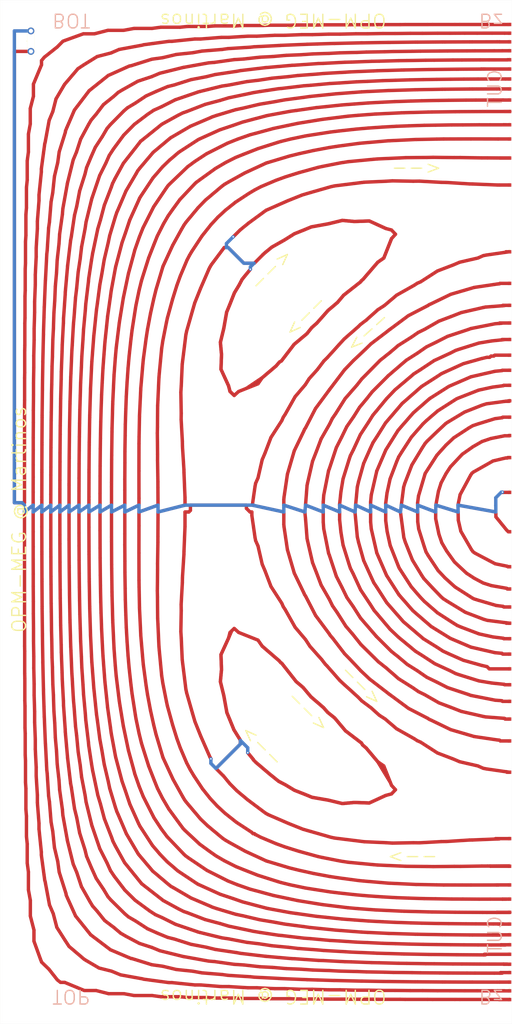
<source format=kicad_pcb>
(kicad_pcb (version 20221018) (generator pcbnew)
  (layers (0 "F.Cu" signal) (31 "B.Cu" signal) (34 "B.Paste" user) (35 "F.Paste" user) (36 "B.SilkS" user "B.Silkscreen") (37 "F.SilkS" user "F.Silkscreen") (38 "B.Mask" user) (39 "F.Mask" user) (44 "Edge.Cuts" user))
  (net 0 "")
  (net 1 "Net-(J1-Pin_1)")
  (footprint "Library:SolderWirePad_1x01_SMD_5x5mm" (layer "F.Cu") (at 746.5 1464.373272)
    (fp_text reference "J56")
    (fp_text value "J56")
  )
  (footprint "Library:SolderWirePad_1x01_SMD_5x5mm" (layer "F.Cu") (at 746.5 115.649133)
    (fp_text reference "J7")
    (fp_text value "J7")
  )
  (footprint "Library:SolderWirePad_1x01_SMD_5x5mm" (layer "F.Cu") (at 746.5 497.339098)
    (fp_text reference "J20")
    (fp_text value "J20")
  )
  (footprint "Library:SolderWirePad_1x01_SMD_5x5mm" (layer "F.Cu") (at 746.5 1438.758095)
    (fp_text reference "J54")
    (fp_text value "J54")
  )
  (footprint "Library:SolderWirePad_1x01_SMD_5x5mm" (layer "F.Cu") (at 746.5 935.666707)
    (fp_text reference "J34")
    (fp_text value "J34")
  )
  (footprint "Library:Banana_Jack_2Pin_Vert" (layer "F.Cu") (at 30 60)
    (fp_text reference "J1")
    (fp_text value "Conn_01x02_Socket")
  )
  (footprint "Library:SolderWirePad_1x01_SMD_5x5mm" (layer "F.Cu") (at 746.5 912.969124)
    (fp_text reference "J33")
    (fp_text value "J33")
  )
  (footprint "Library:SolderWirePad_1x01_SMD_5x5mm" (layer "F.Cu") (at 746.5 1296.37654)
    (fp_text reference "J45")
    (fp_text value "J45")
  )
  (footprint "Library:SolderWirePad_1x01_SMD_5x5mm" (layer "F.Cu") (at 746.5 163.296738)
    (fp_text reference "J10")
    (fp_text value "J10")
  )
  (footprint "Library:SolderWirePad_1x01_SMD_5x5mm" (layer "F.Cu") (at 746.5 1369.480685)
    (fp_text reference "J49")
    (fp_text value "J49")
  )
  (footprint "Library:SolderWirePad_1x01_SMD_5x5mm" (layer "F.Cu") (at 746.5 958.23309)
    (fp_text reference "J35")
    (fp_text value "J35")
  )
  (footprint "Library:SolderWirePad_1x01_SMD_5x5mm" (layer "F.Cu") (at 746.5 1384.034762)
    (fp_text reference "J50")
    (fp_text value "J50")
  )
  (footprint "Library:SolderWirePad_1x01_SMD_5x5mm" (layer "F.Cu") (at 746.5 1269)
    (fp_text reference "J44")
    (fp_text value "J44")
  )
  (footprint "Library:SolderWirePad_1x01_SMD_5x5mm" (layer "F.Cu") (at 746.5 862.787199)
    (fp_text reference "J31")
    (fp_text value "J31")
  )
  (footprint "Library:SolderWirePad_1x01_SMD_5x5mm" (layer "F.Cu") (at 746.5 231.461253)
    (fp_text reference "J13")
    (fp_text value "J13")
  )
  (footprint "Library:SolderWirePad_1x01_SMD_5x5mm" (layer "F.Cu") (at 746.5 101.072427)
    (fp_text reference "J6")
    (fp_text value "J6")
  )
  (footprint "Library:SolderWirePad_1x01_SMD_5x5mm" (layer "F.Cu") (at 746.5 1085.440235)
    (fp_text reference "J40")
    (fp_text value "J40")
  )
  (footprint "Library:SolderWirePad_1x01_SMD_5x5mm" (layer "F.Cu") (at 746.5 1451.565684)
    (fp_text reference "J55")
    (fp_text value "J55")
  )
  (footprint "Library:SolderWirePad_1x01_SMD_5x5mm" (layer "F.Cu") (at 746.5 1353.76228)
    (fp_text reference "J48")
    (fp_text value "J48")
  )
  (footprint "Library:SolderWirePad_1x01_SMD_5x5mm" (layer "F.Cu") (at 746.5 1398.006677)
    (fp_text reference "J51")
    (fp_text value "J51")
  )
  (footprint "Library:SolderWirePad_1x01_SMD_5x5mm" (layer "F.Cu") (at 746.5 1053.411796)
    (fp_text reference "J39")
    (fp_text value "J39")
  )
  (footprint "Library:SolderWirePad_1x01_SMD_5x5mm" (layer "F.Cu") (at 746.5 87.515)
    (fp_text reference "J5")
    (fp_text value "J5")
  )
  (footprint "Library:SolderWirePad_1x01_SMD_5x5mm" (layer "F.Cu") (at 746.5 611.106415)
    (fp_text reference "J25")
    (fp_text value "J25")
  )
  (footprint "Library:SolderWirePad_1x01_SMD_5x5mm" (layer "F.Cu") (at 746.5 670.366786)
    (fp_text reference "J27")
    (fp_text value "J27")
  )
  (footprint "Library:SolderWirePad_1x01_SMD_5x5mm" (layer "F.Cu") (at 746.5 48.565597)
    (fp_text reference "J2")
    (fp_text value "J2")
  )
  (footprint "Library:SolderWirePad_1x01_SMD_5x5mm" (layer "F.Cu") (at 746.5 415.087466)
    (fp_text reference "J17")
    (fp_text value "J17")
  )
  (footprint "Library:SolderWirePad_1x01_SMD_5x5mm" (layer "F.Cu") (at 746.5 368.85)
    (fp_text reference "J16")
    (fp_text value "J16")
  )
  (footprint "Library:SolderWirePad_1x01_SMD_5x5mm" (layer "F.Cu") (at 746.5 830.223384)
    (fp_text reference "J30")
    (fp_text value "J30")
  )
  (footprint "Library:SolderWirePad_1x01_SMD_5x5mm" (layer "F.Cu") (at 746.5 587.175553)
    (fp_text reference "J24")
    (fp_text value "J24")
  )
  (footprint "Library:SolderWirePad_1x01_SMD_5x5mm" (layer "F.Cu") (at 746.5 130.23)
    (fp_text reference "J8")
    (fp_text value "J8")
  )
  (footprint "Library:SolderWirePad_1x01_SMD_5x5mm" (layer "F.Cu") (at 746.5 61.26)
    (fp_text reference "J3")
    (fp_text value "J3")
  )
  (footprint "Library:SolderWirePad_1x01_SMD_5x5mm" (layer "F.Cu") (at 746.5 1336.523784)
    (fp_text reference "J47")
    (fp_text value "J47")
  )
  (footprint "Library:SolderWirePad_1x01_SMD_5x5mm" (layer "F.Cu") (at 746.5 564.446273)
    (fp_text reference "J23")
    (fp_text value "J23")
  )
  (footprint "Library:SolderWirePad_1x01_SMD_5x5mm" (layer "F.Cu") (at 746.5 721.288889)
    (fp_text reference "J28")
    (fp_text value "J28")
  )
  (footprint "Library:SolderWirePad_1x01_SMD_5x5mm" (layer "F.Cu") (at 746.5 542.409727)
    (fp_text reference "J22")
    (fp_text value "J22")
  )
  (footprint "Library:SolderWirePad_1x01_SMD_5x5mm" (layer "F.Cu") (at 746.5 889.195702)
    (fp_text reference "J32")
    (fp_text value "J32")
  )
  (footprint "Library:SolderWirePad_1x01_SMD_5x5mm" (layer "F.Cu") (at 746.5 1027.460455)
    (fp_text reference "J38")
    (fp_text value "J38")
  )
  (footprint "Library:SolderWirePad_1x01_SMD_5x5mm" (layer "F.Cu") (at 746.5 979.854834)
    (fp_text reference "J36")
    (fp_text value "J36")
  )
  (footprint "Library:SolderWirePad_1x01_SMD_5x5mm" (layer "F.Cu") (at 746.5 778.968895)
    (fp_text reference "J29")
    (fp_text value "J29")
  )
  (footprint "Library:SolderWirePad_1x01_SMD_5x5mm" (layer "F.Cu") (at 746.5 203.541365)
    (fp_text reference "J12")
    (fp_text value "J12")
  )
  (footprint "Library:SolderWirePad_1x01_SMD_5x5mm" (layer "F.Cu") (at 746.5 1317.152037)
    (fp_text reference "J46")
    (fp_text value "J46")
  )
  (footprint "Library:SolderWirePad_1x01_SMD_5x5mm" (layer "F.Cu") (at 746.5 1228.54423)
    (fp_text reference "J43")
    (fp_text value "J43")
  )
  (footprint "Library:SolderWirePad_1x01_SMD_5x5mm" (layer "F.Cu") (at 746.5 1003.109754)
    (fp_text reference "J37")
    (fp_text value "J37")
  )
  (footprint "Library:SolderWirePad_1x01_SMD_5x5mm" (layer "F.Cu") (at 746.5 146.519945)
    (fp_text reference "J9")
    (fp_text value "J9")
  )
  (footprint "Library:SolderWirePad_1x01_SMD_5x5mm" (layer "F.Cu") (at 746.5 1412.560755)
    (fp_text reference "J52")
    (fp_text value "J52")
  )
  (footprint "Library:SolderWirePad_1x01_SMD_5x5mm" (layer "F.Cu") (at 746.5 74.32)
    (fp_text reference "J4")
    (fp_text value "J4")
  )
  (footprint "Library:SolderWirePad_1x01_SMD_5x5mm" (layer "F.Cu") (at 746.5 638.060123)
    (fp_text reference "J26")
    (fp_text value "J26")
  )
  (footprint "Library:SolderWirePad_1x01_SMD_5x5mm" (layer "F.Cu") (at 746.5 270.99232)
    (fp_text reference "J14")
    (fp_text value "J14")
  )
  (footprint "Library:SolderWirePad_1x01_SMD_5x5mm" (layer "F.Cu") (at 746.5 473.171446)
    (fp_text reference "J19")
    (fp_text value "J19")
  )
  (footprint "Library:SolderWirePad_1x01_SMD_5x5mm" (layer "F.Cu") (at 746.5 182.782671)
    (fp_text reference "J11")
    (fp_text value "J11")
  )
  (footprint "Library:SolderWirePad_1x01_SMD_5x5mm" (layer "F.Cu") (at 746.5 1131.252308)
    (fp_text reference "J41")
    (fp_text value "J41")
  )
  (footprint "Library:SolderWirePad_1x01_SMD_5x5mm" (layer "F.Cu") (at 746.5 520.282497)
    (fp_text reference "J21")
    (fp_text value "J21")
  )
  (footprint "Library:SolderWirePad_1x01_SMD_5x5mm" (layer "F.Cu") (at 746.5 35.8)
    (fp_text reference "J1")
    (fp_text value "J1")
  )
  (footprint "Library:SolderWirePad_1x01_SMD_5x5mm" (layer "F.Cu") (at 746.5 447.280773)
    (fp_text reference "J18")
    (fp_text value "J18")
  )
  (footprint "Library:SolderWirePad_1x01_SMD_5x5mm" (layer "F.Cu") (at 746.5 1424.78618)
    (fp_text reference "J53")
    (fp_text value "J53")
  )
  (gr_rect locked (start 0 0) (end 750 1500) (stroke (width 0.1)) (fill none) (layer "Edge.Cuts"))
  (gr_text "CUT" (at 725 1340 90) (layer "B.SilkS") (effects (font (size 20 20) (thickness 2)) (justify left mirror)))
  (gr_text "Bz" (at 700 30 180) (layer "B.SilkS") (effects (font (size 20 20) (thickness 2)) (justify left mirror)))
  (gr_text "CUT" (at 725 100 90) (layer "B.SilkS") (effects (font (size 20 20) (thickness 2)) (justify left mirror)))
  (gr_text "TOP" (at 75 1460 180) (layer "B.SilkS") (effects (font (size 20 20) (thickness 2)) (justify left mirror)))
  (gr_text "BOT" (at 75 30 180) (layer "B.SilkS") (effects (font (size 20 20) (thickness 2)) (justify left mirror)))
  (gr_text "Bz" (at 700 1460 180) (layer "B.SilkS") (effects (font (size 20 20) (thickness 2)) (justify left mirror)))
  (gr_text "-->" (at 560.914585 453.589009 222) (layer "F.SilkS") (effects (font (size 20 20) (thickness 2)) (justify left bottom)))
  (gr_text "-->" (at 416.663892 1023.019373 -45) (layer "F.SilkS") (effects (font (size 20 20) (thickness 2)) (justify left bottom)))
  (gr_text "-->" (at 571.670868 256.508551) (layer "F.SilkS") (effects (font (size 20 20) (thickness 2)) (justify left bottom)))
  (gr_text "-->" (at 467.719822 429.201417 -135) (layer "F.SilkS") (effects (font (size 20 20) (thickness 2)) (justify left bottom)))
  (gr_text "OPM-MEG @ Martinos" (at 400 1460 180) (layer "F.SilkS") (effects (font (size 20 20) (thickness 2))))
  (gr_text "OPM-MEG @ Martinos" (at 400 30 180) (layer "F.SilkS") (effects (font (size 20 20) (thickness 2))))
  (gr_text "OPM-MEG @ Martinos" (at 28.031697 761.025582 90) (layer "F.SilkS") (effects (font (size 20 20) (thickness 2))))
  (gr_text "-->" (at 494.597384 984.622342 -45) (layer "F.SilkS") (effects (font (size 20 20) (thickness 2)) (justify left bottom)))
  (gr_text "-->" (at 378.020129 430.039732 45) (layer "F.SilkS") (effects (font (size 20 20) (thickness 2)) (justify left bottom)))
  (gr_text "-->" (at 642.674159 1244.738384 180) (layer "F.SilkS") (effects (font (size 20 20) (thickness 2)) (justify left bottom)))
  (gr_text "-->" (at 417.362488 1113.138224 135) (layer "F.SilkS") (effects (font (size 20 20) (thickness 2)) (justify left bottom)))
  (segment (start 64.35 219.0118) (end 65.54 210.31) (width 5) (layer "F.Cu") (net 1))
  (segment (start 625.36 230.6354) (end 634.58 230.46) (width 5) (layer "F.Cu") (net 1))
  (segment (start 516.21 928.5062) (end 506.74 917.52) (width 5) (layer "F.Cu") (net 1))
  (segment (start 671.9 582.9433) (end 701.08 571.54) (width 5) (layer "F.Cu") (net 1))
  (segment (start 746.5 48.565597) (end 739.085597 48.565597) (width 5) (layer "F.Cu") (net 1))
  (segment (start 189.46 96.7331) (end 191.9 96.28) (width 5) (layer "F.Cu") (net 1))
  (segment (start 447.64 760.9401) (end 446.62 750.59) (width 5) (layer "F.Cu") (net 1))
  (segment (start 573.55 349.5068) (end 562.24 377.95) (width 5) (layer "F.Cu") (net 1))
  (segment (start 183.56 621.4847) (end 184.3 598.74) (width 5) (layer "F.Cu") (net 1))
  (segment (start 411.7 207.0994) (end 425.35 203.73) (width 5) (layer "F.Cu") (net 1))
  (segment (start 739.489615 163.296738) (end 739.469382 163.316971) (width 5) (layer "F.Cu") (net 1))
  (segment (start 317.63 1331.1187) (end 311.02 1328.92) (width 5) (layer "F.Cu") (net 1))
  (segment (start 88.82 583.9307) (end 89.58 555.38) (width 5) (layer "F.Cu") (net 1))
  (segment (start 256.63 146.1764) (end 289.06 135.11) (width 5) (layer "F.Cu") (net 1))
  (segment (start 407.02 208.5025) (end 411.7 207.1) (width 5) (layer "F.Cu") (net 1))
  (segment (start 742.1 776.4085) (end 726.48 757.19) (width 5) (layer "F.Cu") (net 1))
  (segment (start 653.49 1232.7816) (end 646.3 1232.9) (width 5) (layer "F.Cu") (net 1))
  (segment (start 618.83 1451.1959) (end 600.98 1451.2) (width 5) (layer "F.Cu") (net 1))
  (segment (start 303.15 1275.0851) (end 275.77 1256.62) (width 5) (layer "F.Cu") (net 1))
  (segment (start 122.46 95.0989) (end 142.25 82.82) (width 5) (layer "F.Cu") (net 1))
  (segment (start 544.45 89.7652) (end 555.38 89.58) (width 5) (layer "F.Cu") (net 1))
  (segment (start 87.3 342.8915) (end 91.34 314.2) (width 5) (layer "F.Cu") (net 1))
  (segment (start 746.5 1424.78618) (end 733.223165 1424.78618) (width 5) (layer "F.Cu") (net 1))
  (segment (start 416.66 351.5827) (end 431.2 342.47) (width 5) (layer "F.Cu") (net 1))
  (segment (start 152.62 1119.5887) (end 149.18 1098.94) (width 5) (layer "F.Cu") (net 1))
  (segment (start 86.66 1277.556) (end 84.52 1261.93) (width 5) (layer "F.Cu") (net 1))
  (segment (start 547.19 103.845) (end 552.39 103.6) (width 5) (layer "F.Cu") (net 1))
  (segment (start 370.71 1364.2744) (end 368.46 1363.75) (width 5) (layer "F.Cu") (net 1))
  (segment (start 367.02 1430.9315) (end 333.65 1428.8) (width 5) (layer "F.Cu") (net 1))
  (segment (start 118.1 560.7202) (end 119.15 538.4) (width 5) (layer "F.Cu") (net 1))
  (segment (start 665.49 1269.1915) (end 634.58 1269.54) (width 5) (layer "F.Cu") (net 1))
  (segment (start 411.47 970.9162) (end 412.78 971.71) (width 5) (layer "F.Cu") (net 1))
  (segment (start 581.27 675.7618) (end 584.04 669.3) (width 5) (layer "F.Cu") (net 1))
  (segment (start 704.847521 101.072427) (end 704.759375 101.160573) (width 5) (layer "F.Cu") (net 1))
  (segment (start 524.62 1331.1187) (end 510.54 1329.89) (width 5) (layer "F.Cu") (net 1))
  (segment (start 202.94 1251.628) (end 201.93 1250.08) (width 5) (layer "F.Cu") (net 1))
  (segment (start 743.778251 35.849217) (end 743.778751 35.849717) (width 5) (layer "F.Cu") (net 1))
  (segment (start 578.66 49.0515) (end 600.98 48.8) (width 5) (layer "F.Cu") (net 1))
  (segment (start 198.87 1349.43) (end 188.16 1343.2) (width 5) (layer "F.Cu") (net 1))
  (segment (start 538.4 1380.8472) (end 521.7 1380.15) (width 5) (layer "F.Cu") (net 1))
  (segment (start 629.02 1053.9092) (end 626.69 1052.36) (width 5) (layer "F.Cu") (net 1))
  (segment (start 48.65 640.9182) (end 48.8 618.83) (width 5) (layer "F.Cu") (net 1))
  (segment (start 474.26 774.7376) (end 473.5 764.85) (width 5) (layer "F.Cu") (net 1))
  (segment (start 39.84 1236.2715) (end 38.7 1225.05) (width 5) (layer "F.Cu") (net 1))
  (segment (start 744.82 1131.074) (end 741.943052 1130.659983) (width 5) (layer "F.Cu") (net 1))
  (segment (start 517.63 658.8923) (end 527.86 636.72) (width 5) (layer "F.Cu") (net 1))
  (segment (start 546.85 1266.6675) (end 510.89 1263.26) (width 5) (layer "F.Cu") (net 1))
  (segment (start 168.44 261.589) (end 180.72 239.15) (width 5) (layer "F.Cu") (net 1))
  (segment (start 600.91 552.2366) (end 606.12 547.76) (width 5) (layer "F.Cu") (net 1))
  (segment (start 729.886435 203.541365) (end 729.88 203.5478) (width 5) (layer "F.Cu") (net 1))
  (segment (start 209.29 533.0429) (end 209.93 526.28) (width 5) (layer "F.Cu") (net 1))
  (segment (start 590.84 910.6585) (end 588.67 908.18) (width 5) (layer "F.Cu") (net 1))
  (segment (start 719.05 642.3841) (end 739.24 638.37) (width 5) (layer "F.Cu") (net 1))
  (segment (start 162.6 77.5357) (end 174.52 72.37) (width 5) (layer "F.Cu") (net 1))
  (segment (start 302.58 225.2102) (end 323.01 214.88) (width 5) (layer "F.Cu") (net 1))
  (segment (start 739.234326 35.849217) (end 743.778251 35.849217) (width 5) (layer "F.Cu") (net 1))
  (segment (start 569 550.1523) (end 595.09 527.75) (width 5) (layer "F.Cu") (net 1))
  (segment (start 278.921571 739.962462) (end 360.94649 739.962462) (width 5) (layer "F.Cu") (net 1))
  (segment (start 373.58 712.4861) (end 374.45 707.96) (width 5) (layer "F.Cu") (net 1))
  (segment (start 224.99 303.0477) (end 243.78 275.15) (width 5) (layer "F.Cu") (net 1))
  (segment (start 134.49 969.891) (end 134.04 961.34) (width 5) (layer "F.Cu") (net 1))
  (segment (start 546.85 233.3346) (end 553.18 232.79) (width 5) (layer "F.Cu") (net 1))
  (segment (start 209.93 973.7181) (end 209.29 966.96) (width 5) (layer "F.Cu") (net 1))
  (segment (start 224.31 223.1994) (end 247.99 203.41) (width 5) (layer "F.Cu") (net 1))
  (segment (start 130.72 851.9745) (end 130.68 848.14) (width 5) (layer "F.Cu") (net 1))
  (segment (start 583.93 88.8175) (end 595.93 88.68) (width 5) (layer "F.Cu") (net 1))
  (segment (start 196.54 1458.4281) (end 181.53 1455.73) (width 5) (layer "F.Cu") (net 1))
  (segment (start 264.9 574.7642) (end 265.49 565.32) (width 5) (layer "F.Cu") (net 1))
  (segment (start 142.38 1334.9291) (end 135.61 1327.31) (width 5) (layer "F.Cu") (net 1))
  (segment (start 543.56 503.5819) (end 568.37 484.68) (width 5) (layer "F.Cu") (net 1))
  (segment (start 108.48 464.4705) (end 110.57 436.32) (width 5) (layer "F.Cu") (net 1))
  (segment (start 371.09 1112.6147) (end 362.871562 1102.525359) (width 5) (layer "F.Cu") (net 1))
  (segment (start 206.31 206.5961) (end 206.31 206.6) (width 5) (layer "F.Cu") (net 1))
  (segment (start 182.92 821.9916) (end 182.79 798.01) (width 5) (layer "F.Cu") (net 1))
  (segment (start 237 991.0689) (end 236.74 989.11) (width 5) (layer "F.Cu") (net 1))
  (segment (start 88.13 863.7281) (end 87.87 836.56) (width 5) (layer "F.Cu") (net 1))
  (segment (start 526.61 1232.2206) (end 490.5 1227.76) (width 5) (layer "F.Cu") (net 1))
  (segment (start 329.16 269.8389) (end 334.76 266.56) (width 5) (layer "F.Cu") (net 1))
  (segment (start 149.84 200.0045) (end 156.81 188.13) (width 5) (layer "F.Cu") (net 1))
  (segment (start 182.71 1303.8007) (end 167.37 1283.73) (width 5) (layer "F.Cu") (net 1))
  (segment (start 474.61 1392.451) (end 464.47 1391.52) (width 5) (layer "F.Cu") (net 1))
  (segment (start 231.28 714.1632) (end 231.26 705.77) (width 5) (layer "F.Cu") (net 1))
  (segment (start 477.08 1343.7879) (end 463.34 1342.38) (width 5) (layer "F.Cu") (net 1))
  (segment (start 189.12 521.4561) (end 191.82 496.66) (width 5) (layer "F.Cu") (net 1))
  (segment (start 552.39 103.5988) (end 587.95 102.57) (width 5) (layer "F.Cu") (net 1))
  (segment (start 647.25 795.1717) (end 642.96 782.52) (width 5) (layer "F.Cu") (net 1))
  (segment (start 436.32 110.5764) (end 464.47 108.48) (width 5) (layer "F.Cu") (net 1))
  (segment (start 746.5 721.288889) (end 736.391757 721.288889) (width 5) (layer "F.Cu") (net 1))
  (segment (start 497.5 750) (end 473.5 740) (width 5) (layer "F.Cu") (net 1))
  (segment (start 115.65 740) (end 115.68 719.44) (width 5) (layer "F.Cu") (net 1))
  (segment (start 310.99 171.1397) (end 317.75 168.88) (width 5) (layer "F.Cu") (net 1))
  (segment (start 344.9 1462.0992) (end 314.52 1462.1) (width 5) (layer "F.Cu") (net 1))
  (segment (start 508.93 1263.0025) (end 498.72 1261.43) (width 5) (layer "F.Cu") (net 1))
  (segment (start 142.25 82.8231) (end 162.6 77.54) (width 5) (layer "F.Cu") (net 1))
  (segment (start 417.04 1448.3287) (end 402.48 1448.33) (width 5) (layer "F.Cu") (net 1))
  (segment (start 627.03 913.8096) (end 604.85 894.63) (width 5) (layer "F.Cu") (net 1))
  (segment (start 583.92 994.3231) (end 565.41 978.2) (width 5) (layer "F.Cu") (net 1))
  (segment (start 45.24 75.24) (end 21.086901 75.24) (width 5) (layer "F.Cu") (net 1))
  (segment (start 269.29 98.5359) (end 270.09 98.45) (width 5) (layer "F.Cu") (net 1))
  (segment (start 104.44 346.7045) (end 109.11 315.39) (width 5) (layer "F.Cu") (net 1))
  (segment (start 449.49 64.8648) (end 450.07 64.82) (width 5) (layer "F.Cu") (net 1))
  (segment (start 737.179945 146.519945) (end 737.13 146.47) (width 5) (layer "F.Cu") (net 1))
  (segment (start 440.71 80.1568) (end 458.18 78.94) (width 5) (layer "F.Cu") (net 1))
  (segment (start 341.18 183.7465) (end 355.4 178.77) (width 5) (layer "F.Cu") (net 1))
  (segment (start 105.75 506.0634) (end 107.55 474.61) (width 5) (layer "F.Cu") (net 1))
  (segment (start 269.54 329.6453) (end 272.49 325.46) (width 5) (layer "F.Cu") (net 1))
  (segment (start 234.13 1251.2043) (end 223.29 1238.52) (width 5) (layer "F.Cu") (net 1))
  (segment (start 372.636174 385.534774) (end 357.17886 385.534774) (width 5) (layer "F.Cu") (net 1))
  (segment (start 739.24 638.37) (end 746.190123 638.37) (width 5) (layer "F.Cu") (net 1))
  (segment (start 400.79 1311.903) (end 374.63 1304.79) (width 5) (layer "F.Cu") (net 1))
  (segment (start 315.39 1390.8895) (end 302.13 1387.64) (width 5) (layer "F.Cu") (net 1))
  (segment (start 285.56 1057.1832) (end 282.06 1045.25) (width 5) (layer "F.Cu") (net 1))
  (segment (start 183.12 1338.9304) (end 162.33 1318.4) (width 5) (layer "F.Cu") (net 1))
  (segment (start 166.97 550.959) (end 167.08 548.83) (width 5) (layer "F.Cu") (net 1))
  (segment (start 236.74 989.1145) (end 233.34 953.15) (width 5) (layer "F.Cu") (net 1))
  (segment (start 238.57 390.6874) (end 238.85 389.91) (width 5) (layer "F.Cu") (net 1))
  (segment (start 580.65 1315.0331) (end 559.78 1313.85) (width 5) (layer "F.Cu") (net 1))
  (segment (start 694.2 877.2741) (end 691.86 876.03) (width 5) (layer "F.Cu") (net 1))
  (segment (start 701.8 928.6341) (end 675.41 918.65) (width 5) (layer "F.Cu") (net 1))
  (segment (start 75.42 923.7636) (end 75.1 896.28) (width 5) (layer "F.Cu") (net 1))
  (segment (start 49.43 961.5843) (end 49.05 938.91) (width 5) (layer "F.Cu") (net 1))
  (segment (start 38.7 1225.0503) (end 38.7 1195.59) (width 5) (layer "F.Cu") (net 1))
  (segment (start 124.9 455.04) (end 125.65 444.97) (width 5) (layer "F.Cu") (net 1))
  (segment (start 673.6 1464.1422) (end 666.28 1464.12) (width 5) (layer "F.Cu") (net 1))
  (segment (start 621.49 1316.439) (end 598.74 1315.7) (width 5) (layer "F.Cu") (net 1))
  (segment (start 737.686086 182.784884) (end 742.02 182.78) (width 5) (layer "F.Cu") (net 1))
  (segment (start 701.48 997.4478) (end 673.42 988.72) (width 5) (layer "F.Cu") (net 1))
  (segment (start 334.284086 362.64) (end 328.38 362.64) (width 5) (layer "F.Cu") (net 1))
  (segment (start 659.55 517.3347) (end 667.59 513.24) (width 5) (layer "F.Cu") (net 1))
  (segment (start 48.54 750) (end 61.23 740) (width 5) (layer "F.Cu") (net 1))
  (segment (start 414.98 888.842) (end 412.8 883.78) (width 5) (layer "F.Cu") (net 1))
  (segment (start 230.81 665.4865) (end 230.46 634.57) (width 5) (layer "F.Cu") (net 1))
  (segment (start 36.14 513.6483) (end 36.32 505.92) (width 5) (layer "F.Cu") (net 1))
  (segment (start 205.5 207.4089) (end 206.31 206.6) (width 5) (layer "F.Cu") (net 1))
  (segment (start 705.42 974.7382) (end 678.79 967.27) (width 5) (layer "F.Cu") (net 1))
  (segment (start 732.332534 415.087466) (end 731.68 415.74) (width 5) (layer "F.Cu") (net 1))
  (segment (start 732.496039 231.392259) (end 745.93 231.48) (width 5) (layer "F.Cu") (net 1))
  (segment (start 659.98 683.6918) (end 677.19 665.41) (width 5) (layer "F.Cu") (net 1))
  (segment (start 327.160649 1136.6) (end 316.31577 1125.755121) (width 5) (layer "F.Cu") (net 1))
  (segment (start 362.871562 1102.525359) (end 362.8 1102.56) (width 5) (layer "F.Cu") (net 1))
  (segment (start 183.75 1158.8174) (end 178.77 1144.6) (width 5) (layer "F.Cu") (net 1))
  (segment (start 292.19 1236.4226) (end 270.72 1216.32) (width 5) (layer "F.Cu") (net 1))
  (segment (start 193.39 483.8842) (end 198.21 452.96) (width 5) (layer "F.Cu") (net 1))
  (segment (start 587.9 740) (end 591.29 713.66) (width 5) (layer "F.Cu") (net 1))
  (segment (start 255.18 124.4179) (end 279.69 116.64) (width 5) (layer "F.Cu") (net 1))
  (segment (start 119.26 1298.8272) (end 112.4 1278.12) (width 5) (layer "F.Cu") (net 1))
  (segment (start 546.44 648.3485) (end 546.44 648.35) (width 5) (layer "F.Cu") (net 1))
  (segment (start 351.98 1084.165) (end 342.61 1069.03) (width 5) (layer "F.Cu") (net 1))
  (segment (start 517.65 528.2476) (end 535.16 511.79) (width 5) (layer "F.Cu") (net 1))
  (segment (start 489.39 63.6044) (end 490.24 63.6) (width 5) (layer "F.Cu") (net 1))
  (segment (start 491.75 1362.5948) (end 487.63 1362.16) (width 5) (layer "F.Cu") (net 1))
  (segment (start 431.07 839.5769) (end 424.37 816.69) (width 5) (layer "F.Cu") (net 1))
  (segment (start 602.69 949.0874) (end 583.43 933.22) (width 5) (layer "F.Cu") (net 1))
  (segment (start 36.32 1026.2767) (end 36.32 994.08) (width 5) (layer "F.Cu") (net 1))
  (segment (start 116.63 279.6835) (end 124.41 255.18) (width 5) (layer "F.Cu") (net 1))
  (segment (start 746.35 1464.1536) (end 730.922324 1464.151903) (width 5) (layer "F.Cu") (net 1))
  (segment (start 204.29 609.5776) (end 206.11 571.24) (width 5) (layer "F.Cu") (net 1))
  (segment (start 746.5 115.649133) (end 740.550867 115.649133) (width 5) (layer "F.Cu") (net 1))
  (segment (start 265.49 934.6769) (end 264.9 925.24) (width 5) (layer "F.Cu") (net 1))
  (segment (start 77.37 1002.6979) (end 76.76 977.29) (width 5) (layer "F.Cu") (net 1))
  (segment (start 272.65 163.6823) (end 300.5 152.88) (width 5) (layer "F.Cu") (net 1))
  (segment (start 443.92 1007.0307) (end 455.56 1020.84) (width 5) (layer "F.Cu") (net 1))
  (segment (start 719.44 1384.3177) (end 700.46 1384.26) (width 5) (layer "F.Cu") (net 1))
  (segment (start 431.27 1157.6664) (end 418.44 1149.93) (width 5) (layer "F.Cu") (net 1))
  (segment (start 510.89 1263.2644) (end 508.93 1263) (width 5) (layer "F.Cu") (net 1))
  (segment (start 474.61 107.5513) (end 506.06 105.76) (width 5) (layer "F.Cu") (net 1))
  (segment (start 691.42 693.1206) (end 693.5 691.52) (width 5) (layer "F.Cu") (net 1))
  (segment (start 504.79 541.6124) (end 517.65 528.25) (width 5) (layer "F.Cu") (net 1))
  (segment (start 648.02 130.7173) (end 651.86 130.68) (width 5) (layer "F.Cu") (net 1))
  (segment (start 646.15 707.4552) (end 646.15 707.46) (width 5) (layer "F.Cu") (net 1))
  (segment (start 722.84 1353.5159) (end 697.16 1353.42) (width 5) (layer "F.Cu") (net 1))
  (segment (start 482.36 571.1968) (end 482.72 570.62) (width 5) (layer "F.Cu") (net 1))
  (segment (start 266.52 99.1907) (end 269.29 98.54) (width 5) (layer "F.Cu") (net 1))
  (segment (start 158.42 355.728) (end 160.67 345.01) (width 5) (layer "F.Cu") (net 1))
  (segment (start 554.29 969.439) (end 548.47 963.65) (width 5) (layer "F.Cu") (net 1))
  (segment (start 530.79 62.7115) (end 568.58 62.09) (width 5) (layer "F.Cu") (net 1))
  (segment (start 95.25 59.1603) (end 122.04 49.48) (width 5) (layer "F.Cu") (net 1))
  (segment (start 36.56 465.7479) (end 36.56 433.84) (width 5) (layer "F.Cu") (net 1))
  (segment (start 74.36 735.7404) (end 74.38 724.22) (width 5) (layer "F.Cu") (net 1))
  (segment (start 222.44 86.6646) (end 238.07 84.52) (width 5) (layer "F.Cu") (net 1))
  (segment (start 76.76 522.7151) (end 77.37 497.3) (width 5) (layer "F.Cu") (net 1))
  (segment (start 116.57 880.0665) (end 116.23 860.3) (width 5) (layer "F.Cu") (net 1))
  (segment (start 457.23 1168.0647) (end 447.38 1164) (width 5) (layer "F.Cu") (net 1))
  (segment (start 109.12 1184.6017) (end 104.46 1153.3) (width 5) (layer "F.Cu") (net 1))
  (segment (start 657.92 958.0078) (end 649 953.9) (width 5) (layer "F.Cu") (net 1))
  (segment (start 357.07 1413.6093) (end 342.89 1412.7) (width 5) (layer "F.Cu") (net 1))
  (segment (start 571.56 798.9115) (end 567.12 778.6) (width 5) (layer "F.Cu") (net 1))
  (segment (start 617.68 147.5782) (end 642.43 147.09) (width 5) (layer "F.Cu") (net 1))
  (segment (start 269.48 807.7821) (end 270.97 771.42) (width 5) (layer "F.Cu") (net 1))
  (segment (start 733.223165 1424.78618) (end 732.377732 1425.631613) (width 5) (layer "F.Cu") (net 1))
  (segment (start 583.43 933.2152) (end 571.4 921.76) (width 5) (layer "F.Cu") (net 1))
  (segment (start 629.35 583.9135) (end 630.84 582.96) (width 5) (layer "F.Cu") (net 1))
  (segment (start 167.37 1283.7335) (end 161.88 1275.52) (width 5) (layer "F.Cu") (net 1))
  (segment (start 421.61 294.0344) (end 442.82 285.56) (width 5) (layer "F.Cu") (net 1))
  (segment (start 737.903727 564.446273) (end 746.5 564.446273) (width 5) (layer "F.Cu") (net 1))
  (segment (start 147.09 857.5665) (end 146.9 842.68) (width 5) (layer "F.Cu") (net 1))
  (segment (start 697.16 1353.4182) (end 682.71 1353.35) (width 5) (layer "F.Cu") (net 1))
  (segment (start 454.75 1217.9442) (end 443.74 1214.77) (width 5) (layer "F.Cu") (net 1))
  (segment (start 563.32 75.7639) (end 576.24 75.42) (width 5) (layer "F.Cu") (net 1))
  (segment (start 355.4 178.7724) (end 389.21 169.82) (width 5) (layer "F.Cu") (net 1))
  (segment (start 272.48 489.2813) (end 273.42 484.89) (width 5) (layer "F.Cu") (net 1))
  (segment (start 109.11 315.3924) (end 112.36 302.13) (width 5) (layer "F.Cu") (net 1))
  (segment (start 182.5 1263.7378) (end 168.94 1239.32) (width 5) (layer "F.Cu") (net 1))
  (segment (start 740.187949 587.899097) (end 745.776456 587.899097) (width 5) (layer "F.Cu") (net 1))
  (segment (start 725.21 543.8637) (end 735.31 542.91) (width 5) (layer "F.Cu") (net 1))
  (segment (start 600.98 1451.1959) (end 578.66 1450.95) (width 5) (layer "F.Cu") (net 1))
  (segment (start 230.78 1367.1181) (end 216.1 1360.62) (width 5) (layer "F.Cu") (net 1))
  (segment (start 230.81 834.5133) (end 230.79 825.58) (width 5) (layer "F.Cu") (net 1))
  (segment (start 36.14 953.954) (end 36.02 946.4) (width 5) (layer "F.Cu") (net 1))
  (segment (start 293.85 57.0937) (end 324.17 54.71) (width 5) (layer "F.Cu") (net 1))
  (segment (start 142.57 444.89) (end 146.27 416.79) (width 5) (layer "F.Cu") (net 1))
  (segment (start 48.57 680.8995) (end 48.65 658.94) (width 5) (layer "F.Cu") (net 1))
  (segment (start 156.72 1264.0967) (end 146.18 1243.37) (width 5) (layer "F.Cu") (net 1))
  (segment (start 746.5 1228.54423) (end 725.866873 1228.54423) (width 5) (layer "F.Cu") (net 1))
  (segment (start 91.15 505.2132) (end 92.83 473.46) (width 5) (layer "F.Cu") (net 1))
  (segment (start 447.38 1163.9977) (end 431.27 1157.67) (width 5) (layer "F.Cu") (net 1))
  (segment (start 66.06 1291.3459) (end 65.53 1289.69) (width 5) (layer "F.Cu") (net 1))
  (segment (start 449.58 488.7555) (end 430.78 504.53) (width 5) (layer "F.Cu") (net 1))
  (segment (start 151.51 153.2019) (end 165.85 141.77) (width 5) (layer "F.Cu") (net 1))
  (segment (start 371.09 1112.6147) (end 371.09 1113.09) (width 5) (layer "F.Cu") (net 1))
  (segment (start 282.06 1045.2455) (end 273.42 1015.09) (width 5) (layer "F.Cu") (net 1))
  (segment (start 421.2 1316.1801) (end 400.79 1311.9) (width 5) (layer "F.Cu") (net 1))
  (segment (start 317.75 168.8813) (end 345.01 160.68) (width 5) (layer "F.Cu") (net 1))
  (segment (start 252.9 359.4014) (end 265.91 335.88) (width 5) (layer "F.Cu") (net 1))
  (segment (start 173.15 135.2852) (end 179.16 131.69) (width 5) (layer "F.Cu") (net 1))
  (segment (start 732.847035 1085.440235) (end 731.67 1084.2632) (width 5) (layer "F.Cu") (net 1))
  (segment (start 61.42 851.7472) (end 61.42 848.39) (width 5) (layer "F.Cu") (net 1))
  (segment (start 354.21 1462.6778) (end 344.9 1462.1) (width 5) (layer "F.Cu") (net 1))
  (segment (start 560.91 149.6438) (end 578.36 148.81) (width 5) (layer "F.Cu") (net 1))
  (segment (start 721.568053 1369.748981) (end 692.08 1369.65) (width 5) (layer "F.Cu") (net 1))
  (segment (start 740.55 1384.3481) (end 733.507786 1384.338726) (width 5) (layer "F.Cu") (net 1))
  (segment (start 472.75 1256.3002) (end 466.04 1254.87) (width 5) (layer "F.Cu") (net 1))
  (segment (start 641.09 602.0015) (end 665.85 586.15) (width 5) (layer "F.Cu") (net 1))
  (segment (start 152.85 300.4878) (end 163 274.17) (width 5) (layer "F.Cu") (net 1))
  (segment (start 112.25 1077.7248) (end 110.58 1063.68) (width 5) (layer "F.Cu") (net 1))
  (segment (start 335.63 1233.9568) (end 329.74 1230.52) (width 5) (layer "F.Cu") (net 1))
  (segment (start 64.86 449.4944) (end 66.43 410.96) (width 5) (layer "F.Cu") (net 1))
  (segment (start 449.8 788.7922) (end 447.64 760.94) (width 5) (layer "F.Cu") (net 1))
  (segment (start 463.7 660.7237) (end 470.39 642.98) (width 5) (layer "F.Cu") (net 1))
  (segment (start 115.68 780.555) (end 115.65 750) (width 5) (layer "F.Cu") (net 1))
  (segment (start 571.51 482.2643) (end 598.32 462.33) (width 5) (layer "F.Cu") (net 1))
  (segment (start 146.47 740) (end 146.47 737.13) (width 5) (layer "F.Cu") (net 1))
  (segment (start 742.21 861.8388) (end 719.94 857.9) (width 5) (layer "F.Cu") (net 1))
  (segment (start 90.92 514.5822) (end 91.15 505.21) (width 5) (layer "F.Cu") (net 1))
  (segment (start 304.41 38.6979) (end 314.52 37.9) (width 5) (layer "F.Cu") (net 1))
  (segment (start 115.68 719.4448) (end 115.75 700.46) (width 5) (layer "F.Cu") (net 1))
  (segment (start 37.32 354.215) (end 37.9 344.9) (width 5) (layer "F.Cu") (net 1))
  (segment (start 75.1 603.7242) (end 75.42 576.24) (width 5) (layer "F.Cu") (net 1))
  (segment (start 427.72 1404.3838) (end 389.88 1401.04) (width 5) (layer "F.Cu") (net 1))
  (segment (start 331.98 457.3143) (end 336.22 447.05) (width 5) (layer "F.Cu") (net 1))
  (segment (start 59.25 1405.2131) (end 49.7 1378.77) (width 5) (layer "F.Cu") (net 1))
  (segment (start 689.41 947.8198) (end 659.72 935.16) (width 5) (layer "F.Cu") (net 1))
  (segment (start 138.33 49.4754) (end 158.13 44.39) (width 5) (layer "F.Cu") (net 1))
  (segment (start 732.377732 1425.631613) (end 724.22 1425.62) (width 5) (layer "F.Cu") (net 1))
  (segment (start 746.61 912.9695) (end 741.040545 912.256777) (width 5) (layer "F.Cu") (net 1))
  (segment (start 463.34 1342.3843) (end 433.84 1338.19) (width 5) (layer "F.Cu") (net 1))
  (segment (start 198.21 452.9606) (end 199.16 447.17) (width 5) (layer "F.Cu") (net 1))
  (segment (start 248.56 234.3112) (end 262.01 222.91) (width 5) (layer "F.Cu") (net 1))
  (segment (start 743.892984 830.223384) (end 743.21 829.5404) (width 5) (layer "F.Cu") (net 1))
  (segment (start 459.37 220.3975) (end 482.76 216.02) (width 5) (layer "F.Cu") (net 1))
  (segment (start 627.18 164.1244) (end 632.71 164.01) (width 5) (layer "F.Cu") (net 1))
  (segment (start 464.47 108.4826) (end 474.61 107.55) (width 5) (layer "F.Cu") (net 1))
  (segment (start 374.62 195.2232) (end 400.79 188.1) (width 5) (layer "F.Cu") (net 1))
  (segment (start 190.19 1178.0689) (end 183.75 1158.82) (width 5) (layer "F.Cu") (net 1))
  (segment (start 553.18 1267.2147) (end 546.85 1266.67) (width 5) (layer "F.Cu") (net 1))
  (segment (start 380.86 1365.964) (end 370.71 1364.27) (width 5) (layer "F.Cu") (net 1))
  (segment (start 680.9 48.5733) (end 699.02 48.57) (width 5) (layer "F.Cu") (net 1))
  (segment (start 632.71 1335.9853) (end 627.18 1335.88) (width 5) (layer "F.Cu") (net 1))
  (segment (start 519.12 1175.567) (end 501.46 1177.17) (width 5) (layer "F.Cu") (net 1))
  (segment (start 324.43 980.8787) (end 323.69 959) (width 5) (layer "F.Cu") (net 1))
  (segment (start 182.92 678.0078) (end 182.95 661.86) (width 5) (layer "F.Cu") (net 1))
  (segment (start 86.39 357.0738) (end 87.3 342.89) (width 5) (layer "F.Cu") (net 1))
  (segment (start 675.8 457.8377) (end 708.42 450.34) (width 5) (layer "F.Cu") (net 1))
  (segment (start 247.99 203.413) (end 249.38 202.23) (width 5) (layer "F.Cu") (net 1))
  (segment (start 249.38 202.2334) (end 250.62 201.43) (width 5) (layer "F.Cu") (net 1))
  (segment (start 101.35 668.7034) (end 101.74 631.38) (width 5) (layer "F.Cu") (net 1))
  (segment (start 101.35 831.2971) (end 101.33 828.83) (width 5) (layer "F.Cu") (net 1))
  (segment (start 627.29 813.9312) (end 624.1 808.5) (width 5) (layer "F.Cu") (net 1))
  (segment (start 204.29 610.2247) (end 204.29 609.58) (width 5) (layer "F.Cu") (net 1))
  (segment (start 692.08 1369.6522) (end 687.85 1369.63) (width 5) (layer "F.Cu") (net 1))
  (segment (start 206.8 1293.7837) (end 182.5 1263.74) (width 5) (layer "F.Cu") (net 1))
  (segment (start 204.29 889.774) (end 203.73 860.09) (width 5) (layer "F.Cu") (net 1))
  (segment (start 739.085597 48.565597) (end 739.06 48.54) (width 5) (layer "F.Cu") (net 1))
  (segment (start 230.46 865.4261) (end 230.81 834.51) (width 5) (layer "F.Cu") (net 1))
  (segment (start 450.33 708.4279) (end 457.82 675.79) (width 5) (layer "F.Cu") (net 1))
  (segment (start 334.71 934.9485) (end 336.91 926.56) (width 5) (layer "F.Cu") (net 1))
  (segment (start 36.02 946.3956) (end 36.02 913.85) (width 5) (layer "F.Cu") (net 1))
  (segment (start 168.94 1239.3223) (end 165.39 1232.34) (width 5) (layer "F.Cu") (net 1))
  (segment (start 290.07 134.7179) (end 292.64 134.04) (width 5) (layer "F.Cu") (net 1))
  (segment (start 183.48 341.9349) (end 190.05 322.25) (width 5) (layer "F.Cu") (net 1))
  (segment (start 95.26 1377.5505) (end 83.21 1358.56) (width 5) (layer "F.Cu") (net 1))
  (segment (start 301.03 293.0588) (end 325.2 272.7) (width 5) (layer "F.Cu") (net 1))
  (segment (start 553.42 453.7836) (end 562.95 447.64) (width 5) (layer "F.Cu") (net 1))
  (segment (start 205.62 288.3561) (end 223.98 260.73) (width 5) (layer "F.Cu") (net 1))
  (segment (start 550.96 1333.0303) (end 548.83 1332.92) (width 5) (layer "F.Cu") (net 1))
  (segment (start 412.31 528.6706) (end 409.38 530.38) (width 5) (layer "F.Cu") (net 1))
  (segment (start 720.91 1451.4608) (end 699.02 1451.43) (width 5) (layer "F.Cu") (net 1))
  (segment (start 199.36 254.4265) (end 201.65 250.25) (width 5) (layer "F.Cu") (net 1))
  (segment (start 112.36 302.1291) (end 116.63 279.68) (width 5) (layer "F.Cu") (net 1))
  (segment (start 366.753504 394.449392) (end 366.83 394.34) (width 5) (layer "F.Cu") (net 1))
  (segment (start 505.21 91.1484) (end 514.58 90.92) (width 5) (layer "F.Cu") (net 1))
  (segment (start 134.04 538.6) (end 134.49 530.11) (width 5) (layer "F.Cu") (net 1))
  (segment (start 737.35 565) (end 737.903727 564.446273) (width 5) (layer "F.Cu") (net 1))
  (segment (start 535.16 511.7892) (end 543.56 503.58) (width 5) (layer "F.Cu") (net 1))
  (segment (start 225.27 1062.5843) (end 220.4 1040.63) (width 5) (layer "F.Cu") (net 1))
  (segment (start 184.97 919.3518) (end 184.3 901.26) (width 5) (layer "F.Cu") (net 1))
  (segment (start 134.04 1119.0824) (end 130.01 1092.55) (width 5) (layer "F.Cu") (net 1))
  (segment (start 163.34 786.8475) (end 163.31 750) (width 5) (layer "F.Cu") (net 1))
  (segment (start 372.12 68.5033) (end 408.44 66.65) (width 5) (layer "F.Cu") (net 1))
  (segment (start 447.64 873.2455) (end 446.12 870.96) (width 5) (layer "F.Cu") (net 1))
  (segment (start 617.65 566.112) (end 640.19 551.69) (width 5) (layer "F.Cu") (net 1))
  (segment (start 140.9 1286.7844) (end 133.87 1271.2) (width 5) (layer "F.Cu") (net 1))
  (segment (start 598.74 184.2974) (end 621.49 183.56) (width 5) (layer "F.Cu") (net 1))
  (segment (start 162.33 1318.4005) (end 158.23 1313.79) (width 5) (layer "F.Cu") (net 1))
  (segment (start 174.52 72.3737) (end 208.68 66.05) (width 5) (layer "F.Cu") (net 1))
  (segment (start 719.94 857.9041) (end 707.97 854.12) (width 5) (layer "F.Cu") (net 1))
  (segment (start 655.81 1425.413) (end 643.98 1425.3) (width 5) (layer "F.Cu") (net 1))
  (segment (start 717.988062 1268.704323) (end 714.16 1268.73) (width 5) (layer "F.Cu") (net 1))
  (segment (start 431.27 1157.6664) (end 418.44 1149.93) (width 5) (layer "F.Cu") (net 1))
  (segment (start 725.26 1025.7439) (end 690.78 1018.94) (width 5) (layer "F.Cu") (net 1))
  (segment (start 180.72 239.145) (end 203.67 209.88) (width 5) (layer "F.Cu") (net 1))
  (segment (start 651.86 130.6776) (end 687.85 130.37) (width 5) (layer "F.Cu") (net 1))
  (segment (start 315.4 109.12) (end 346.7 104.45) (width 5) (layer "F.Cu") (net 1))
  (segment (start 571.24 206.1068) (end 609.58 204.29) (width 5) (layer "F.Cu") (net 1))
  (segment (start 238.07 84.5151) (end 258.47 79.7) (width 5) (layer "F.Cu") (net 1))
  (segment (start 692.22 1230.5182) (end 687.64 1230.62) (width 5) (layer "F.Cu") (net 1))
  (segment (start 746.5 231.461253) (end 732.565033 231.461253) (width 5) (layer "F.Cu") (net 1))
  (segment (start 363.2 52.9686) (end 376.27 52.97) (width 5) (layer "F.Cu") (net 1))
  (segment (start 334.71 934.9485) (end 334.71 934.95) (width 5) (layer "F.Cu") (net 1))
  (segment (start 684.14 1425.5219) (end 655.81 1425.41) (width 5) (layer "F.Cu") (net 1))
  (segment (start 78.19 481.8672) (end 78.94 458.18) (width 5) (layer "F.Cu") (net 1))
  (segment (start 189.12 978.542) (end 187.58 960.88) (width 5) (layer "F.Cu") (net 1))
  (segment (start 95.54 194.1438) (end 96.05 191.34) (width 5) (layer "F.Cu") (net 1))
  (segment (start 665.48 230.8078) (end 674.42 230.78) (width 5) (layer "F.Cu") (net 1))
  (segment (start 206.24 931.5661) (end 206.11 928.76) (width 5) (layer "F.Cu") (net 1))
  (segment (start 609.58 1295.7084) (end 571.24 1293.89) (width 5) (layer "F.Cu") (net 1))
  (segment (start 118.16 203.7094) (end 129.69 182.34) (width 5) (layer "F.Cu") (net 1))
  (segment (start 687.64 269.3732) (end 692.22 269.48) (width 5) (layer "F.Cu") (net 1))
  (segment (start 639.75 1296.2733) (end 610.22 1295.71) (width 5) (layer "F.Cu") (net 1))
  (segment (start 325.88 1286.5351) (end 303.15 1275.09) (width 5) (layer "F.Cu") (net 1))
  (segment (start 484.89 1226.5827) (end 454.75 1217.94) (width 5) (layer "F.Cu") (net 1))
  (segment (start 525.27 705.4173) (end 532.73 678.79) (width 5) (layer "F.Cu") (net 1))
  (segment (start 617.82 842.9104) (end 604.18 820.5) (width 5) (layer "F.Cu") (net 1))
  (segment (start 631.38 1398.2624) (end 628.42 1398.21) (width 5) (layer "F.Cu") (net 1))
  (segment (start 271 740) (end 271 731.37) (width 5) (layer "F.Cu") (net 1))
  (segment (start 359.4 1247.1016) (end 335.63 1233.96) (width 5) (layer "F.Cu") (net 1))
  (segment (start 49.7 1378.7686) (end 49.7 1362.49) (width 5) (layer "F.Cu") (net 1))
  (segment (start 446.01 336.5165) (end 455.95 332.38) (width 5) (layer "F.Cu") (net 1))
  (segment (start 712.48 373.593) (end 740.424265 369.563807) (width 5) (layer "F.Cu") (net 1))
  (segment (start 506.74 917.5186) (end 493.6 896.88) (width 5) (layer "F.Cu") (net 1))
  (segment (start 538.42 49.4269) (end 561.09 49.05) (width 5) (layer "F.Cu") (net 1))
  (segment (start 50.69 457.6324) (end 50.69 441.95) (width 5) (layer "F.Cu") (net 1))
  (segment (start 219.2 1334.4686) (end 197.97 1318.87) (width 5) (layer "F.Cu") (net 1))
  (segment (start 398.54 114.4918) (end 422.28 112.25) (width 5) (layer "F.Cu") (net 1))
  (segment (start 183.32 861.7899) (end 182.96 838.14) (width 5) (layer "F.Cu") (net 1))
  (segment (start 541.35 994.7184) (end 528.64 982.74) (width 5) (layer "F.Cu") (net 1))
  (segment (start 566.27 583.9985) (end 578.67 571) (width 5) (layer "F.Cu") (net 1))
  (segment (start 586.15 36.0172) (end 593.58 35.93) (width 5) (layer "F.Cu") (net 1))
  (segment (start 78.19 1018.134) (end 77.37 1002.7) (width 5) (layer "F.Cu") (net 1))
  (segment (start 135.61 1327.3066) (end 131.96 1321.27) (width 5) (layer "F.Cu") (net 1))
  (segment (start 641.71 630.9496) (end 652.84 620.49) (width 5) (layer "F.Cu") (net 1))
  (segment (start 150.79 960.5305) (end 149.65 939.09) (width 5) (layer "F.Cu") (net 1))
  (segment (start 416.09 771.9067) (end 415.74 768.32) (width 5) (layer "F.Cu") (net 1))
  (segment (start 666.9 163.5816) (end 673.02 163.52) (width 5) (layer "F.Cu") (net 1))
  (segment (start 623.61 88.2145) (end 636.27 88.12) (width 5) (layer "F.Cu") (net 1))
  (segment (start 244.84 1225.8204) (end 236.29 1214.35) (width 5) (layer "F.Cu") (net 1))
  (segment (start 735.810273 542.409727) (end 746.5 542.409727) (width 5) (layer "F.Cu") (net 1))
  (segment (start 453.95 1358.7195) (end 444.89 1357.43) (width 5) (layer "F.Cu") (net 1))
  (segment (start 364.05 326.849) (end 389.61 308.13) (width 5) (layer "F.Cu") (net 1))
  (segment (start 421.03 805.3135) (end 416.09 771.91) (width 5) (layer "F.Cu") (net 1))
  (segment (start 230.91 594.2875) (end 231.32 585.72) (width 5) (layer "F.Cu") (net 1))
  (segment (start 146.28 1083.2045) (end 142.58 1055.11) (width 5) (layer "F.Cu") (net 1))
  (segment (start 542.25 885.1395) (end 528.27 864.12) (width 5) (layer "F.Cu") (net 1))
  (segment (start 417.98 1240.8919) (end 404.38 1235.96) (width 5) (layer "F.Cu") (net 1))
  (segment (start 110.57 436.3153) (end 112.25 422.28) (width 5) (layer "F.Cu") (net 1))
  (segment (start 99.19 266.5026) (end 107.19 234.23) (width 5) (layer "F.Cu") (net 1))
  (segment (start 101.74 868.6196) (end 101.35 831.3) (width 5) (layer "F.Cu") (net 1))
  (segment (start 88.82 916.0686) (end 88.68 904.07) (width 5) (layer "F.Cu") (net 1))
  (segment (start 651.61 1438.5763) (end 648.25 1438.58) (width 5) (layer "F.Cu") (net 1))
  (segment (start 671.17 1398.6702) (end 668.7 1398.65) (width 5) (layer "F.Cu") (net 1))
  (segment (start 374.47 792.0301) (end 373.59 787.52) (width 5) (layer "F.Cu") (net 1))
  (segment (start 376.27 1447.0334) (end 363.2 1447.03) (width 5) (layer "F.Cu") (net 1))
  (segment (start 737.08 888.2944) (end 726.92 887) (width 5) (layer "F.Cu") (net 1))
  (segment (start 163.31 750) (end 182.78 740) (width 5) (layer "F.Cu") (net 1))
  (segment (start 116.57 619.9343) (end 116.93 600.08) (width 5) (layer "F.Cu") (net 1))
  (segment (start 746.5 862.787199) (end 743.158399 862.787199) (width 5) (layer "F.Cu") (net 1))
  (segment (start 598.53 1037.8371) (end 571.53 1017.88) (width 5) (layer "F.Cu") (net 1))
  (segment (start 466.04 1254.8669) (end 437.99 1247.13) (width 5) (layer "F.Cu") (net 1))
  (segment (start 735.32 957.0981) (end 725.2 956.15) (width 5) (layer "F.Cu") (net 1))
  (segment (start 663.44 1412.1329) (end 636.27 1411.88) (width 5) (layer "F.Cu") (net 1))
  (segment (start 74.38 775.777) (end 74.36 750) (width 5) (layer "F.Cu") (net 1))
  (segment (start 258.47 1420.3061) (end 238.07 1415.48) (width 5) (layer "F.Cu") (net 1))
  (segment (start 729.653652 1353.52472) (end 729.891212 1353.76228) (width 5) (layer "F.Cu") (net 1))
  (segment (start 578.66 1450.9487) (end 561.09 1450.95) (width 5) (layer "F.Cu") (net 1))
  (segment (start 611.28 982.5436) (end 596.69 973.39) (width 5) (layer "F.Cu") (net 1))
  (segment (start 330.08 1191.7618) (end 318.17 1180.82) (width 5) (layer "F.Cu") (net 1))
  (segment (start 207.09 411.6977) (end 208.49 407.03) (width 5) (layer "F.Cu") (net 1))
  (segment (start 614.55 265.3274) (end 646.3 267.1) (width 5) (layer "F.Cu") (net 1))
  (segment (start 159.99 227.7079) (end 166.16 218.24) (width 5) (layer "F.Cu") (net 1))
  (segment (start 62.71 528.9083) (end 63.6 490.25) (width 5) (layer "F.Cu") (net 1))
  (segment (start 158.59 110.4929) (end 185.2 98.58) (width 5) (layer "F.Cu") (net 1))
  (segment (start 668.72 584.3213) (end 671.9 582.94) (width 5) (layer "F.Cu") (net 1))
  (segment (start 325.13 1373.9403) (end 292.58 1365.96) (width 5) (layer "F.Cu") (net 1))
  (segment (start 137.41 1008.2435) (end 134.53 970.44) (width 5) (layer "F.Cu") (net 1))
  (segment (start 222.45 1413.3305) (end 193.73 1404.41) (width 5) (layer "F.Cu") (net 1))
  (segment (start 398.32 361.94) (end 389.07 369.4459) (width 5) (layer "F.Cu") (net 1))
  (segment (start 611.85 750) (end 587.9 740) (width 5) (layer "F.Cu") (net 1))
  (segment (start 623.61 1411.7855) (end 595.93 1411.32) (width 5) (layer "F.Cu") (net 1))
  (segment (start 712.57 591.5569) (end 740.187949 587.899097) (width 5) (layer "F.Cu") (net 1))
  (segment (start 388.81 1191.1291) (end 362.92 1171.75) (width 5) (layer "F.Cu") (net 1))
  (segment (start 611.44 1438.3265) (end 608.37 1438.33) (width 5) (layer "F.Cu") (net 1))
  (segment (start 620.15 935.6775) (end 593.27 912.76) (width 5) (layer "F.Cu") (net 1))
  (segment (start 524.92 478.4415) (end 527.86 475.45) (width 5) (layer "F.Cu") (net 1))
  (segment (start 511.28 673.4197) (end 513.22 667.58) (width 5) (layer "F.Cu") (net 1))
  (segment (start 708.85 1398.8581) (end 671.17 1398.67) (width 5) (layer "F.Cu") (net 1))
  (segment (start 725.26 474.2616) (end 731.285269 473.797612) (width 5) (layer "F.Cu") (net 1))
  (segment (start 176.61 1367.0226) (end 166.91 1358.81) (width 5) (layer "F.Cu") (net 1))
  (segment (start 411.7 1292.9055) (end 407.02 1291.5) (width 5) (layer "F.Cu") (net 1))
  (segment (start 108.48 1035.5318) (end 107.55 1025.39) (width 5) (layer "F.Cu") (net 1))
  (segment (start 342.89 87.3034) (end 357.07 86.4) (width 5) (layer "F.Cu") (net 1))
  (segment (start 642.96 782.5186) (end 638.25 759.95) (width 5) (layer "F.Cu") (net 1))
  (segment (start 529.12 411.5408) (end 528.41 412.74) (width 5) (layer "F.Cu") (net 1))
  (segment (start 542.91 735.3106) (end 543.86 725.21) (width 5) (layer "F.Cu") (net 1))
  (segment (start 501.46 1177.1668) (end 481.03 1172.2) (width 5) (layer "F.Cu") (net 1))
  (segment (start 182.78 750) (end 203.55 740) (width 5) (layer "F.Cu") (net 1))
  (segment (start 133.87 1271.2024) (end 126.81 1254.5) (width 5) (layer "F.Cu") (net 1))
  (segment (start 741.943052 1130.659983) (end 712.48 1126.42) (width 5) (layer "F.Cu") (net 1))
  (segment (start 436.52 180.6188) (end 465.81 175.83) (width 5) (layer "F.Cu") (net 1))
  (segment (start 99.19 1112.2413) (end 98.98 1110.37) (width 5) (layer "F.Cu") (net 1))
  (segment (start 44.3 158.9152) (end 48.9 141.06) (width 5) (layer "F.Cu") (net 1))
  (segment (start 654.43 807.3999) (end 647.25 795.17) (width 5) (layer "F.Cu") (net 1))
  (segment (start 657.63 565.9571) (end 689.45 552.17) (width 5) (layer "F.Cu") (net 1))
  (segment (start 611.44 1368.6479) (end 608.39 1368.59) (width 5) (layer "F.Cu") (net 1))
  (segment (start 307.65 391.0236) (end 309.53 387.83) (width 5) (layer "F.Cu") (net 1))
  (segment (start 619.93 1383.4295) (end 600.08 1383.07) (width 5) (layer "F.Cu") (net 1))
  (segment (start 398.32 361.9403) (end 416.66 351.58) (width 5) (layer "F.Cu") (net 1))
  (segment (start 482.76 216.017) (end 495.73 214.02) (width 5) (layer "F.Cu") (net 1))
  (segment (start 276.579467 750) (end 276.604016 750.024549) (width 5) (layer "F.Cu") (net 1))
  (segment (start 532.76 821.1967) (end 525.29 794.6) (width 5) (layer "F.Cu") (net 1))
  (segment (start 560.72 1381.9028) (end 538.4 1380.85) (width 5) (layer "F.Cu") (net 1))
  (segment (start 360.94649 739.962462) (end 360.94649 744.723444) (width 5) (layer "F.Cu") (net 1))
  (segment (start 568.44 1293.7682) (end 533.04 1290.71) (width 5) (layer "F.Cu") (net 1))
  (segment (start 679.51 1384.1506) (end 660.28 1383.99) (width 5) (layer "F.Cu") (net 1))
  (segment (start 130.72 648.0248) (end 131.35 611.44) (width 5) (layer "F.Cu") (net 1))
  (segment (start 95.45 431.9288) (end 95.62 427.72) (width 5) (layer "F.Cu") (net 1))
  (segment (start 425.53 1463.1096) (end 393.99 1463.11) (width 5) (layer "F.Cu") (net 1))
  (segment (start 333.65 71.2071) (end 367.02 69.07) (width 5) (layer "F.Cu") (net 1))
  (segment (start 389.63 1401.0238) (end 387.7 1400.81) (width 5) (layer "F.Cu") (net 1))
  (segment (start 583.02 630.5852) (end 587.75 625.06) (width 5) (layer "F.Cu") (net 1))
  (segment (start 274.95 1461.3029) (end 263.73 1460.16) (width 5) (layer "F.Cu") (net 1))
  (segment (start 336.5 1054.0012) (end 332.36 1044.03) (width 5) (layer "F.Cu") (net 1))
  (segment (start 163.58 666.9011) (end 164.02 632.71) (width 5) (layer "F.Cu") (net 1))
  (segment (start 412.35 1370.4608) (end 407.45 1370) (width 5) (layer "F.Cu") (net 1))
  (segment (start 123.52 1451.0805) (end 94.64 1439.14) (width 5) (layer "F.Cu") (net 1))
  (segment (start 731.37 1229.0006) (end 728.58 1229.03) (width 5) (layer "F.Cu") (net 1))
  (segment (start 264.04 404.3759) (end 273.96 380.91) (width 5) (layer "F.Cu") (net 1))
  (segment (start 674.42 230.7821) (end 705.77 231.26) (width 5) (layer "F.Cu") (net 1))
  (segment (start 74.38 724.2231) (end 74.43 695.75) (width 5) (layer "F.Cu") (net 1))
  (segment (start 466.29 93.0619) (end 473.46 92.83) (width 5) (layer "F.Cu") (net 1))
  (segment (start 465.15 1435.6546) (end 450.07 1435.18) (width 5) (layer "F.Cu") (net 1))
  (segment (start 191.9 96.2825) (end 222.44 86.66) (width 5) (layer "F.Cu") (net 1))
  (segment (start 98.97 1110.1229) (end 95.62 1072.27) (width 5) (layer "F.Cu") (net 1))
  (segment (start 514.58 1409.0773) (end 505.21 1408.85) (width 5) (layer "F.Cu") (net 1))
  (segment (start 354.22 37.3229) (end 385.26 37.32) (width 5) (layer "F.Cu") (net 1))
  (segment (start 146.65 817.2865) (end 146.58 802.83) (width 5) (layer "F.Cu") (net 1))
  (segment (start 655.81 74.5868) (end 684.14 74.48) (width 5) (layer "F.Cu") (net 1))
  (segment (start 452.96 1301.79) (end 447.17 1300.84) (width 5) (layer "F.Cu") (net 1))
  (segment (start 84.52 1261.9327) (end 79.7 1241.53) (width 5) (layer "F.Cu") (net 1))
  (segment (start 197.47 1133.8578) (end 195.23 1125.38) (width 5) (layer "F.Cu") (net 1))
  (segment (start 455.95 332.378) (end 481.04 327.82) (width 5) (layer "F.Cu") (net 1))
  (segment (start 315.52 246.8351) (end 330.83 237.85) (width 5) (layer "F.Cu") (net 1))
  (segment (start 66.43 1089.0397) (end 64.87 1050.51) (width 5) (layer "F.Cu") (net 1))
  (segment (start 570.73 132.5487) (end 608.39 131.41) (width 5) (layer "F.Cu") (net 1))
  (segment (start 528.91 1437.2891) (end 490.25 1436.4) (width 5) (layer "F.Cu") (net 1))
  (segment (start 389.88 98.9683) (end 427.73 95.62) (width 5) (layer "F.Cu") (net 1))
  (segment (start 473.14 174.6905) (end 509.03 170.28) (width 5) (layer "F.Cu") (net 1))
  (segment (start 402.49 51.6727) (end 417.04 51.67) (width 5) (layer "F.Cu") (net 1))
  (segment (start 713.15 163.342) (end 739.469382 163.316971) (width 5) (layer "F.Cu") (net 1))
  (segment (start 95.62 1072.273) (end 95.45 1068.07) (width 5) (layer "F.Cu") (net 1))
  (segment (start 638.79 922.2152) (end 631.77 917.85) (width 5) (layer "F.Cu") (net 1))
  (segment (start 292.45 203.4563) (end 321.93 190.18) (width 5) (layer "F.Cu") (net 1))
  (segment (start 412.78 971.7141) (end 433.77 998.4) (width 5) (layer "F.Cu") (net 1))
  (segment (start 48.9 141.0636) (end 48.9 123.29) (width 5) (layer "F.Cu") (net 1))
  (segment (start 209.93 526.2843) (end 214.01 495.73) (width 5) (layer "F.Cu") (net 1))
  (segment (start 35.86 793.6795) (end 35.85 786.38) (width 5) (layer "F.Cu") (net 1))
  (segment (start 574.77 264.9028) (end 605.32 265.45) (width 5) (layer "F.Cu") (net 1))
  (segment (start 746.5 203.541365) (end 729.886435 203.541365) (width 5) (layer "F.Cu") (net 1))
  (segment (start 209.76 1166.8278) (end 203.73 1151.75) (width 5) (layer "F.Cu") (net 1))
  (segment (start 35.88 866.4161) (end 35.88 833.72) (width 5) (layer "F.Cu") (net 1))
  (segment (start 526.28 1290.0706) (end 495.73 1285.99) (width 5) (layer "F.Cu") (net 1))
  (segment (start 579.35 1156.892) (end 573.43 1163.08) (width 5) (layer "F.Cu") (net 1))
  (segment (start 87.67 783.4128) (end 87.64 750) (width 5) (layer "F.Cu") (net 1))
  (segment (start 347.57 1296.0462) (end 333.91 1290.6) (width 5) (layer "F.Cu") (net 1))
  (segment (start 309 329.1093) (end 319.19 318.08) (width 5) (layer "F.Cu") (net 1))
  (segment (start 343.11 579.322) (end 336.94 573.42) (width 5) (layer "F.Cu") (net 1))
  (segment (start 87.82 676.4769) (end 87.87 663.44) (width 5) (layer "F.Cu") (net 1))
  (segment (start 335.14 124.5807) (end 361.41 119.53) (width 5) (layer "F.Cu") (net 1))
  (segment (start 389.07 369.4459) (end 398.32 361.94) (width 5) (layer "F.Cu") (net 1))
  (segment (start 182.96 838.1397) (end 182.92 821.99) (width 5) (layer "F.Cu") (net 1))
  (segment (start 737.714227 1412.355567) (end 716.59 1412.33) (width 5) (layer "F.Cu") (net 1))
  (segment (start 159.06 1455.732) (end 140.76 1451.08) (width 5) (layer "F.Cu") (net 1))
  (segment (start 587.03 753.091) (end 586.65 750.22) (width 5) (layer "F.Cu") (net 1))
  (segment (start 729.88 203.5478) (end 730.09 203.55) (width 5) (layer "F.Cu") (net 1))
  (segment (start 323.69 959.0004) (end 334.71 934.95) (width 5) (layer "F.Cu") (net 1))
  (segment (start 203.49 810.1757) (end 203.49 809.91) (width 5) (layer "F.Cu") (net 1))
  (segment (start 62.09 568.577) (end 62.71 530.79) (width 5) (layer "F.Cu") (net 1))
  (segment (start 278.59 1127.5137) (end 273.39 1117.55) (width 5) (layer "F.Cu") (net 1))
  (segment (start 347.07 1158.5391) (end 336.68 1148.08) (width 5) (layer "F.Cu") (net 1))
  (segment (start 660.42 431.0645) (end 683.31 424.37) (width 5) (layer "F.Cu") (net 1))
  (segment (start 72.42 1174.9276) (end 71.21 1166.35) (width 5) (layer "F.Cu") (net 1))
  (segment (start 528.41 412.7425) (end 503.36 432.46) (width 5) (layer "F.Cu") (net 1))
  (segment (start 233.33 546.8525) (end 236.74 510.89) (width 5) (layer "F.Cu") (net 1))
  (segment (start 41.57 222.7055) (end 41.57 196.54) (width 5) (layer "F.Cu") (net 1))
  (segment (start 588.66 661.9094) (end 602.67 640.29) (width 5) (layer "F.Cu") (net 1))
  (segment (start 736.035118 1317.213361) (end 717.97 1317.19) (width 5) (layer "F.Cu") (net 1))
  (segment (start 481.03 1172.1975) (end 457.23 1168.06) (width 5) (layer "F.Cu") (net 1))
  (segment (start 103.85 952.8127) (end 103.6 947.61) (width 5) (layer "F.Cu") (net 1))
  (segment (start 126.81 245.5009) (end 133.37 229.77) (width 5) (layer "F.Cu") (net 1))
  (segment (start 335.25 1445.2975) (end 324.17 1445.3) (width 5) (layer "F.Cu") (net 1))
  (segment (start 131.35 888.5567) (end 130.72 851.97) (width 5) (layer "F.Cu") (net 1))
  (segment (start 453.95 141.2842) (end 487.63 137.84) (width 5) (layer "F.Cu") (net 1))
  (segment (start 184.97 580.6496) (end 186.15 559.78) (width 5) (layer "F.Cu") (net 1))
  (segment (start 199.36 254.4265) (end 199.36 254.43) (width 5) (layer "F.Cu") (net 1))
  (segment (start 21.086901 75.24) (end 21.03108 75.184179) (width 5) (layer "F.Cu") (net 1))
  (segment (start 278.86 184.9317) (end 307.43 172.74) (width 5) (layer "F.Cu") (net 1))
  (segment (start 426.29 1337.1914) (end 393.39 1331.12) (width 5) (layer "F.Cu") (net 1))
  (segment (start 232.79 946.8174) (end 231.32 914.28) (width 5) (layer "F.Cu") (net 1))
  (segment (start 165.07 592.0788) (end 165.22 587.78) (width 5) (layer "F.Cu") (net 1))
  (segment (start 336.91 926.564) (end 343.11 920.62) (width 5) (layer "F.Cu") (net 1))
  (segment (start 449.49 1435.1368) (end 410.96 1433.57) (width 5) (layer "F.Cu") (net 1))
  (segment (start 580.65 184.968) (end 598.74 184.3) (width 5) (layer "F.Cu") (net 1))
  (segment (start 44.4 1341.8586) (end 44.4 1318.95) (width 5) (layer "F.Cu") (net 1))
  (segment (start 265.49 565.323) (end 266.91 533.59) (width 5) (layer "F.Cu") (net 1))
  (segment (start 709.703323 1398.006677) (end 708.85 1398.86) (width 5) (layer "F.Cu") (net 1))
  (segment (start 539.47 1349.2138) (end 519.37 1347.72) (width 5) (layer "F.Cu") (net 1))
  (segment (start 716.59 87.6725) (end 743.36 87.64) (width 5) (layer "F.Cu") (net 1))
  (segment (start 282.29 1422.7922) (end 258.47 1420.31) (width 5) (layer "F.Cu") (net 1))
  (segment (start 372.639364 1221.234835) (end 370.603835 1221.234835) (width 5) (layer "F.Cu") (net 1))
  (segment (start 481.04 327.817) (end 501.46 322.84) (width 5) (layer "F.Cu") (net 1))
  (segment (start 399.16 1417.1942) (end 380.87 1416.26) (width 5) (layer "F.Cu") (net 1))
  (segment (start 203.67 209.8845) (end 205.5 207.41) (width 5) (layer "F.Cu") (net 1))
  (segment (start 272.25 1009.5074) (end 267.78 973.39) (width 5) (layer "F.Cu") (net 1))
  (segment (start 611.44 131.3523) (end 648.02 130.72) (width 5) (layer "F.Cu") (net 1))
  (segment (start 228.57 424.0351) (end 238.57 390.69) (width 5) (layer "F.Cu") (net 1))
  (segment (start 465.82 1324.1723) (end 436.52 1319.39) (width 5) (layer "F.Cu") (net 1))
  (segment (start 585.72 1268.6829) (end 553.18 1267.21) (width 5) (layer "F.Cu") (net 1))
  (segment (start 492.68 844.2174) (end 482.49 813.42) (width 5) (layer "F.Cu") (net 1))
  (segment (start 703.37 87.6941) (end 716.59 87.67) (width 5) (layer "F.Cu") (net 1))
  (segment (start 247.36 1296.0852) (end 223.61 1276.08) (width 5) (layer "F.Cu") (net 1))
  (segment (start 487.3 934.9218) (end 483.7 930.75) (width 5) (layer "F.Cu") (net 1))
  (segment (start 147.09 322.2078) (end 152.85 300.49) (width 5) (layer "F.Cu") (net 1))
  (segment (start 724.7181 520.282496) (end 746.5 520.282497) (width 5) (layer "F.Cu") (net 1))
  (segment (start 217.74 377.7836) (end 225.27 358.6) (width 5) (layer "F.Cu") (net 1))
  (segment (start 239.49 327.8551) (end 246.32 316.14) (width 5) (layer "F.Cu") (net 1))
  (segment (start 129.54 412.3468) (end 130 407.45) (width 5) (layer "F.Cu") (net 1))
  (segment (start 711.09 1398.8655) (end 708.85 1398.86) (width 5) (layer "F.Cu") (net 1))
  (segment (start 447.55 740) (end 447.64 739.02) (width 5) (layer "F.Cu") (net 1))
  (segment (start 65.53 1289.6937) (end 64.35 1281.06) (width 5) (layer "F.Cu") (net 1))
  (segment (start 552.01 810.1417) (end 551.94 809.9) (width 5) (layer "F.Cu") (net 1))
  (segment (start 132.55 570.7298) (end 132.6 569.05) (width 5) (layer "F.Cu") (net 1))
  (segment (start 336.22 447.0529) (end 343.35 429.02) (width 5) (layer "F.Cu") (net 1))
  (segment (start 95.62 427.7247) (end 98.96 389.88) (width 5) (layer "F.Cu") (net 1))
  (segment (start 587.95 102.5737) (end 591.77 102.46) (width 5) (layer "F.Cu") (net 1))
  (segment (start 525.29 794.5958) (end 523.43 786.52) (width 5) (layer "F.Cu") (net 1))
  (segment (start 661.86 1317.0461) (end 638.21 1316.68) (width 5) (layer "F.Cu") (net 1))
  (segment (start 191.82 496.6566) (end 193.39 483.88) (width 5) (layer "F.Cu") (net 1))
  (segment (start 433.84 1463.4352) (end 425.53 1463.11) (width 5) (layer "F.Cu") (net 1))
  (segment (start 267.1 646.303) (end 265.33 614.55) (width 5) (layer "F.Cu") (net 1))
  (segment (start 135.74 1129.2877) (end 134.04 1119.08) (width 5) (layer "F.Cu") (net 1))
  (segment (start 216.02 1017.2404) (end 214.02 1004.27) (width 5) (layer "F.Cu") (net 1))
  (segment (start 267.22 846.5101) (end 269.38 812.36) (width 5) (layer "F.Cu") (net 1))
  (segment (start 374.45 707.9618) (end 377.95 700.06) (width 5) (layer "F.Cu") (net 1))
  (segment (start 651.61 61.4236) (end 688.2 61.29) (width 5) (layer "F.Cu") (net 1))
  (segment (start 63.6 490.2456) (end 63.6 489.39) (width 5) (layer "F.Cu") (net 1))
  (segment (start 490.25 1436.3965) (end 489.39 1436.4) (width 5) (layer "F.Cu") (net 1))
  (segment (start 417.65 607.1171) (end 432.32 581.09) (width 5) (layer "F.Cu") (net 1))
  (segment (start 432.32 581.0883) (end 447.28 563.48) (width 5) (layer "F.Cu") (net 1))
  (segment (start 74.8 1204.317) (end 72.42 1174.93) (width 5) (layer "F.Cu") (net 1))
  (segment (start 521.7 119.8531) (end 538.39 119.15) (width 5) (layer "F.Cu") (net 1))
  (segment (start 137.4 491.7543) (end 137.84 487.63) (width 5) (layer "F.Cu") (net 1))
  (segment (start 321.93 190.184) (end 341.18 183.75) (width 5) (layer "F.Cu") (net 1))
  (segment (start 183.32 638.2092) (end 183.56 621.48) (width 5) (layer "F.Cu") (net 1))
  (segment (start 204.3 890.4237) (end 204.29 889.77) (width 5) (layer "F.Cu") (net 1))
  (segment (start 746.5 1412.560755) (end 737.919415 1412.560755) (width 5) (layer "F.Cu") (net 1))
  (segment (start 452.81 554.8093) (end 464.95 541.31) (width 5) (layer "F.Cu") (net 1))
  (segment (start 722.84 146.4835) (end 737.13 146.47) (width 5) (layer "F.Cu") (net 1))
  (segment (start 116.93 899.9197) (end 116.57 880.07) (width 5) (layer "F.Cu") (net 1))
  (segment (start 391.23 1192.5367) (end 388.81 1191.13) (width 5) (layer "F.Cu") (net 1))
  (segment (start 506.06 105.7563) (end 513.32 105.26) (width 5) (layer "F.Cu") (net 1))
  (segment (start 163.52 826.9783) (end 163.37 793.19) (width 5) (layer "F.Cu") (net 1))
  (segment (start 668.7 1398.649) (end 631.38 1398.26) (width 5) (layer "F.Cu") (net 1))
  (segment (start 35.86 673.5961) (end 35.88 666.28) (width 5) (layer "F.Cu") (net 1))
  (segment (start 231.26 705.7716) (end 230.78 674.42) (width 5) (layer "F.Cu") (net 1))
  (segment (start 455.04 1375.1013) (end 444.97 1374.35) (width 5) (layer "F.Cu") (net 1))
  (segment (start 52.97 1123.7297) (end 51.67 1097.51) (width 5) (layer "F.Cu") (net 1))
  (segment (start 118.1 939.2786) (end 117.56 920.66) (width 5) (layer "F.Cu") (net 1))
  (segment (start 648.25 1438.5763) (end 611.44 1438.33) (width 5) (layer "F.Cu") (net 1))
  (segment (start 611.94 764.3128) (end 611.85 750) (width 5) (layer "F.Cu") (net 1))
  (segment (start 130.22 732.1752) (end 130.23 727.8) (width 5) (layer "F.Cu") (net 1))
  (segment (start 592.88 708.2766) (end 603.33 681.17) (width 5) (layer "F.Cu") (net 1))
  (segment (start 746.5 670.366786) (end 743.663849 670.366786) (width 5) (layer "F.Cu") (net 1))
  (segment (start 695.75 74.4249) (end 724.22 74.38) (width 5) (layer "F.Cu") (net 1))
  (segment (start 497.3 77.3728) (end 522.71 76.76) (width 5) (layer "F.Cu") (net 1))
  (segment (start 457.63 50.6952) (end 481.56 49.96) (width 5) (layer "F.Cu") (net 1))
  (segment (start 371.09 1113.09) (end 374.88 1116.88) (width 5) (layer "F.Cu") (net 1))
  (segment (start 409.38 530.3801) (end 404.38 536.14) (width 5) (layer "F.Cu") (net 1))
  (segment (start 222.71 1458.4281) (end 196.54 1458.43) (width 5) (layer "F.Cu") (net 1))
  (segment (start 101.14 708.8512) (end 101.33 671.17) (width 5) (layer "F.Cu") (net 1))
  (segment (start 204.67 246.3959) (end 224.31 223.2) (width 5) (layer "F.Cu") (net 1))
  (segment (start 640.81 1103.0772) (end 616.16 1087.2) (width 5) (layer "F.Cu") (net 1))
  (segment (start 493.6 896.8774) (end 487.06 887.47) (width 5) (layer "F.Cu") (net 1))
  (segment (start 116.64 1220.3109) (end 112.38 1197.88) (width 5) (layer "F.Cu") (net 1))
  (segment (start 160.67 345.0051) (end 168.88 317.63) (width 5) (layer "F.Cu") (net 1))
  (segment (start 74.48 684.1383) (end 74.59 655.81) (width 5) (layer "F.Cu") (net 1))
  (segment (start 583.19 506.2261) (end 603.45 493.37) (width 5) (layer "F.Cu") (net 1))
  (segment (start 231.32 585.7229) (end 232.79 553.18) (width 5) (layer "F.Cu") (net 1))
  (segment (start 688.2 61.2888) (end 691.71 61.29) (width 5) (layer "F.Cu") (net 1))
  (segment (start 208.53 204.9103) (end 237.11 181.94) (width 5) (layer "F.Cu") (net 1))
  (segment (start 724.22 1425.6213) (end 695.75 1425.57) (width 5) (layer "F.Cu") (net 1))
  (segment (start 135.73 370.7066) (end 136.25 368.46) (width 5) (layer "F.Cu") (net 1))
  (segment (start 744.660395 778.968895) (end 742.1 776.4085) (width 5) (layer "F.Cu") (net 1))
  (segment (start 569.28 1016.2208) (end 541.35 994.72) (width 5) (layer "F.Cu") (net 1))
  (segment (start 736.391757 721.288889) (end 736.064626 720.961758) (width 5) (layer "F.Cu") (net 1))
  (segment (start 592.08 1334.9318) (end 587.78 1334.78) (width 5) (layer "F.Cu") (net 1))
  (segment (start 165.85 141.7716) (end 173.15 135.29) (width 5) (layer "F.Cu") (net 1))
  (segment (start 690.77 481.0795) (end 725.26 474.26) (width 5) (layer "F.Cu") (net 1))
  (segment (start 220.4 1040.6326) (end 216.02 1017.24) (width 5) (layer "F.Cu") (net 1))
  (segment (start 481.04 327.817) (end 501.46 322.84) (width 5) (layer "F.Cu") (net 1))
  (segment (start 600.08 116.933) (end 619.93 116.57) (width 5) (layer "F.Cu") (net 1))
  (segment (start 633.58 35.8847) (end 666.28 35.88) (width 5) (layer "F.Cu") (net 1))
  (segment (start 104.46 1153.3017) (end 103.41 1147.86) (width 5) (layer "F.Cu") (net 1))
  (segment (start 402.48 1448.3287) (end 376.27 1447.03) (width 5) (layer "F.Cu") (net 1))
  (segment (start 465.81 175.8321) (end 473.14 174.69) (width 5) (layer "F.Cu") (net 1))
  (segment (start 272.48 1010.7166) (end 272.25 1009.51) (width 5) (layer "F.Cu") (net 1))
  (segment (start 559.78 1313.8511) (end 539.12 1312.42) (width 5) (layer "F.Cu") (net 1))
  (segment (start 692.08 130.3473) (end 727.8 130.23) (width 5) (layer "F.Cu") (net 1))
  (segment (start 639.99 666.8672) (end 653.3 652.05) (width 5) (layer "F.Cu") (net 1))
  (segment (start 64.35 1034.7971) (end 63.6 1010.61) (width 5) (layer "F.Cu") (net 1))
  (segment (start 487.06 887.473) (end 482.49 878.09) (width 5) (layer "F.Cu") (net 1))
  (segment (start 590.84 589.568) (end 617.65 566.11) (width 5) (layer "F.Cu") (net 1))
  (segment (start 746.5 146.519945) (end 737.179945 146.519945) (width 5) (layer "F.Cu") (net 1))
  (segment (start 97.03 1311.4362) (end 96.51 1308.64) (width 5) (layer "F.Cu") (net 1))
  (segment (start 327.81 1018.9671) (end 322.83 998.53) (width 5) (layer "F.Cu") (net 1))
  (segment (start 218.97 64.3454) (end 247.45 60.52) (width 5) (layer "F.Cu") (net 1))
  (segment (start 270.37 1171.7643) (end 267.87 1167.5) (width 5) (layer "F.Cu") (net 1))
  (segment (start 146.65 682.714) (end 146.9 657.32) (width 5) (layer "F.Cu") (net 1))
  (segment (start 322.19 147.124) (end 335.01 143.27) (width 5) (layer "F.Cu") (net 1))
  (segment (start 593.58 1464.0653) (end 586.15 1463.98) (width 5) (layer "F.Cu") (net 1))
  (segment (start 75.76 936.6838) (end 75.42 923.76) (width 5) (layer "F.Cu") (net 1))
  (segment (start 681.71 896.9844) (end 655.35 880.93) (width 5) (layer "F.Cu") (net 1))
  (segment (start 99.19 1233.4748) (end 98.54 1230.71) (width 5) (layer "F.Cu") (net 1))
  (segment (start 49.96 498.0807) (end 49.96 481.56) (width 5) (layer "F.Cu") (net 1))
  (segment (start 504.09 496.6734) (end 524.92 478.44) (width 5) (layer "F.Cu") (net 1))
  (segment (start 330.83 237.8483) (end 345.16 230.63) (width 5) (layer "F.Cu") (net 1))
  (segment (start 608.39 1368.5922) (end 570.73 1367.45) (width 5) (layer "F.Cu") (net 1))
  (segment (start 373.17 278.176) (end 382.4 273.36) (width 5) (layer "F.Cu") (net 1))
  (segment (start 74.79 295.6804) (end 77.21 282.29) (width 5) (layer "F.Cu") (net 1))
  (segment (start 536.5 1095.8768) (end 553.38 1115.93) (width 5) (layer "F.Cu") (net 1))
  (segment (start 623.09 693.1694) (end 639.99 666.87) (width 5) (layer "F.Cu") (net 1))
  (segment (start 594.29 1269.0882) (end 585.72 1268.68) (width 5) (layer "F.Cu") (net 1))
  (segment (start 443.92 1007.0307) (end 455.56 1020.84) (width 5) (layer "F.Cu") (net 1))
  (segment (start 658.94 48.6542) (end 680.9 48.57) (width 5) (layer "F.Cu") (net 1))
  (segment (start 335.15 1375.4336) (end 325.13 1373.94) (width 5) (layer "F.Cu") (net 1))
  (segment (start 153.19 1348.4603) (end 142.38 1334.93) (width 5) (layer "F.Cu") (net 1))
  (segment (start 746.5 912.969124) (end 741.752892 912.969124) (width 5) (layer "F.Cu") (net 1))
  (segment (start 81.02 1080.6564) (end 80.16 1059.29) (width 5) (layer "F.Cu") (net 1))
  (segment (start 457.84 824.1992) (end 450.35 791.58) (width 5) (layer "F.Cu") (net 1))
  (segment (start 726.48 757.1879) (end 726.3 750) (width 5) (layer "F.Cu") (net 1))
  (segment (start 307.65 1109.3596) (end 294.04 1078.39) (width 5) (layer "F.Cu") (net 1))
  (segment (start 88.58 1439.1405) (end 83.8 1435.33) (width 5) (layer "F.Cu") (net 1))
  (segment (start 161.35 182.8142) (end 181.33 162.58) (width 5) (layer "F.Cu") (net 1))
  (segment (start 465.75 36.5651) (end 473.72 36.32) (width 5) (layer "F.Cu") (net 1))
  (segment (start 728.98178 1451.460356) (end 720.91 1451.46) (width 5) (layer "F.Cu") (net 1))
  (segment (start 722.18 933.0841) (end 701.8 928.63) (width 5) (layer "F.Cu") (net 1))
  (segment (start 132.73 1369.3714) (end 132.3 1368.84) (width 5) (layer "F.Cu") (net 1))
  (segment (start 74.9 615.9636) (end 75.1 603.72) (width 5) (layer "F.Cu") (net 1))
  (segment (start 270.97 728.5817) (end 269.48 692.22) (width 5) (layer "F.Cu") (net 1))
  (segment (start 691.71 61.2888) (end 728.2 61.23) (width 5) (layer "F.Cu") (net 1))
  (segment (start 334.76 266.5577) (end 358.55 253.34) (width 5) (layer "F.Cu") (net 1))
  (segment (start 700.39 620.9605) (end 725.07 613.32) (width 5) (layer "F.Cu") (net 1))
  (segment (start 203.73 425.3232) (end 207.09 411.7) (width 5) (layer "F.Cu") (net 1))
  (segment (start 89.77 955.5521) (end 89.58 944.62) (width 5) (layer "F.Cu") (net 1))
  (segment (start 245.5 126.8122) (end 255.18 124.42) (width 5) (layer "F.Cu") (net 1))
  (segment (start 236.62 156.3121) (end 256.63 146.18) (width 5) (layer "F.Cu") (net 1))
  (segment (start 208.77 1433.9764) (end 176.63 1428.15) (width 5) (layer "F.Cu") (net 1))
  (segment (start 161.81 433.837) (end 162.81 426.29) (width 5) (layer "F.Cu") (net 1))
  (segment (start 169.83 1110.7921) (end 169.57 1109.85) (width 5) (layer "F.Cu") (net 1))
  (segment (start 333.17 209.7558) (end 348.25 203.73) (width 5) (layer "F.Cu") (net 1))
  (segment (start 517.33 840.4415) (end 513.25 832.4) (width 5) (layer "F.Cu") (net 1))
  (segment (start 459.36 1279.606) (end 437.42 1274.73) (width 5) (layer "F.Cu") (net 1))
  (segment (start 553.4 384.1076) (end 532.12 408.85) (width 5) (layer "F.Cu") (net 1))
  (segment (start 573.55 954.4337) (end 551.23 932.19) (width 5) (layer "F.Cu") (net 1))
  (segment (start 124.58 1164.8621) (end 119.53 1138.59) (width 5) (layer "F.Cu") (net 1))
  (segment (start 605.32 265.4456) (end 614.55 265.33) (width 5) (layer "F.Cu") (net 1))
  (segment (start 505.13 1003.6217) (end 497.95 997.03) (width 5) (layer "F.Cu") (net 1))
  (segment (start 584.04 669.3042) (end 584.04 669.3) (width 5) (layer "F.Cu") (net 1))
  (segment (start 134.04 961.3446) (end 132.6 930.95) (width 5) (layer "F.Cu") (net 1))
  (segment (start 367.02 69.0723) (end 372.12 68.5) (width 5) (layer "F.Cu") (net 1))
  (segment (start 151.5 1302.6286) (end 140.9 1286.78) (width 5) (layer "F.Cu") (net 1))
  (segment (start 264.02 1208.0706) (end 247.29 1185.22) (width 5) (layer "F.Cu") (net 1))
  (segment (start 302.12 112.3738) (end 315.4 109.12) (width 5) (layer "F.Cu") (net 1))
  (segment (start 265.45 894.6743) (end 265.33 885.45) (width 5) (layer "F.Cu") (net 1))
  (segment (start 735.74 1425.6364) (end 732.377732 1425.631613) (width 5) (layer "F.Cu") (net 1))
  (segment (start 741.040545 912.256777) (end 713.95 908.79) (width 5) (layer "F.Cu") (net 1))
  (segment (start 35.93 626.2209) (end 35.93 593.58) (width 5) (layer "F.Cu") (net 1))
  (segment (start 314.2 91.3477) (end 342.89 87.3) (width 5) (layer "F.Cu") (net 1))
  (segment (start 731.779805 1438.758095) (end 731.77 1438.7679) (width 5) (layer "F.Cu") (net 1))
  (segment (start 230.31 345.9651) (end 239.49 327.86) (width 5) (layer "F.Cu") (net 1))
  (segment (start 74.36 740) (end 74.36 735.74) (width 5) (layer "F.Cu") (net 1))
  (segment (start 168.88 1182.2419) (end 160.68 1154.99) (width 5) (layer "F.Cu") (net 1))
  (segment (start 209.47 333.7379) (end 213.37 326.03) (width 5) (layer "F.Cu") (net 1))
  (segment (start 266.91 533.587) (end 267.78 526.61) (width 5) (layer "F.Cu") (net 1))
  (segment (start 725.37 825.8701) (end 696.08 810.45) (width 5) (layer "F.Cu") (net 1))
  (segment (start 502.55 701.4827) (end 511.28 673.42) (width 5) (layer "F.Cu") (net 1))
  (segment (start 589.15 591.0482) (end 590.84 589.57) (width 5) (layer "F.Cu") (net 1))
  (segment (start 225.27 358.6045) (end 230.31 345.97) (width 5) (layer "F.Cu") (net 1))
  (segment (start 267.1 853.6979) (end 267.22 846.51) (width 5) (layer "F.Cu") (net 1))
  (segment (start 568.7 550.4041) (end 569 550.15) (width 5) (layer "F.Cu") (net 1))
  (segment (start 207.1 1088.2983) (end 203.73 1074.65) (width 5) (layer "F.Cu") (net 1))
  (segment (start 35.85 786.3826) (end 35.85 750) (width 5) (layer "F.Cu") (net 1))
  (segment (start 539.85 618.3854) (end 546.2 608.28) (width 5) (layer "F.Cu") (net 1))
  (segment (start 638.21 1316.6819) (end 621.49 1316.44) (width 5) (layer "F.Cu") (net 1))
  (segment (start 502.57 798.5075) (end 499.43 779.74) (width 5) (layer "F.Cu") (net 1))
  (segment (start 729.087108 1451.565684) (end 728.98178 1451.460356) (width 5) (layer "F.Cu") (net 1))
  (segment (start 707.97 374.4675) (end 712.48 373.59) (width 5) (layer "F.Cu") (net 1))
  (segment (start 611.77 736.5732) (end 613.03 726.7) (width 5) (layer "F.Cu") (net 1))
  (segment (start 624.97 615.8653) (end 641.09 602) (width 5) (layer "F.Cu") (net 1))
  (segment (start 76.76 977.2859) (end 76.22 963.33) (width 5) (layer "F.Cu") (net 1))
  (segment (start 437.42 1274.7327) (end 424.04 1271.43) (width 5) (layer "F.Cu") (net 1))
  (segment (start 63.6 1010.606) (end 63.6 1009.76) (width 5) (layer "F.Cu") (net 1))
  (segment (start 343.11 579.322) (end 336.94 573.42) (width 5) (layer "F.Cu") (net 1))
  (segment (start 150.79 539.4679) (end 152.28 519.37) (width 5) (layer "F.Cu") (net 1))
  (segment (start 161.82 1066.1668) (end 157.62 1036.66) (width 5) (layer "F.Cu") (net 1))
  (segment (start 447.64 626.6727) (end 462.15 598.51) (width 5) (layer "F.Cu") (net 1))
  (segment (start 514.58 90.924) (end 544.45 89.77) (width 5) (layer "F.Cu") (net 1))
  (segment (start 746.5 1003.109754) (end 739.216654 1003.109754) (width 5) (layer "F.Cu") (net 1))
  (segment (start 265.91 335.8807) (end 269.54 329.65) (width 5) (layer "F.Cu") (net 1))
  (segment (start 48.8 618.8292) (end 48.8 600.98) (width 5) (layer "F.Cu") (net 1))
  (segment (start 61.67 611.4375) (end 61.67 608.37) (width 5) (layer "F.Cu") (net 1))
  (segment (start 289.94 304.5211) (end 301.03 293.06) (width 5) (layer "F.Cu") (net 1))
  (segment (start 526.28 209.9325) (end 533.04 209.29) (width 5) (layer "F.Cu") (net 1))
  (segment (start 327.26 1136.6) (end 327.160649 1136.6) (width 5) (layer "F.Cu") (net 1))
  (segment (start 48.57 819.1004) (end 48.57 800.98) (width 5) (layer "F.Cu") (net 1))
  (segment (start 49.43 538.4161) (end 49.43 521.28) (width 5) (layer "F.Cu") (net 1))
  (segment (start 343.35 429.016) (end 350.19 417.69) (width 5) (layer "F.Cu") (net 1))
  (segment (start 285.52 57.0937) (end 293.85 57.09) (width 5) (layer "F.Cu") (net 1))
  (segment (start 577.82 638.8738) (end 583.02 630.59) (width 5) (layer "F.Cu") (net 1))
  (segment (start 565.06 1165.2706) (end 541 1176.31) (width 5) (layer "F.Cu") (net 1))
  (segment (start 476.58 973.1186) (end 471.22 966.14) (width 5) (layer "F.Cu") (net 1))
  (segment (start 648.02 1369.2824) (end 611.44 1368.65) (width 5) (layer "F.Cu") (net 1))
  (segment (start 396.94 859.1774) (end 388.05 835.85) (width 5) (layer "F.Cu") (net 1))
  (segment (start 352.14 1396.5998) (end 346.7 1395.56) (width 5) (layer "F.Cu") (net 1))
  (segment (start 110.72 1341.9518) (end 98.92 1315.83) (width 5) (layer "F.Cu") (net 1))
  (segment (start 535.17 549.902) (end 556.77 527.92) (width 5) (layer "F.Cu") (net 1))
  (segment (start 560.91 1350.3574) (end 539.47 1349.21) (width 5) (layer "F.Cu") (net 1))
  (segment (start 250.62 201.4339) (end 278.86 184.93) (width 5) (layer "F.Cu") (net 1))
  (segment (start 625.08 992.0757) (end 611.28 982.54) (width 5) (layer "F.Cu") (net 1))
  (segment (start 735.138936 497.864036) (end 738.61 497.5) (width 5) (layer "F.Cu") (net 1))
  (segment (start 92.04 305.5865) (end 98.45 270.09) (width 5) (layer "F.Cu") (net 1))
  (segment (start 61.23 750) (end 74.36 740) (width 5) (layer "F.Cu") (net 1))
  (segment (start 692.73 654.4663) (end 706.13 646.75) (width 5) (layer "F.Cu") (net 1))
  (segment (start 267.78 526.6101) (end 272.24 490.5) (width 5) (layer "F.Cu") (net 1))
  (segment (start 705.41 525.2752) (end 713.47 523.43) (width 5) (layer "F.Cu") (net 1))
  (segment (start 571.17 1437.9145) (end 568.58 1437.91) (width 5) (layer "F.Cu") (net 1))
  (segment (start 35.93 873.7792) (end 35.88 866.42) (width 5) (layer "F.Cu") (net 1))
  (segment (start 207.7 1214.557) (end 205 1210.46) (width 5) (layer "F.Cu") (net 1))
  (segment (start 74.59 655.8131) (end 74.7 643.98) (width 5) (layer "F.Cu") (net 1))
  (segment (start 262.1 1331.8244) (end 239.06 1319.23) (width 5) (layer "F.Cu") (net 1))
  (segment (start 75.42 576.2357) (end 75.76 563.32) (width 5) (layer "F.Cu") (net 1))
  (segment (start 61.29 808.2865) (end 61.23 771.8) (width 5) (layer "F.Cu") (net 1))
  (segment (start 41.57 1277.2918) (end 39.84 1264.42) (width 5) (layer "F.Cu") (net 1))
  (segment (start 432.34 918.8984) (end 417.7 892.91) (width 5) (layer "F.Cu") (net 1))
  (segment (start 728.2 61.2319) (end 731.77 61.23) (width 5) (layer "F.Cu") (net 1))
  (segment (start 704.759375 101.160573) (end 708.85 101.14) (width 5) (layer "F.Cu") (net 1))
  (segment (start 591.77 1397.5423) (end 587.95 1397.43) (width 5) (layer "F.Cu") (net 1))
  (segment (start 411.47 970.9162) (end 412.78 971.71) (width 5) (layer "F.Cu") (net 1))
  (segment (start 611.79 740) (end 611.77 736.57) (width 5) (layer "F.Cu") (net 1))
  (segment (start 259.11 417.9833) (end 264.04 404.38) (width 5) (layer "F.Cu") (net 1))
  (segment (start 189.46 96.7331) (end 189.46 96.73) (width 5) (layer "F.Cu") (net 1))
  (segment (start 41.57 196.5445) (end 44.3 181.52) (width 5) (layer "F.Cu") (net 1))
  (segment (start 512.18 965.2246) (end 504.69 957.58) (width 5) (layer "F.Cu") (net 1))
  (segment (start 458.18 78.9434) (end 481.87 78.19) (width 5) (layer "F.Cu") (net 1))
  (segment (start 444.98 125.6506) (end 455.04 124.9) (width 5) (layer "F.Cu") (net 1))
  (segment (start 595.09 527.7536) (end 611.56 517.29) (width 5) (layer "F.Cu") (net 1))
  (segment (start 384.1 946.6077) (end 408.64 967.76) (width 5) (layer "F.Cu") (net 1))
  (segment (start 36.56 433.8355) (end 36.89 425.53) (width 5) (layer "F.Cu") (net 1))
  (segment (start 78.94 1041.8234) (end 78.19 1018.13) (width 5) (layer "F.Cu") (net 1))
  (segment (start 443.74 1214.7724) (end 422.62 1206.32) (width 5) (layer "F.Cu") (net 1))
  (segment (start 536.5 1095.8768) (end 553.38 1115.93) (width 5) (layer "F.Cu") (net 1))
  (segment (start 700.46 1384.2552) (end 679.51 1384.15) (width 5) (layer "F.Cu") (net 1))
  (segment (start 156.22 1022.9203) (end 153.67 998.9) (width 5) (layer "F.Cu") (net 1))
  (segment (start 257.17 1354.0926) (end 237.67 1344.37) (width 5) (layer "F.Cu") (net 1))
  (segment (start 61.67 888.5629) (end 61.42 851.75) (width 5) (layer "F.Cu") (net 1))
  (segment (start 148 601.8807) (end 148.81 578.36) (width 5) (layer "F.Cu") (net 1))
  (segment (start 497.95 997.0325) (end 478.81 975.31) (width 5) (layer "F.Cu") (net 1))
  (segment (start 454.75 282.0566) (end 484.9 273.42) (width 5) (layer "F.Cu") (net 1))
  (segment (start 602.67 640.2907) (end 619.48 621.1) (width 5) (layer "F.Cu") (net 1))
  (segment (start 115.75 799.5366) (end 115.68 780.56) (width 5) (layer "F.Cu") (net 1))
  (segment (start 87.7 796.6304) (end 87.67 783.41) (width 5) (layer "F.Cu") (net 1))
  (segment (start 591.29 713.6569) (end 592.88 708.28) (width 5) (layer "F.Cu") (net 1))
  (segment (start 529.52 1088.4926) (end 531.07 1091.19) (width 5) (layer "F.Cu") (net 1))
  (segment (start 737.688299 182.782671) (end 737.686086 182.784884) (width 5) (layer "F.Cu") (net 1))
  (segment (start 188.16 1343.2019) (end 183.12 1338.93) (width 5) (layer "F.Cu") (net 1))
  (segment (start 41.57 1303.4582) (end 41.57 1277.29) (width 5) (layer "F.Cu") (net 1))
  (segment (start 707.96 1125.5429) (end 700.07 1122.05) (width 5) (layer "F.Cu") (net 1))
  (segment (start 639.74 203.7267) (end 649.85 203.58) (width 5) (layer "F.Cu") (net 1))
  (segment (start 267.22 653.489) (end 267.1 646.3) (width 5) (layer "F.Cu") (net 1))
  (segment (start 131.41 608.3933) (end 132.55 570.73) (width 5) (layer "F.Cu") (net 1))
  (segment (start 238.57 498.7206) (end 243.7 472.75) (width 5) (layer "F.Cu") (net 1))
  (segment (start 66.65 408.4411) (end 68.5 372.12) (width 5) (layer "F.Cu") (net 1))
  (segment (start 542.07 657.8325) (end 546.44 648.35) (width 5) (layer "F.Cu") (net 1))
  (segment (start 455.56 1020.8384) (end 473.92 1036.62) (width 5) (layer "F.Cu") (net 1))
  (segment (start 483.09 122.3251) (end 497 121.53) (width 5) (layer "F.Cu") (net 1))
  (segment (start 746.5 447.280773) (end 736.72069 447.280773) (width 5) (layer "F.Cu") (net 1))
  (segment (start 132.6 930.9507) (end 132.55 929.27) (width 5) (layer "F.Cu") (net 1))
  (segment (start 68.5 372.1226) (end 69.07 367.02) (width 5) (layer "F.Cu") (net 1))
  (segment (start 646.14 874.2752) (end 633.59 861.14) (width 5) (layer "F.Cu") (net 1))
  (segment (start 591.58 787.4134) (end 587.03 753.09) (width 5) (layer "F.Cu") (net 1))
  (segment (start 282.06 454.7536) (end 285.25 443.72) (width 5) (layer "F.Cu") (net 1))
  (segment (start 107.19 234.2308) (end 111.93 222.86) (width 5) (layer "F.Cu") (net 1))
  (segment (start 687.85 130.3684) (end 692.08 130.35) (width 5) (layer "F.Cu") (net 1))
  (segment (start 203.55 730.0878) (end 203.55 729.88) (width 5) (layer "F.Cu") (net 1))
  (segment (start 279.68 1383.3709) (end 255.18 1375.59) (width 5) (layer "F.Cu") (net 1))
  (segment (start 203.73 860.0864) (end 203.58 850.15) (width 5) (layer "F.Cu") (net 1))
  (segment (start 491.67 606.0138) (end 505.49 584.03) (width 5) (layer "F.Cu") (net 1))
  (segment (start 129.55 1087.6572) (end 125.65 1055.02) (width 5) (layer "F.Cu") (net 1))
  (segment (start 245.13 466.0373) (end 252.87 437.99) (width 5) (layer "F.Cu") (net 1))
  (segment (start 553.4 384.1076) (end 532.12 408.85) (width 5) (layer "F.Cu") (net 1))
  (segment (start 235.58 39.8388) (end 263.73 39.84) (width 5) (layer "F.Cu") (net 1))
  (segment (start 87.82 823.5235) (end 87.7 796.63) (width 5) (layer "F.Cu") (net 1))
  (segment (start 585.72 231.3181) (end 594.29 230.91) (width 5) (layer "F.Cu") (net 1))
  (segment (start 201.93 1250.0833) (end 185.1 1221.46) (width 5) (layer "F.Cu") (net 1))
  (segment (start 653.18 544.3962) (end 678.8 532.75) (width 5) (layer "F.Cu") (net 1))
  (segment (start 164.81 268.8368) (end 168.44 261.59) (width 5) (layer "F.Cu") (net 1))
  (segment (start 230.63 1154.84) (end 225.89 1143) (width 5) (layer "F.Cu") (net 1))
  (segment (start 384.05 673.4482) (end 388.02 664.16) (width 5) (layer "F.Cu") (net 1))
  (segment (start 358.55 253.344) (end 389.49 239.04) (width 5) (layer "F.Cu") (net 1))
  (segment (start 60.77 94.8692) (end 60.77 94.87) (width 5) (layer "F.Cu") (net 1))
  (segment (start 49.96 1018.4414) (end 49.96 1001.92) (width 5) (layer "F.Cu") (net 1))
  (segment (start 384.93 373.1441) (end 384.93 373.240947) (width 5) (layer "F.Cu") (net 1))
  (segment (start 130.68 848.1415) (end 130.37 812.15) (width 5) (layer "F.Cu") (net 1))
  (segment (start 107.55 1025.392) (end 105.76 993.94) (width 5) (layer "F.Cu") (net 1))
  (segment (start 219.02 1435.6546) (end 210.31 1434.46) (width 5) (layer "F.Cu") (net 1))
  (segment (start 481.03 1172.1975) (end 457.23 1168.06) (width 5) (layer "F.Cu") (net 1))
  (segment (start 36.32 505.9157) (end 36.32 473.72) (width 5) (layer "F.Cu") (net 1))
  (segment (start 116.23 860.2971) (end 116.02 839.72) (width 5) (layer "F.Cu") (net 1))
  (segment (start 497.5 738.6073) (end 499.42 720.26) (width 5) (layer "F.Cu") (net 1))
  (segment (start 728.1 1083.9114) (end 694.68 1078.98) (width 5) (layer "F.Cu") (net 1))
  (segment (start 191.83 1003.346) (end 189.12 978.54) (width 5) (layer "F.Cu") (net 1))
  (segment (start 728.58 1229.0295) (end 725.244887 1229.166216) (width 5) (layer "F.Cu") (net 1))
  (segment (start 479.91 1043.4645) (end 490.23 1051.78) (width 5) (layer "F.Cu") (net 1))
  (segment (start 586.15 1463.9829) (end 553.6 1463.98) (width 5) (layer "F.Cu") (net 1))
  (segment (start 578.36 1351.1884) (end 560.91 1350.36) (width 5) (layer "F.Cu") (net 1))
  (segment (start 481.56 1450.0379) (end 457.63 1449.31) (width 5) (layer "F.Cu") (net 1))
  (segment (start 293.56 1199.5863) (end 272.56 1174.75) (width 5) (layer "F.Cu") (net 1))
  (segment (start 63.6 1009.7552) (end 62.71 971.09) (width 5) (layer "F.Cu") (net 1))
  (segment (start 498.08 49.9626) (end 521.28 49.43) (width 5) (layer "F.Cu") (net 1))
  (segment (start 742.02 1317.2211) (end 736.035118 1317.213361) (width 5) (layer "F.Cu") (net 1))
  (segment (start 87.69 703.3694) (end 87.82 676.48) (width 5) (layer "F.Cu") (net 1))
  (segment (start 98.96 389.8806) (end 98.98 389.63) (width 5) (layer "F.Cu") (net 1))
  (segment (start 528.27 864.1172) (end 517.33 840.44) (width 5) (layer "F.Cu") (net 1))
  (segment (start 201.65 250.2492) (end 204.67 246.4) (width 5) (layer "F.Cu") (net 1))
  (segment (start 243.7 472.7509) (end 245.13 466.04) (width 5) (layer "F.Cu") (net 1))
  (segment (start 452.96 198.2145) (end 483.89 193.4) (width 5) (layer "F.Cu") (net 1))
  (segment (start 270.09 98.4524) (end 305.59 92.04) (width 5) (layer "F.Cu") (net 1))
  (segment (start 167.09 951.17) (end 166.97 949.04) (width 5) (layer "F.Cu") (net 1))
  (segment (start 719.233448 521.614483) (end 723.386113 521.614483) (width 5) (layer "F.Cu") (net 1))
  (segment (start 412.8 883.7817) (end 396.94 859.18) (width 5) (layer "F.Cu") (net 1))
  (segment (start 509.03 170.2766) (end 510.54 170.11) (width 5) (layer "F.Cu") (net 1))
  (segment (start 324.17 1445.2975) (end 293.85 1442.91) (width 5) (layer "F.Cu") (net 1))
  (segment (start 505.49 584.0286) (end 523.14 563.79) (width 5) (layer "F.Cu") (net 1))
  (segment (start 690.09 203.4892) (end 729.88 203.55) (width 5) (layer "F.Cu") (net 1))
  (segment (start 35.85 750) (end 48.54 740) (width 5) (layer "F.Cu") (net 1))
  (segment (start 335 1356.745) (end 322.21 1352.91) (width 5) (layer "F.Cu") (net 1))
  (segment (start 343.35 429.016) (end 350.19 417.69) (width 5) (layer "F.Cu") (net 1))
  (segment (start 482.72 570.6242) (end 483.04 570.27) (width 5) (layer "F.Cu") (net 1))
  (segment (start 361.41 119.5323) (end 379.28 117.42) (width 5) (layer "F.Cu") (net 1))
  (segment (start 592.08 165.0688) (end 627.18 164.12) (width 5) (layer "F.Cu") (net 1))
  (segment (start 205 1210.4555) (end 202.94 1206.4) (width 5) (layer "F.Cu") (net 1))
  (segment (start 736.064626 720.961758) (end 735.737495 721.288889) (width 5) (layer "F.Cu") (net 1))
  (segment (start 746.8 1336.6903) (end 727.67405 1336.673078) (width 5) (layer "F.Cu") (net 1))
  (segment (start 578.67 571.002) (end 600.91 552.24) (width 5) (layer "F.Cu") (net 1))
  (segment (start 437.99 252.8724) (end 466.04 245.14) (width 5) (layer "F.Cu") (net 1))
  (segment (start 568.44 206.2336) (end 571.24 206.11) (width 5) (layer "F.Cu") (net 1))
  (segment (start 37.32 1114.7432) (end 36.89 1106) (width 5) (layer "F.Cu") (net 1))
  (segment (start 728.09 416.0933) (end 731.68 415.74) (width 5) (layer "F.Cu") (net 1))
  (segment (start 172.53 307.8335) (end 184.54 279.67) (width 5) (layer "F.Cu") (net 1))
  (segment (start 399.16 82.8096) (end 419.34 81.02) (width 5) (layer "F.Cu") (net 1))
  (segment (start 51.67 1082.9575) (end 50.7 1058.05) (width 5) (layer "F.Cu") (net 1))
  (segment (start 91.15 994.7856) (end 90.92 985.42) (width 5) (layer "F.Cu") (net 1))
  (segment (start 497.5 761.3905) (end 497.5 750) (width 5) (layer "F.Cu") (net 1))
  (segment (start 746.5 979.854834) (end 716.729234 979.854834) (width 5) (layer "F.Cu") (net 1))
  (segment (start 706.8 163.3661) (end 713.15 163.34) (width 5) (layer "F.Cu") (net 1))
  (segment (start 463.97 473.4926) (end 456.66 479.93) (width 5) (layer "F.Cu") (net 1))
  (segment (start 568.58 62.0858) (end 571.17 62.09) (width 5) (layer "F.Cu") (net 1))
  (segment (start 156.21 477.0825) (end 157.62 463.33) (width 5) (layer "F.Cu") (net 1))
  (segment (start 746.5 101.072427) (end 704.847521 101.072427) (width 5) (layer "F.Cu") (net 1))
  (segment (start 513.22 667.5785) (end 513.22 667.58) (width 5) (layer "F.Cu") (net 1))
  (segment (start 746.5 1464.373272) (end 731.143693 1464.373272) (width 5) (layer "F.Cu") (net 1))
  (segment (start 482.76 1283.9868) (end 459.36 1279.61) (width 5) (layer "F.Cu") (net 1))
  (segment (start 701.49 502.565) (end 720.26 499.42) (width 5) (layer "F.Cu") (net 1))
  (segment (start 740.424265 369.563807) (end 744.82 368.93) (width 5) (layer "F.Cu") (net 1))
  (segment (start 61.23 771.8019) (end 61.23 750) (width 5) (layer "F.Cu") (net 1))
  (segment (start 52.97 1136.7981) (end 52.97 1123.73) (width 5) (layer "F.Cu") (net 1))
  (segment (start 543.44 1036.8215) (end 530.04 1026.85) (width 5) (layer "F.Cu") (net 1))
  (segment (start 69.07 1132.9793) (end 68.5 1127.88) (width 5) (layer "F.Cu") (net 1))
  (segment (start 619.93 116.5706) (end 639.7 116.23) (width 5) (layer "F.Cu") (net 1))
  (segment (start 35.86 736.441908) (end 35.815944 736.485964) (width 5) (layer "F.Cu") (net 1))
  (segment (start 678.79 967.2713) (end 657.92 958.01) (width 5) (layer "F.Cu") (net 1))
  (segment (start 727.302671 1296.455196) (end 690.09 1296.51) (width 5) (layer "F.Cu") (net 1))
  (segment (start 262.01 222.914) (end 287.88 206.11) (width 5) (layer "F.Cu") (net 1))
  (segment (start 741.752892 912.969124) (end 741.040545 912.256777) (width 5) (layer "F.Cu") (net 1))
  (segment (start 370.603835 1221.234835) (end 368.56 1219.191) (width 5) (layer "F.Cu") (net 1))
  (segment (start 89.76 544.4469) (end 90.92 514.58) (width 5) (layer "F.Cu") (net 1))
  (segment (start 38.7 1195.5886) (end 37.9 1185.48) (width 5) (layer "F.Cu") (net 1))
  (segment (start 729.88 1296.4514) (end 727.302671 1296.455196) (width 5) (layer "F.Cu") (net 1))
  (segment (start 482.16 928.3266) (end 462.33 901.67) (width 5) (layer "F.Cu") (net 1))
  (segment (start 323.01 214.8775) (end 333.17 209.76) (width 5) (layer "F.Cu") (net 1))
  (segment (start 366.14 1302.5393) (end 347.57 1296.05) (width 5) (layer "F.Cu") (net 1))
  (segment (start 733.81175 1384.034762) (end 733.507786 1384.338726) (width 5) (layer "F.Cu") (net 1))
  (segment (start 184.54 279.6708) (end 199.36 254.43) (width 5) (layer "F.Cu") (net 1))
  (segment (start 731.67 1084.2632) (end 728.1 1083.91) (width 5) (layer "F.Cu") (net 1))
  (segment (start 642.43 1352.913) (end 617.68 1352.42) (width 5) (layer "F.Cu") (net 1))
  (segment (start 94.68 123.4152) (end 114.1 100.65) (width 5) (layer "F.Cu") (net 1))
  (segment (start 244.68 1262.2171) (end 234.13 1251.2) (width 5) (layer "F.Cu") (net 1))
  (segment (start 389.88 1401.0368) (end 389.63 1401.02) (width 5) (layer "F.Cu") (net 1))
  (segment (start 542.92 750) (end 520.93 740) (width 5) (layer "F.Cu") (net 1))
  (segment (start 481.87 78.1923) (end 497.3 77.37) (width 5) (layer "F.Cu") (net 1))
  (segment (start 433.84 36.5651) (end 465.75 36.57) (width 5) (layer "F.Cu") (net 1))
  (segment (start 379.29 1382.5924) (end 361.4 1380.48) (width 5) (layer "F.Cu") (net 1))
  (segment (start 586.44 834.7611) (end 584.81 832.21) (width 5) (layer "F.Cu") (net 1))
  (segment (start 273.42 1015.093) (end 272.48 1010.72) (width 5) (layer "F.Cu") (net 1))
  (segment (start 185.2 98.5797) (end 189.46 96.73) (width 5) (layer "F.Cu") (net 1))
  (segment (start 538.42 1450.5734) (end 521.28 1450.57) (width 5) (layer "F.Cu") (net 1))
  (segment (start 171.14 1189.0065) (end 168.88 1182.24) (width 5) (layer "F.Cu") (net 1))
  (segment (start 700.11 377.9533) (end 707.97 374.47) (width 5) (layer "F.Cu") (net 1))
  (segment (start 305.59 1407.9623) (end 270.09 1401.55) (width 5) (layer "F.Cu") (net 1))
  (segment (start 295.76 345.8171) (end 309 329.11) (width 5) (layer "F.Cu") (net 1))
  (segment (start 61.23 731.7741) (end 61.23 728.2) (width 5) (layer "F.Cu") (net 1))
  (segment (start 636.27 1411.8751) (end 623.61 1411.79) (width 5) (layer "F.Cu") (net 1))
  (segment (start 101.79 628.4243) (end 102.46 591.77) (width 5) (layer "F.Cu") (net 1))
  (segment (start 187.58 960.8785) (end 186.15 940.22) (width 5) (layer "F.Cu") (net 1))
  (segment (start 170.27 509.0337) (end 174.69 473.14) (width 5) (layer "F.Cu") (net 1))
  (segment (start 581.09 432.3325) (end 607.1 417.69) (width 5) (layer "F.Cu") (net 1))
  (segment (start 621.91 482.4893) (end 642.99 470.41) (width 5) (layer "F.Cu") (net 1))
  (segment (start 652.84 620.4865) (end 656.57 618.05) (width 5) (layer "F.Cu") (net 1))
  (segment (start 230.78 674.417) (end 230.81 665.49) (width 5) (layer "F.Cu") (net 1))
  (segment (start 38.7 304.4119) (end 38.7 274.95) (width 5) (layer "F.Cu") (net 1))
  (segment (start 49.05 921.3409) (end 48.8 899.02) (width 5) (layer "F.Cu") (net 1))
  (segment (start 130.22 740) (end 130.22 732.18) (width 5) (layer "F.Cu") (net 1))
  (segment (start 131.03 132.4896) (end 158.59 110.49) (width 5) (layer "F.Cu") (net 1))
  (segment (start 538.39 119.1541) (end 560.72 118.1) (width 5) (layer "F.Cu") (net 1))
  (segment (start 210.31 65.5368) (end 218.97 64.35) (width 5) (layer "F.Cu") (net 1))
  (segment (start 250.53 1298.5588) (end 247.36 1296.09) (width 5) (layer "F.Cu") (net 1))
  (segment (start 587.95 1397.4266) (end 552.39 1396.4) (width 5) (layer "F.Cu") (net 1))
  (segment (start 101.33 828.8263) (end 101.14 791.15) (width 5) (layer "F.Cu") (net 1))
  (segment (start 153.67 998.9024) (end 152.28 980.63) (width 5) (layer "F.Cu") (net 1))
  (segment (start 79.7 1241.5298) (end 77.21 1217.71) (width 5) (layer "F.Cu") (net 1))
  (segment (start 101.14 788.9108) (end 101.08 750) (width 5) (layer "F.Cu") (net 1))
  (segment (start 463.73 839.2926) (end 457.84 824.2) (width 5) (layer "F.Cu") (net 1))
  (segment (start 168.88 393.3845) (end 169.56 390.14) (width 5) (layer "F.Cu") (net 1))
  (segment (start 119.15 538.3957) (end 119.85 521.7) (width 5) (layer "F.Cu") (net 1))
  (segment (start 390.71 238.572) (end 424.04 228.58) (width 5) (layer "F.Cu") (net 1))
  (segment (start 322.84 501.4623) (end 327.8 481.03) (width 5) (layer "F.Cu") (net 1))
  (segment (start 440.71 1419.8456) (end 419.34 1418.98) (width 5) (layer "F.Cu") (net 1))
  (segment (start 548.47 963.6463) (end 528.86 944.35) (width 5) (layer "F.Cu") (net 1))
  (segment (start 732.565033 231.461253) (end 732.496039 231.392259) (width 5) (layer "F.Cu") (net 1))
  (segment (start 325.08 1427.5893) (end 295.68 1425.21) (width 5) (layer "F.Cu") (net 1))
  (segment (start 622.84 693.6455) (end 623.09 693.17) (width 5) (layer "F.Cu") (net 1))
  (segment (start 659.72 935.1644) (end 638.79 922.22) (width 5) (layer "F.Cu") (net 1))
  (segment (start 348.25 203.7267) (end 366.14 197.47) (width 5) (layer "F.Cu") (net 1))
  (segment (start 232.79 553.1839) (end 233.33 546.85) (width 5) (layer "F.Cu") (net 1))
  (segment (start 279.69 116.6386) (end 302.12 112.37) (width 5) (layer "F.Cu") (net 1))
  (segment (start 631.4 1054.9331) (end 629.02 1053.91) (width 5) (layer "F.Cu") (net 1))
  (segment (start 115.75 700.4638) (end 115.85 679.51) (width 5) (layer "F.Cu") (net 1))
  (segment (start 77.31 163.3761) (end 77.31 163.38) (width 5) (layer "F.Cu") (net 1))
  (segment (start 415.74 768.3241) (end 415.74 750) (width 5) (layer "F.Cu") (net 1))
  (segment (start 412.34 129.5447) (end 444.98 125.65) (width 5) (layer "F.Cu") (net 1))
  (segment (start 102.46 908.2337) (end 101.79 871.58) (width 5) (layer "F.Cu") (net 1))
  (segment (start 541 323.6898) (end 565.05 334.7) (width 5) (layer "F.Cu") (net 1))
  (segment (start 501.46 322.8385) (end 519.12 324.43) (width 5) (layer "F.Cu") (net 1))
  (segment (start 163.52 673.0224) (end 163.58 666.9) (width 5) (layer "F.Cu") (net 1))
  (segment (start 213.37 326.035) (end 224.99 303.05) (width 5) (layer "F.Cu") (net 1))
  (segment (start 569.05 1367.4036) (end 538.6 1365.96) (width 5) (layer "F.Cu") (net 1))
  (segment (start 463.34 157.6192) (end 477.08 156.22) (width 5) (layer "F.Cu") (net 1))
  (segment (start 39.84 1264.4229) (end 39.84 1236.27) (width 5) (layer "F.Cu") (net 1))
  (segment (start 739.469382 163.316971) (end 746.8 163.31) (width 5) (layer "F.Cu") (net 1))
  (segment (start 131.35 611.4443) (end 131.41 608.39) (width 5) (layer "F.Cu") (net 1))
  (segment (start 416.79 146.2773) (end 444.89 142.58) (width 5) (layer "F.Cu") (net 1))
  (segment (start 101.33 671.1732) (end 101.35 668.7) (width 5) (layer "F.Cu") (net 1))
  (segment (start 245.5 1373.1953) (end 230.78 1367.12) (width 5) (layer "F.Cu") (net 1))
  (segment (start 71.21 1166.3501) (end 69.07 1132.98) (width 5) (layer "F.Cu") (net 1))
  (segment (start 164.12 627.1848) (end 165.07 592.08) (width 5) (layer "F.Cu") (net 1))
  (segment (start 513.65 36.1423) (end 546.05 36.14) (width 5) (layer "F.Cu") (net 1))
  (segment (start 126.81 1254.4951) (end 124.42 1244.82) (width 5) (layer "F.Cu") (net 1))
  (segment (start 739.06 1451.4608) (end 728.98178 1451.460356) (width 5) (layer "F.Cu") (net 1))
  (segment (start 199.16 447.1665) (end 203.73 425.32) (width 5) (layer "F.Cu") (net 1))
  (segment (start 88.68 595.9266) (end 88.82 583.93) (width 5) (layer "F.Cu") (net 1))
  (segment (start 667.58 986.7879) (end 659.09 982.48) (width 5) (layer "F.Cu") (net 1))
  (segment (start 716.59 1412.3272) (end 703.37 1412.31) (width 5) (layer "F.Cu") (net 1))
  (segment (start 408.64 967.7631) (end 411.47 970.92) (width 5) (layer "F.Cu") (net 1))
  (segment (start 735.663874 497.339098) (end 735.138936 497.864036) (width 5) (layer "F.Cu") (net 1))
  (segment (start 736.136835 447.864628) (end 739.04 447.64) (width 5) (layer "F.Cu") (net 1))
  (segment (start 208.49 407.0255) (end 217.74 377.78) (width 5) (layer "F.Cu") (net 1))
  (segment (start 237 508.9293) (end 238.57 498.72) (width 5) (layer "F.Cu") (net 1))
  (segment (start 253.52 1141.7963) (end 239.05 1110.53) (width 5) (layer "F.Cu") (net 1))
  (segment (start 506.08 1070.5924) (end 529.52 1088.49) (width 5) (layer "F.Cu") (net 1))
  (segment (start 556.77 527.9166) (end 571.76 516) (width 5) (layer "F.Cu") (net 1))
  (segment (start 482.49 813.4226) (end 481.41 810.66) (width 5) (layer "F.Cu") (net 1))
  (segment (start 416.66 351.5827) (end 431.2 342.47) (width 5) (layer "F.Cu") (net 1))
  (segment (start 396.92 640.8089) (end 412.8 616.16) (width 5) (layer "F.Cu") (net 1))
  (segment (start 483.88 1306.6067) (end 452.96 1301.79) (width 5) (layer "F.Cu") (net 1))
  (segment (start 50.69 441.951) (end 51.67 417.04) (width 5) (layer "F.Cu") (net 1))
  (segment (start 610.22 204.2863) (end 639.74 203.73) (width 5) (layer "F.Cu") (net 1))
  (segment (start 633.58 1464.1153) (end 626.22 1464.07) (width 5) (layer "F.Cu") (net 1))
  (segment (start 713.47 523.43) (end 717.417931 523.43) (width 5) (layer "F.Cu") (net 1))
  (segment (start 186.15 559.7792) (end 187.58 539.12) (width 5) (layer "F.Cu") (net 1))
  (segment (start 274.5 1337.1366) (end 269.06 1335.29) (width 5) (layer "F.Cu") (net 1))
  (segment (start 238.07 1415.4826) (end 222.45 1413.33) (width 5) (layer "F.Cu") (net 1))
  (segment (start 617.68 1352.422) (end 601.88 1352) (width 5) (layer "F.Cu") (net 1))
  (segment (start 553.6 1463.9829) (end 546.05 1463.86) (width 5) (layer "F.Cu") (net 1))
  (segment (start 254.32 1300.6303) (end 250.53 1298.56) (width 5) (layer "F.Cu") (net 1))
  (segment (start 51.67 1097.5147) (end 51.67 1082.96) (width 5) (layer "F.Cu") (net 1))
  (segment (start 522.71 1423.237) (end 497.3 1422.63) (width 5) (layer "F.Cu") (net 1))
  (segment (start 216.48 167.256) (end 225.2 161.44) (width 5) (layer "F.Cu") (net 1))
  (segment (start 247.45 60.5165) (end 251.85 60.52) (width 5) (layer "F.Cu") (net 1))
  (segment (start 251.85 60.5165) (end 285.52 57.09) (width 5) (layer "F.Cu") (net 1))
  (segment (start 583.55 829.3126) (end 571.56 798.91) (width 5) (layer "F.Cu") (net 1))
  (segment (start 389.49 239.0377) (end 389.91 238.86) (width 5) (layer "F.Cu") (net 1))
  (segment (start 264.05 1095.6147) (end 259.13 1082.03) (width 5) (layer "F.Cu") (net 1))
  (segment (start 167.08 548.8284) (end 168.88 524.62) (width 5) (layer "F.Cu") (net 1))
  (segment (start 230.64 625.3593) (end 230.91 594.29) (width 5) (layer "F.Cu") (net 1))
  (segment (start 608.48 953.9521) (end 602.69 949.09) (width 5) (layer "F.Cu") (net 1))
  (segment (start 270.09 1401.554) (end 269.29 1401.47) (width 5) (layer "F.Cu") (net 1))
  (segment (start 188.1 400.7866) (end 195.22 374.62) (width 5) (layer "F.Cu") (net 1))
  (segment (start 458.18 1421.0583) (end 440.71 1419.85) (width 5) (layer "F.Cu") (net 1))
  (segment (start 446.62 750.5865) (end 446.62 750) (width 5) (layer "F.Cu") (net 1))
  (segment (start 181.33 162.5831) (end 186.43 158.06) (width 5) (layer "F.Cu") (net 1))
  (segment (start 388.02 664.164) (end 396.92 640.81) (width 5) (layer "F.Cu") (net 1))
  (segment (start 119.53 1138.5935) (end 117.42 1120.72) (width 5) (layer "F.Cu") (net 1))
  (segment (start 93.51 125.2939) (end 94.68 123.42) (width 5) (layer "F.Cu") (net 1))
  (segment (start 77.96 1338.4913) (end 72.47 1325.69) (width 5) (layer "F.Cu") (net 1))
  (segment (start 626.22 1464.0653) (end 593.58 1464.07) (width 5) (layer "F.Cu") (net 1))
  (segment (start 149.84 200.0045) (end 149.84 200) (width 5) (layer "F.Cu") (net 1))
  (segment (start 116.93 600.0793) (end 117.56 579.34) (width 5) (layer "F.Cu") (net 1))
  (segment (start 646.63 547.4194) (end 653.18 544.4) (width 5) (layer "F.Cu") (net 1))
  (segment (start 62.09 931.4226) (end 62.09 928.83) (width 5) (layer "F.Cu") (net 1))
  (segment (start 102.57 587.9461) (end 103.6 552.39) (width 5) (layer "F.Cu") (net 1))
  (segment (start 376.27 52.9686) (end 402.49 51.67) (width 5) (layer "F.Cu") (net 1))
  (segment (start 390.71 1261.428) (end 389.91 1261.14) (width 5) (layer "F.Cu") (net 1))
  (segment (start 481.06 690.7792) (end 481.39 689.33) (width 5) (layer "F.Cu") (net 1))
  (segment (start 501.1 1346.3314) (end 477.08 1343.79) (width 5) (layer "F.Cu") (net 1))
  (segment (start 335.25 54.7051) (end 363.2 52.97) (width 5) (layer "F.Cu") (net 1))
  (segment (start 54.71 1164.755) (end 52.97 1136.8) (width 5) (layer "F.Cu") (net 1))
  (segment (start 74.36 750) (end 87.64 740) (width 5) (layer "F.Cu") (net 1))
  (segment (start 204.12 347.1369) (end 209.47 333.74) (width 5) (layer "F.Cu") (net 1))
  (segment (start 343.11 920.6232) (end 349.5 926.45) (width 5) (layer "F.Cu") (net 1))
  (segment (start 148.81 578.3616) (end 149.64 560.91) (width 5) (layer "F.Cu") (net 1))
  (segment (start 565.41 978.2031) (end 554.29 969.44) (width 5) (layer "F.Cu") (net 1))
  (segment (start 673.6 35.8578) (end 706.32 35.86) (width 5) (layer "F.Cu") (net 1))
  (segment (start 269.38 812.3625) (end 269.48 807.78) (width 5) (layer "F.Cu") (net 1))
  (segment (start 181.01 198.1389) (end 196.84 182.11) (width 5) (layer "F.Cu") (net 1))
  (segment (start 350.19 417.686) (end 354.69 409.13) (width 5) (layer "F.Cu") (net 1))
  (segment (start 203.58 849.985) (end 203.49 810.18) (width 5) (layer "F.Cu") (net 1))
  (segment (start 544.45 846.8832) (end 532.76 821.2) (width 5) (layer "F.Cu") (net 1))
  (segment (start 424.37 816.6881) (end 421.03 805.31) (width 5) (layer "F.Cu") (net 1))
  (segment (start 284.11 1136.7034) (end 278.59 1127.51) (width 5) (layer "F.Cu") (net 1))
  (segment (start 570.33 483.0147) (end 571.51 482.26) (width 5) (layer "F.Cu") (net 1))
  (segment (start 621.8 1017.4726) (end 613.07 1013.23) (width 5) (layer "F.Cu") (net 1))
  (segment (start 247.45 1439.4834) (end 219.02 1435.65) (width 5) (layer "F.Cu") (net 1))
  (segment (start 422.62 1206.324) (end 393.43 1193.69) (width 5) (layer "F.Cu") (net 1))
  (segment (start 74.7 856.0167) (end 74.59 844.19) (width 5) (layer "F.Cu") (net 1))
  (segment (start 739.02 1052.3561) (end 711.2 1050.21) (width 5) (layer "F.Cu") (net 1))
  (segment (start 422.28 1387.7525) (end 398.54 1385.51) (width 5) (layer "F.Cu") (net 1))
  (segment (start 203.55 740) (end 203.55 730.09) (width 5) (layer "F.Cu") (net 1))
  (segment (start 169.57 1109.8544) (end 168.88 1106.57) (width 5) (layer "F.Cu") (net 1))
  (segment (start 60.52 251.8515) (end 60.52 247.45) (width 5) (layer "F.Cu") (net 1))
  (segment (start 519.12 324.4348) (end 541 323.69) (width 5) (layer "F.Cu") (net 1))
  (segment (start 551.02 602.5213) (end 566.27 584) (width 5) (layer "F.Cu") (net 1))
  (segment (start 628.42 1398.2111) (end 591.77 1397.54) (width 5) (layer "F.Cu") (net 1))
  (segment (start 666.65 859.8889) (end 651.94 846.65) (width 5) (layer "F.Cu") (net 1))
  (segment (start 622.81 649.5212) (end 622.81 649.52) (width 5) (layer "F.Cu") (net 1))
  (segment (start 342.61 1069.0258) (end 336.5 1054) (width 5) (layer "F.Cu") (net 1))
  (segment (start 481.41 810.6604) (end 481.08 809.23) (width 5) (layer "F.Cu") (net 1))
  (segment (start 567.12 778.595) (end 565.02 762.64) (width 5) (layer "F.Cu") (net 1))
  (segment (start 122.32 483.0916) (end 124.9 455.04) (width 5) (layer "F.Cu") (net 1))
  (segment (start 269.38 687.6384) (end 267.22 653.49) (width 5) (layer "F.Cu") (net 1))
  (segment (start 206.23 568.4356) (end 209.29 533.04) (width 5) (layer "F.Cu") (net 1))
  (segment (start 520.93 740) (end 523.42 713.47) (width 5) (layer "F.Cu") (net 1))
  (segment (start 646.15 707.4552) (end 653.45 693.67) (width 5) (layer "F.Cu") (net 1))
  (segment (start 650.02 203.577) (end 689.82 203.49) (width 5) (layer "F.Cu") (net 1))
  (segment (start 671.37 761.9719) (end 671.1 750) (width 5) (layer "F.Cu") (net 1))
  (segment (start 175.83 1034.1874) (end 174.69 1026.86) (width 5) (layer "F.Cu") (net 1))
  (segment (start 36.57 1034.2523) (end 36.32 1026.28) (width 5) (layer "F.Cu") (net 1))
  (segment (start 119.16 961.6058) (end 118.1 939.28) (width 5) (layer "F.Cu") (net 1))
  (segment (start 566.46 882.8062) (end 551.91 860.16) (width 5) (layer "F.Cu") (net 1))
  (segment (start 529.52 1088.4926) (end 531.07 1091.19) (width 5) (layer "F.Cu") (net 1))
  (segment (start 569.05 132.5972) (end 570.73 132.55) (width 5) (layer "F.Cu") (net 1))
  (segment (start 164.02 867.2893) (end 163.58 833.1) (width 5) (layer "F.Cu") (net 1))
  (segment (start 473.14 1325.3131) (end 465.82 1324.17) (width 5) (layer "F.Cu") (net 1))
  (segment (start 54.71 1175.8285) (end 54.71 1164.75) (width 5) (layer "F.Cu") (net 1))
  (segment (start 746.5 130.23) (end 732.19 130.23) (width 5) (layer "F.Cu") (net 1))
  (segment (start 206.11 571.2417) (end 206.23 568.44) (width 5) (layer "F.Cu") (net 1))
  (segment (start 346.7 104.4538) (end 352.14 103.41) (width 5) (layer "F.Cu") (net 1))
  (segment (start 661.86 182.9535) (end 678.01 182.92) (width 5) (layer "F.Cu") (net 1))
  (segment (start 103.4 352.1403) (end 104.44 346.7) (width 5) (layer "F.Cu") (net 1))
  (segment (start 737.919415 1412.560755) (end 737.714227 1412.355567) (width 5) (layer "F.Cu") (net 1))
  (segment (start 707.97 854.1184) (end 694.77 847.12) (width 5) (layer "F.Cu") (net 1))
  (segment (start 730.09 1296.4516) (end 729.88 1296.45) (width 5) (layer "F.Cu") (net 1))
  (segment (start 112.4 1278.1243) (end 107.18 1265.77) (width 5) (layer "F.Cu") (net 1))
  (segment (start 162.81 1073.7068) (end 161.82 1066.17) (width 5) (layer "F.Cu") (net 1))
  (segment (start 238.85 389.9114) (end 239.01 389.53) (width 5) (layer "F.Cu") (net 1))
  (segment (start 613.35 774.9079) (end 611.94 764.31) (width 5) (layer "F.Cu") (net 1))
  (segment (start 389.63 98.9809) (end 389.88 98.97) (width 5) (layer "F.Cu") (net 1))
  (segment (start 322.84 501.4623) (end 327.8 481.03) (width 5) (layer "F.Cu") (net 1))
  (segment (start 214.01 495.7282) (end 216.01 482.76) (width 5) (layer "F.Cu") (net 1))
  (segment (start 49.96 1001.9198) (end 49.43 978.72) (width 5) (layer "F.Cu") (net 1))
  (segment (start 166.91 1358.8074) (end 153.19 1348.46) (width 5) (layer "F.Cu") (net 1))
  (segment (start 203.73 1151.7456) (end 197.47 1133.86) (width 5) (layer "F.Cu") (net 1))
  (segment (start 71.96 176.3043) (end 77.31 163.38) (width 5) (layer "F.Cu") (net 1))
  (segment (start 203.58 649.847) (end 203.73 639.82) (width 5) (layer "F.Cu") (net 1))
  (segment (start 49.05 561.0906) (end 49.43 538.42) (width 5) (layer "F.Cu") (net 1))
  (segment (start 683.31 424.3683) (end 694.69 421.03) (width 5) (layer "F.Cu") (net 1))
  (segment (start 98.54 1230.7086) (end 98.45 1229.91) (width 5) (layer "F.Cu") (net 1))
  (segment (start 82.02 144.8082) (end 93.51 125.29) (width 5) (layer "F.Cu") (net 1))
  (segment (start 465.75 1463.4352) (end 433.84 1463.44) (width 5) (layer "F.Cu") (net 1))
  (segment (start 708.43 1049.6666) (end 675.79 1042.18) (width 5) (layer "F.Cu") (net 1))
  (segment (start 621.4 800.5387) (end 613.35 774.91) (width 5) (layer "F.Cu") (net 1))
  (segment (start 345.75 1269.6024) (end 328.58 1260.92) (width 5) (layer "F.Cu") (net 1))
  (segment (start 149.64 560.9111) (end 150.79 539.47) (width 5) (layer "F.Cu") (net 1))
  (segment (start 146.58 697.1645) (end 146.65 682.71) (width 5) (layer "F.Cu") (net 1))
  (segment (start 75.1 896.2764) (end 74.9 884.04) (width 5) (layer "F.Cu") (net 1))
  (segment (start 526.74 596.6344) (end 537.3 584.01) (width 5) (layer "F.Cu") (net 1))
  (segment (start 134.53 529.5639) (end 137.4 491.75) (width 5) (layer "F.Cu") (net 1))
  (segment (start 545.13 574.052) (end 545.13 574.05) (width 5) (layer "F.Cu") (net 1))
  (segment (start 746.5 1269) (end 718.283739 1269) (width 5) (layer "F.Cu") (net 1))
  (segment (start 377.95 562.1619) (end 349.46 573.53) (width 5) (layer "F.Cu") (net 1))
  (segment (start 125.65 444.9733) (end 129.54 412.35) (width 5) (layer "F.Cu") (net 1))
  (segment (start 687.85 1369.6311) (end 651.86 1369.32) (width 5) (layer "F.Cu") (net 1))
  (segment (start 372.12 1431.4998) (end 367.02 1430.93) (width 5) (layer "F.Cu") (net 1))
  (segment (start 678.01 1317.0809) (end 661.86 1317.05) (width 5) (layer "F.Cu") (net 1))
  (segment (start 470.39 642.9788) (end 482.8 621.28) (width 5) (layer "F.Cu") (net 1))
  (segment (start 188.52 1402.726) (end 161.78 1391.39) (width 5) (layer "F.Cu") (net 1))
  (segment (start 665.68 823.123) (end 654.43 807.4) (width 5) (layer "F.Cu") (net 1))
  (segment (start 238.57 1109.2967) (end 228.58 1075.96) (width 5) (layer "F.Cu") (net 1))
  (segment (start 380.91 134.036) (end 407.45 130.01) (width 5) (layer "F.Cu") (net 1))
  (segment (start 134.49 530.1073) (end 134.53 529.56) (width 5) (layer "F.Cu") (net 1))
  (segment (start 528.86 944.3507) (end 516.21 928.51) (width 5) (layer "F.Cu") (net 1))
  (segment (start 736.104655 1027.460455) (end 735.15 1026.5058) (width 5) (layer "F.Cu") (net 1))
  (segment (start 243.7 1027.2465) (end 238.57 1001.26) (width 5) (layer "F.Cu") (net 1))
  (segment (start 182.79 798.0143) (end 182.81 782.03) (width 5) (layer "F.Cu") (net 1))
  (segment (start 328.38 362.64) (end 309.53 387.8319) (width 5) (layer "F.Cu") (net 1))
  (segment (start 231.48 750) (end 271 740) (width 5) (layer "F.Cu") (net 1))
  (segment (start 521.46 189.1195) (end 539.12 187.58) (width 5) (layer "F.Cu") (net 1))
  (segment (start 532.12 408.8475) (end 529.12 411.54) (width 5) (layer "F.Cu") (net 1))
  (segment (start 36.32 994.0844) (end 36.14 986.35) (width 5) (layer "F.Cu") (net 1))
  (segment (start 37.32 1145.7846) (end 37.32 1114.74) (width 5) (layer "F.Cu") (net 1))
  (segment (start 650.02 1296.4227) (end 649.85 1296.42) (width 5) (layer "F.Cu") (net 1))
  (segment (start 642.43 147.0868) (end 657.32 146.9) (width 5) (layer "F.Cu") (net 1))
  (segment (start 635.96 528.2188) (end 659.55 517.33) (width 5) (layer "F.Cu") (net 1))
  (segment (start 139.57 215.7553) (end 149.84 200) (width 5) (layer "F.Cu") (net 1))
  (segment (start 746.5 1317.152037) (end 736.096442 1317.152037) (width 5) (layer "F.Cu") (net 1))
  (segment (start 134.04 1207.3491) (end 126.07 1174.86) (width 5) (layer "F.Cu") (net 1))
  (segment (start 49.43 978.7213) (end 49.43 961.58) (width 5) (layer "F.Cu") (net 1))
  (segment (start 494.44 443.0359) (end 480.6 454.73) (width 5) (layer "F.Cu") (net 1))
  (segment (start 289.06 135.109) (end 290.07 134.72) (width 5) (layer "F.Cu") (net 1))
  (segment (start 613.07 1013.2256) (end 604.97 1007.63) (width 5) (layer "F.Cu") (net 1))
  (segment (start 115.85 820.4867) (end 115.75 799.54) (width 5) (layer "F.Cu") (net 1))
  (segment (start 325.64 1227.6404) (end 304.37 1209.94) (width 5) (layer "F.Cu") (net 1))
  (segment (start 404.38 536.1425) (end 384.07 553.37) (width 5) (layer "F.Cu") (net 1))
  (segment (start 670.88 739.9475) (end 674.04 724.62) (width 5) (layer "F.Cu") (net 1))
  (segment (start 80.16 1059.2902) (end 78.94 1041.82) (width 5) (layer "F.Cu") (net 1))
  (segment (start 519.37 152.281) (end 539.47 150.79) (width 5) (layer "F.Cu") (net 1))
  (segment (start 631.77 917.8483) (end 627.03 913.81) (width 5) (layer "F.Cu") (net 1))
  (segment (start 334.71 934.9485) (end 334.71 934.95) (width 5) (layer "F.Cu") (net 1))
  (segment (start 565.19 659.0742) (end 577.82 638.87) (width 5) (layer "F.Cu") (net 1))
  (segment (start 345.01 160.6811) (end 355.72 158.44) (width 5) (layer "F.Cu") (net 1))
  (segment (start 272.49 325.4622) (end 289.94 304.52) (width 5) (layer "F.Cu") (net 1))
  (segment (start 508.19 875.3381) (end 501.08 860.75) (width 5) (layer "F.Cu") (net 1))
  (segment (start 44.3 181.5214) (end 44.3 158.92) (width 5) (layer "F.Cu") (net 1))
  (segment (start 82.81 1100.8418) (end 81.02 1080.66) (width 5) (layer "F.Cu") (net 1))
  (segment (start 442.82 285.556) (end 454.75 282.06) (width 5) (layer "F.Cu") (net 1))
  (segment (start 390.14 1330.4388) (end 389.21 1330.19) (width 5) (layer "F.Cu") (net 1))
  (segment (start 165.39 1232.3413) (end 163.68 1227.35) (width 5) (layer "F.Cu") (net 1))
  (segment (start 513.65 1463.8578) (end 505.92 1463.68) (width 5) (layer "F.Cu") (net 1))
  (segment (start 559.78 186.1504) (end 580.65 184.97) (width 5) (layer "F.Cu") (net 1))
  (segment (start 174.69 473.1399) (end 175.83 465.82) (width 5) (layer "F.Cu") (net 1))
  (segment (start 52.97 376.2716) (end 52.97 363.2) (width 5) (layer "F.Cu") (net 1))
  (segment (start 604.18 820.4998) (end 593.61 793.9) (width 5) (layer "F.Cu") (net 1))
  (segment (start 101.08 750) (end 115.65 740) (width 5) (layer "F.Cu") (net 1))
  (segment (start 746.5 473.171446) (end 731.911435 473.171446) (width 5) (layer "F.Cu") (net 1))
  (segment (start 565.02 762.6395) (end 565.01 750) (width 5) (layer "F.Cu") (net 1))
  (segment (start 336.5 1054.0012) (end 332.36 1044.03) (width 5) (layer "F.Cu") (net 1))
  (segment (start 79.7 258.4691) (end 84.52 238.07) (width 5) (layer "F.Cu") (net 1))
  (segment (start 64.35 1281.0636) (end 60.52 1252.55) (width 5) (layer "F.Cu") (net 1))
  (segment (start 234.23 1392.8175) (end 222.65 1388.04) (width 5) (layer "F.Cu") (net 1))
  (segment (start 122.04 49.4754) (end 138.33 49.48) (width 5) (layer "F.Cu") (net 1))
  (segment (start 125.65 1055.0241) (end 124.9 1044.96) (width 5) (layer "F.Cu") (net 1))
  (segment (start 164.13 872.8143) (end 164.02 867.29) (width 5) (layer "F.Cu") (net 1))
  (segment (start 417.97 259.1253) (end 437.99 252.87) (width 5) (layer "F.Cu") (net 1))
  (segment (start 655.35 880.9308) (end 649.34 877.05) (width 5) (layer "F.Cu") (net 1))
  (segment (start 473.5 764.8516) (end 473.5 750) (width 5) (layer "F.Cu") (net 1))
  (segment (start 99.19 387.7035) (end 103.4 352.14) (width 5) (layer "F.Cu") (net 1))
  (segment (start 657.32 146.8983) (end 682.71 146.65) (width 5) (layer "F.Cu") (net 1))
  (segment (start 565.06 1165.2706) (end 541 1176.31) (width 5) (layer "F.Cu") (net 1))
  (segment (start 602.45 859.5346) (end 586.44 834.76) (width 5) (layer "F.Cu") (net 1))
  (segment (start 481.87 1421.8092) (end 458.18 1421.06) (width 5) (layer "F.Cu") (net 1))
  (segment (start 282.29 77.2125) (end 295.68 74.8) (width 5) (layer "F.Cu") (net 1))
  (segment (start 389.21 169.823) (end 390.14 169.57) (width 5) (layer "F.Cu") (net 1))
  (segment (start 61.42 648.2525) (end 61.67 611.44) (width 5) (layer "F.Cu") (net 1))
  (segment (start 708.42 450.3438) (end 711.21 449.79) (width 5) (layer "F.Cu") (net 1))
  (segment (start 349.5 926.4521) (end 377.95 937.77) (width 5) (layer "F.Cu") (net 1))
  (segment (start 314.2 1408.66) (end 305.59 1407.96) (width 5) (layer "F.Cu") (net 1))
  (segment (start 163.32 740) (end 163.34 713.15) (width 5) (layer "F.Cu") (net 1))
  (segment (start 625.71 646.2009) (end 641.71 630.95) (width 5) (layer "F.Cu") (net 1))
  (segment (start 640.9 897.7573) (end 621.7 881.1) (width 5) (layer "F.Cu") (net 1))
  (segment (start 671.1 750) (end 638.49 740) (width 5) (layer "F.Cu") (net 1))
  (segment (start 627.18 1335.8756) (end 592.08 1334.93) (width 5) (layer "F.Cu") (net 1))
  (segment (start 737.981302 889.195702) (end 737.08 888.2944) (width 5) (layer "F.Cu") (net 1))
  (segment (start 234.23 107.1825) (end 266.52 99.19) (width 5) (layer "F.Cu") (net 1))
  (segment (start 202.94 1206.3968) (end 190.19 1178.07) (width 5) (layer "F.Cu") (net 1))
  (segment (start 618.83 48.8041) (end 640.92 48.65) (width 5) (layer "F.Cu") (net 1))
  (segment (start 725.07 613.3163) (end 735.71 611.91) (width 5) (layer "F.Cu") (net 1))
  (segment (start 528.41 412.7425) (end 503.36 432.46) (width 5) (layer "F.Cu") (net 1))
  (segment (start 740.187949 587.899097) (end 746.75 587.03) (width 5) (layer "F.Cu") (net 1))
  (segment (start 571.17 62.0858) (end 608.37 61.67) (width 5) (layer "F.Cu") (net 1))
  (segment (start 490.5 1227.7606) (end 489.28 1227.52) (width 5) (layer "F.Cu") (net 1))
  (segment (start 48.54 720.9077) (end 48.57 699.02) (width 5) (layer "F.Cu") (net 1))
  (segment (start 490.49 272.2449) (end 526.61 267.78) (width 5) (layer "F.Cu") (net 1))
  (segment (start 322.21 1352.9073) (end 300.49 1347.15) (width 5) (layer "F.Cu") (net 1))
  (segment (start 552.39 1396.4021) (end 547.19 1396.16) (width 5) (layer "F.Cu") (net 1))
  (segment (start 611.56 517.2933) (end 624.66 508.19) (width 5) (layer "F.Cu") (net 1))
  (segment (start 483.7 930.7549) (end 482.16 928.33) (width 5) (layer "F.Cu") (net 1))
  (segment (start 625.36 1269.3646) (end 594.29 1269.09) (width 5) (layer "F.Cu") (net 1))
  (segment (start 287.88 206.1079) (end 290.17 204.61) (width 5) (layer "F.Cu") (net 1))
  (segment (start 490.24 63.6044) (end 528.91 62.71) (width 5) (layer "F.Cu") (net 1))
  (segment (start 524.32 1020.9943) (end 505.13 1003.62) (width 5) (layer "F.Cu") (net 1))
  (segment (start 736.72069 447.280773) (end 736.136835 447.864628) (width 5) (layer "F.Cu") (net 1))
  (segment (start 425.33 1296.2733) (end 411.7 1292.91) (width 5) (layer "F.Cu") (net 1))
  (segment (start 236.29 1214.3452) (end 225.61 1198.07) (width 5) (layer "F.Cu") (net 1))
  (segment (start 336.94 573.4172) (end 334.75 565.07) (width 5) (layer "F.Cu") (net 1))
  (segment (start 571.41 701.6282) (end 581.27 675.76) (width 5) (layer "F.Cu") (net 1))
  (segment (start 134.72 1209.9267) (end 134.04 1207.35) (width 5) (layer "F.Cu") (net 1))
  (segment (start 142.58 1055.1135) (end 141.29 1046.04) (width 5) (layer "F.Cu") (net 1))
  (segment (start 547.55 853.5942) (end 544.45 846.88) (width 5) (layer "F.Cu") (net 1))
  (segment (start 78.94 458.1752) (end 80.15 440.71) (width 5) (layer "F.Cu") (net 1))
  (segment (start 273.39 1117.5528) (end 264.05 1095.61) (width 5) (layer "F.Cu") (net 1))
  (segment (start 573.43 1163.0754) (end 565.06 1165.27) (width 5) (layer "F.Cu") (net 1))
  (segment (start 49.05 578.6594) (end 49.05 561.09) (width 5) (layer "F.Cu") (net 1))
  (segment (start 163.68 1227.3465) (end 152.88 1199.5) (width 5) (layer "F.Cu") (net 1))
  (segment (start 357.07 86.3966) (end 380.88 83.74) (width 5) (layer "F.Cu") (net 1))
  (segment (start 579.38 343.108) (end 573.55 349.51) (width 5) (layer "F.Cu") (net 1))
  (segment (start 473.92 1036.6237) (end 479.91 1043.46) (width 5) (layer "F.Cu") (net 1))
  (segment (start 83.8 1435.3276) (end 71.55 1419.73) (width 5) (layer "F.Cu") (net 1))
  (segment (start 374.094529 1222.69) (end 372.639364 1221.234835) (width 5) (layer "F.Cu") (net 1))
  (segment (start 541 323.6898) (end 565.59 334.84) (width 5) (layer "F.Cu") (net 1))
  (segment (start 354.69 409.1259) (end 366.753504 394.449392) (width 5) (layer "F.Cu") (net 1))
  (segment (start 505.21 1408.8529) (end 473.46 1407.17) (width 5) (layer "F.Cu") (net 1))
  (segment (start 714.16 231.2725) (end 732.496039 231.392259) (width 5) (layer "F.Cu") (net 1))
  (segment (start 473.72 36.3209) (end 505.92 36.32) (width 5) (layer "F.Cu") (net 1))
  (segment (start 141.29 1046.0446) (end 137.85 1012.37) (width 5) (layer "F.Cu") (net 1))
  (segment (start 446.01 336.5165) (end 455.95 332.38) (width 5) (layer "F.Cu") (net 1))
  (segment (start 86.4 1142.93) (end 83.74 1119.12) (width 5) (layer "F.Cu") (net 1))
  (segment (start 713.62 1464.1536) (end 706.32 1464.14) (width 5) (layer "F.Cu") (net 1))
  (segment (start 683.32 1075.6477) (end 660.41 1068.95) (width 5) (layer "F.Cu") (net 1))
  (segment (start 130 407.4465) (end 134.04 380.86) (width 5) (layer "F.Cu") (net 1))
  (segment (start 603.72 75.103) (end 615.96 74.9) (width 5) (layer "F.Cu") (net 1))
  (segment (start 673.42 988.7209) (end 667.58 986.79) (width 5) (layer "F.Cu") (net 1))
  (segment (start 736.45499 958.23309) (end 735.32 957.0981) (width 5) (layer "F.Cu") (net 1))
  (segment (start 496.65 504.8162) (end 504.09 496.67) (width 5) (layer "F.Cu") (net 1))
  (segment (start 598.74 1315.7032) (end 580.65 1315.03) (width 5) (layer "F.Cu") (net 1))
  (segment (start 263.59 292.1649) (end 285.06 269.46) (width 5) (layer "F.Cu") (net 1))
  (segment (start 504.69 957.5755) (end 487.3 934.92) (width 5) (layer "F.Cu") (net 1))
  (segment (start 656.57 618.0517) (end 680.48 603.67) (width 5) (layer "F.Cu") (net 1))
  (segment (start 203.49 809.9068) (end 203.55 770.12) (width 5) (layer "F.Cu") (net 1))
  (segment (start 408.64 967.7631) (end 411.47 970.92) (width 5) (layer "F.Cu") (net 1))
  (segment (start 306.16 393.8792) (end 307.65 391.02) (width 5) (layer "F.Cu") (net 1))
  (segment (start 319.19 318.0788) (end 330.33 307.84) (width 5) (layer "F.Cu") (net 1))
  (segment (start 457.63 1449.3057) (end 441.95 1449.31) (width 5) (layer "F.Cu") (net 1))
  (segment (start 311.02 1328.9161) (end 307.81 1327.46) (width 5) (layer "F.Cu") (net 1))
  (segment (start 143.27 1164.9878) (end 136.27 1131.55) (width 5) (layer "F.Cu") (net 1))
  (segment (start 363.2 1447.0334) (end 335.25 1445.3) (width 5) (layer "F.Cu") (net 1))
  (segment (start 561.09 1450.9487) (end 538.42 1450.57) (width 5) (layer "F.Cu") (net 1))
  (segment (start 419.34 81.0236) (end 440.71 80.16) (width 5) (layer "F.Cu") (net 1))
  (segment (start 621.02 847.7403) (end 617.82 842.91) (width 5) (layer "F.Cu") (net 1))
  (segment (start 163.28 1422.6911) (end 145.08 1418.14) (width 5) (layer "F.Cu") (net 1))
  (segment (start 483.04 570.2707) (end 504.79 541.61) (width 5) (layer "F.Cu") (net 1))
  (segment (start 377.78 1282.2616) (end 358.09 1274.53) (width 5) (layer "F.Cu") (net 1))
  (segment (start 735.71 611.91) (end 736.513585 611.106415) (width 5) (layer "F.Cu") (net 1))
  (segment (start 684.14 74.4778) (end 695.75 74.42) (width 5) (layer "F.Cu") (net 1))
  (segment (start 693.5 691.5187) (end 722.2 675.27) (width 5) (layer "F.Cu") (net 1))
  (segment (start 354.69 409.1259) (end 366.83 394.34) (width 5) (layer "F.Cu") (net 1))
  (segment (start 153.67 501.0955) (end 156.21 477.08) (width 5) (layer "F.Cu") (net 1))
  (segment (start 407.45 130.0065) (end 412.34 129.54) (width 5) (layer "F.Cu") (net 1))
  (segment (start 498.08 1450.0379) (end 481.56 1450.04) (width 5) (layer "F.Cu") (net 1))
  (segment (start 290.06 1365.2961) (end 289.14 1364.94) (width 5) (layer "F.Cu") (net 1))
  (segment (start 741.138072 368.85) (end 740.424265 369.563807) (width 5) (layer "F.Cu") (net 1))
  (segment (start 496.66 1308.1772) (end 483.88 1306.61) (width 5) (layer "F.Cu") (net 1))
  (segment (start 664.62 641.4156) (end 686.92 626.85) (width 5) (layer "F.Cu") (net 1))
  (segment (start 76.22 963.3307) (end 75.76 936.68) (width 5) (layer "F.Cu") (net 1))
  (segment (start 305.59 92.0446) (end 314.2 91.35) (width 5) (layer "F.Cu") (net 1))
  (segment (start 551.2 932.1613) (end 551.15 932.09) (width 5) (layer "F.Cu") (net 1))
  (segment (start 148.01 898.1205) (end 147.58 882.32) (width 5) (layer "F.Cu") (net 1))
  (segment (start 539.12 1312.424) (end 521.46 1310.88) (width 5) (layer "F.Cu") (net 1))
  (segment (start 689.34 481.4082) (end 690.77 481.08) (width 5) (layer "F.Cu") (net 1))
  (segment (start 630.84 582.9623) (end 657.63 565.96) (width 5) (layer "F.Cu") (net 1))
  (segment (start 341.61 346.8652) (end 341.588313 346.915748) (width 5) (layer "F.Cu") (net 1))
  (segment (start 692.99 808.3353) (end 690.69 805.21) (width 5) (layer "F.Cu") (net 1))
  (segment (start 251.85 1439.4834) (end 247.45 1439.48) (width 5) (layer "F.Cu") (net 1))
  (segment (start 124.9 1044.9627) (end 122.33 1016.91) (width 5) (layer "F.Cu") (net 1))
  (segment (start 384.1 946.6077) (end 408.64 967.76) (width 5) (layer "F.Cu") (net 1))
  (segment (start 268.24 1213.7387) (end 264.02 1208.07) (width 5) (layer "F.Cu") (net 1))
  (segment (start 586.65 750) (end 565.01 740) (width 5) (layer "F.Cu") (net 1))
  (segment (start 380.41 1347.3868) (end 355.73 1341.57) (width 5) (layer "F.Cu") (net 1))
  (segment (start 622.81 649.5212) (end 625.71 646.2) (width 5) (layer "F.Cu") (net 1))
  (segment (start 161.78 1391.3887) (end 133.38 1369.86) (width 5) (layer "F.Cu") (net 1))
  (segment (start 731.77 1438.7679) (end 728.2 1438.77) (width 5) (layer "F.Cu") (net 1))
  (segment (start 225.61 1198.0722) (end 215.08 1177.34) (width 5) (layer "F.Cu") (net 1))
  (segment (start 253.05 306.5914) (end 263.59 292.16) (width 5) (layer "F.Cu") (net 1))
  (segment (start 595.93 88.679) (end 623.61 88.21) (width 5) (layer "F.Cu") (net 1))
  (segment (start 416.09 728.0969) (end 421.02 694.68) (width 5) (layer "F.Cu") (net 1))
  (segment (start 506.08 1070.5924) (end 529.52 1088.49) (width 5) (layer "F.Cu") (net 1))
  (segment (start 57.09 293.8468) (end 57.09 285.51) (width 5) (layer "F.Cu") (net 1))
  (segment (start 162.81 426.2897) (end 168.88 393.38) (width 5) (layer "F.Cu") (net 1))
  (segment (start 206.31 206.5961) (end 208.53 204.91) (width 5) (layer "F.Cu") (net 1))
  (segment (start 689.33 1018.6074) (end 686.52 1017.51) (width 5) (layer "F.Cu") (net 1))
  (segment (start 146.9 842.6805) (end 146.65 817.29) (width 5) (layer "F.Cu") (net 1))
  (segment (start 131.41 891.6057) (end 131.35 888.56) (width 5) (layer "F.Cu") (net 1))
  (segment (start 489.28 1227.5206) (end 484.89 1226.58) (width 5) (layer "F.Cu") (net 1))
  (segment (start 565.01 737.3548) (end 566.96 722.02) (width 5) (layer "F.Cu") (net 1))
  (segment (start 50.7 1042.3682) (end 49.96 1018.44) (width 5) (layer "F.Cu") (net 1))
  (segment (start 182.78 740) (end 182.81 717.97) (width 5) (layer "F.Cu") (net 1))
  (segment (start 322.83 998.5347) (end 324.43 980.88) (width 5) (layer "F.Cu") (net 1))
  (segment (start 98.45 270.0933) (end 98.53 269.29) (width 5) (layer "F.Cu") (net 1))
  (segment (start 521.7 1380.1484) (end 497 1378.47) (width 5) (layer "F.Cu") (net 1))
  (segment (start 157.62 463.3349) (end 161.81 433.84) (width 5) (layer "F.Cu") (net 1))
  (segment (start 466.04 245.1354) (end 472.75 243.7) (width 5) (layer "F.Cu") (net 1))
  (segment (start 89.58 944.6176) (end 88.82 916.07) (width 5) (layer "F.Cu") (net 1))
  (segment (start 115.85 679.5128) (end 116.01 660.28) (width 5) (layer "F.Cu") (net 1))
  (segment (start 585.09 872.0762) (end 584.41 871.3) (width 5) (layer "F.Cu") (net 1))
  (segment (start 477.08 156.2155) (end 501.1 153.67) (width 5) (layer "F.Cu") (net 1))
  (segment (start 263.73 39.8388) (end 274.95 38.7) (width 5) (layer "F.Cu") (net 1))
  (segment (start 591.77 102.458) (end 628.42 101.79) (width 5) (layer "F.Cu") (net 1))
  (segment (start 334.75 565.0749) (end 323.71 540.99) (width 5) (layer "F.Cu") (net 1))
  (segment (start 555.38 89.577) (end 583.93 88.82) (width 5) (layer "F.Cu") (net 1))
  (segment (start 97.96 186.7402) (end 108.96 161.2) (width 5) (layer "F.Cu") (net 1))
  (segment (start 691.86 876.0302) (end 666.65 859.89) (width 5) (layer "F.Cu") (net 1))
  (segment (start 746.5 1369.480685) (end 721.836349 1369.480685) (width 5) (layer "F.Cu") (net 1))
  (segment (start 551.94 809.9033) (end 543.87 774.78) (width 5) (layer "F.Cu") (net 1))
  (segment (start 552.19 689.3817) (end 565.19 659.07) (width 5) (layer "F.Cu") (net 1))
  (segment (start 666.9 1336.418) (end 632.71 1335.99) (width 5) (layer "F.Cu") (net 1))
  (segment (start 546.05 36.1423) (end 553.6 36.02) (width 5) (layer "F.Cu") (net 1))
  (segment (start 216.1 1360.6188) (end 198.87 1349.43) (width 5) (layer "F.Cu") (net 1))
  (segment (start 503.36 432.4587) (end 494.44 443.04) (width 5) (layer "F.Cu") (net 1))
  (segment (start 608.37 61.6736) (end 611.44 61.67) (width 5) (layer "F.Cu") (net 1))
  (segment (start 499.42 720.2633) (end 502.55 701.48) (width 5) (layer "F.Cu") (net 1))
  (segment (start 191.77 1404.056) (end 188.52 1402.73) (width 5) (layer "F.Cu") (net 1))
  (segment (start 101.79 871.5764) (end 101.74 868.62) (width 5) (layer "F.Cu") (net 1))
  (segment (start 530.11 1365.5108) (end 529.56 1365.47) (width 5) (layer "F.Cu") (net 1))
  (segment (start 71.2 333.6472) (end 72.41 325.08) (width 5) (layer "F.Cu") (net 1))
  (segment (start 222.16 112.2604) (end 234.23 107.18) (width 5) (layer "F.Cu") (net 1))
  (segment (start 382.4 273.3603) (end 404.38 264.05) (width 5) (layer "F.Cu") (net 1))
  (segment (start 323.71 540.9913) (end 324.44 519.13) (width 5) (layer "F.Cu") (net 1))
  (segment (start 393.39 1331.1187) (end 390.14 1330.44) (width 5) (layer "F.Cu") (net 1))
  (segment (start 288.66 1294.5777) (end 260.67 1275.96) (width 5) (layer "F.Cu") (net 1))
  (segment (start 170.28 990.9688) (end 170.11 989.46) (width 5) (layer "F.Cu") (net 1))
  (segment (start 665.85 586.1472) (end 668.72 584.32) (width 5) (layer "F.Cu") (net 1))
  (segment (start 154.99 239.0109) (end 159.99 227.71) (width 5) (layer "F.Cu") (net 1))
  (segment (start 134.04 380.8572) (end 135.73 370.71) (width 5) (layer "F.Cu") (net 1))
  (segment (start 102.46 591.7654) (end 102.57 587.95) (width 5) (layer "F.Cu") (net 1))
  (segment (start 182.79 701.9861) (end 182.92 678.01) (width 5) (layer "F.Cu") (net 1))
  (segment (start 555.75 1047.8828) (end 543.44 1036.82) (width 5) (layer "F.Cu") (net 1))
  (segment (start 147.13 1177.8111) (end 143.27 1164.99) (width 5) (layer "F.Cu") (net 1))
  (segment (start 60.52 1252.5464) (end 60.52 1248.15) (width 5) (layer "F.Cu") (net 1))
  (segment (start 638.2 750) (end 611.79 740) (width 5) (layer "F.Cu") (net 1))
  (segment (start 538.63 134.036) (end 569.05 132.6) (width 5) (layer "F.Cu") (net 1))
  (segment (start 48.54 740) (end 48.54 739.06) (width 5) (layer "F.Cu") (net 1))
  (segment (start 566.25 842.9204) (end 552.17 810.51) (width 5) (layer "F.Cu") (net 1))
  (segment (start 36.57 1066.1642) (end 36.57 1034.25) (width 5) (layer "F.Cu") (net 1))
  (segment (start 287.43 267.1815) (end 292.58 263.38) (width 5) (layer "F.Cu") (net 1))
  (segment (start 265.33 614.5469) (end 265.45 605.33) (width 5) (layer "F.Cu") (net 1))
  (segment (start 36.02 586.1457) (end 36.02 553.6) (width 5) (layer "F.Cu") (net 1))
  (segment (start 691.71 1438.711) (end 688.2 1438.71) (width 5) (layer "F.Cu") (net 1))
  (segment (start 542.91 740) (end 542.91 735.31) (width 5) (layer "F.Cu") (net 1))
  (segment (start 389.91 238.8586) (end 390.71 238.57) (width 5) (layer "F.Cu") (net 1))
  (segment (start 377.95 799.8935) (end 374.47 792.03) (width 5) (layer "F.Cu") (net 1))
  (segment (start 152.88 1199.4968) (end 147.13 1177.81) (width 5) (layer "F.Cu") (net 1))
  (segment (start 417.04 51.6727) (end 441.95 50.7) (width 5) (layer "F.Cu") (net 1))
  (segment (start 36.02 913.8544) (end 35.93 906.42) (width 5) (layer "F.Cu") (net 1))
  (segment (start 508.93 237.0004) (end 510.89 236.74) (width 5) (layer "F.Cu") (net 1))
  (segment (start 561.09 49.0515) (end 578.66 49.05) (width 5) (layer "F.Cu") (net 1))
  (segment (start 140.48 167.6853) (end 151.51 153.2) (width 5) (layer "F.Cu") (net 1))
  (segment (start 368.56 1219.191) (end 346.35 1204.65) (width 5) (layer "F.Cu") (net 1))
  (segment (start 237.94 1169.2975) (end 230.63 1154.84) (width 5) (layer "F.Cu") (net 1))
  (segment (start 49.7 1362.4939) (end 44.4 1341.86) (width 5) (layer "F.Cu") (net 1))
  (segment (start 203.8 291.8883) (end 204.49 290.27) (width 5) (layer "F.Cu") (net 1))
  (segment (start 473.5 740) (end 473.5 735.15) (width 5) (layer "F.Cu") (net 1))
  (segment (start 414.96 611.1454) (end 417.65 607.12) (width 5) (layer "F.Cu") (net 1))
  (segment (start 587.78 1334.7841) (end 550.96 1333.03) (width 5) (layer "F.Cu") (net 1))
  (segment (start 161.88 1275.5196) (end 156.72 1264.1) (width 5) (layer "F.Cu") (net 1))
  (segment (start 60.77 94.8692) (end 60.77 88.76) (width 5) (layer "F.Cu") (net 1))
  (segment (start 186.43 158.0616) (end 198.38 150.89) (width 5) (layer "F.Cu") (net 1))
  (segment (start 101.1 1386.4452) (end 95.26 1377.55) (width 5) (layer "F.Cu") (net 1))
  (segment (start 701.99 1317.2157) (end 678.01 1317.08) (width 5) (layer "F.Cu") (net 1))
  (segment (start 132.6 569.0481) (end 134.04 538.6) (width 5) (layer "F.Cu") (net 1))
  (segment (start 374.63 1304.7854) (end 366.14 1302.54) (width 5) (layer "F.Cu") (net 1))
  (segment (start 237.67 1344.3739) (end 227.59 1339.91) (width 5) (layer "F.Cu") (net 1))
  (segment (start 36.02 553.6043) (end 36.14 546.05) (width 5) (layer "F.Cu") (net 1))
  (segment (start 61.29 811.7969) (end 61.29 808.29) (width 5) (layer "F.Cu") (net 1))
  (segment (start 523.42 713.4663) (end 525.27 705.42) (width 5) (layer "F.Cu") (net 1))
  (segment (start 708.85 101.1414) (end 711.09 101.13) (width 5) (layer "F.Cu") (net 1))
  (segment (start 116.02 839.7193) (end 115.85 820.49) (width 5) (layer "F.Cu") (net 1))
  (segment (start 449.58 488.7555) (end 430.78 504.53) (width 5) (layer "F.Cu") (net 1))
  (segment (start 426.29 162.8133) (end 433.83 161.82) (width 5) (layer "F.Cu") (net 1))
  (segment (start 246.32 316.1353) (end 253.05 306.59) (width 5) (layer "F.Cu") (net 1))
  (segment (start 401.07 1350.8262) (end 380.41 1347.39) (width 5) (layer "F.Cu") (net 1))
  (segment (start 36.89 1074.4673) (end 36.57 1066.16) (width 5) (layer "F.Cu") (net 1))
  (segment (start 725.866873 1228.54423) (end 725.244887 1229.166216) (width 5) (layer "F.Cu") (net 1))
  (segment (start 584.41 871.3026) (end 583.69 870.19) (width 5) (layer "F.Cu") (net 1))
  (segment (start 663.44 87.8669) (end 676.48 87.82) (width 5) (layer "F.Cu") (net 1))
  (segment (start 130.37 687.8523) (end 130.68 651.86) (width 5) (layer "F.Cu") (net 1))
  (segment (start 660.41 1068.9501) (end 631.4 1054.93) (width 5) (layer "F.Cu") (net 1))
  (segment (start 587.83 592.5563) (end 589.15 591.05) (width 5) (layer "F.Cu") (net 1))
  (segment (start 600.98 48.8041) (end 618.83 48.8) (width 5) (layer "F.Cu") (net 1))
  (segment (start 596.69 973.3928) (end 582.88 961.78) (width 5) (layer "F.Cu") (net 1))
  (segment (start 699.02 1451.4266) (end 680.9 1451.43) (width 5) (layer "F.Cu") (net 1))
  (segment (start 210.31 1434.4555) (end 208.77 1433.98) (width 5) (layer "F.Cu") (net 1))
  (segment (start 165.22 912.215) (end 165.07 907.92) (width 5) (layer "F.Cu") (net 1))
  (segment (start 51.67 417.0434) (end 51.67 402.48) (width 5) (layer "F.Cu") (net 1))
  (segment (start 80.15 440.7116) (end 81.02 419.34) (width 5) (layer "F.Cu") (net 1))
  (segment (start 522.71 76.7639) (end 536.67 76.22) (width 5) (layer "F.Cu") (net 1))
  (segment (start 300.49 1347.1499) (end 274.5 1337.14) (width 5) (layer "F.Cu") (net 1))
  (segment (start 203.55 770.1153) (end 203.55 750) (width 5) (layer "F.Cu") (net 1))
  (segment (start 48.57 800.983) (end 48.54 779.09) (width 5) (layer "F.Cu") (net 1))
  (segment (start 717.97 1317.1921) (end 701.99 1317.22) (width 5) (layer "F.Cu") (net 1))
  (segment (start 190.05 322.2535) (end 203.8 291.89) (width 5) (layer "F.Cu") (net 1))
  (segment (start 135.07 289.1291) (end 145.95 257.08) (width 5) (layer "F.Cu") (net 1))
  (segment (start 236.74 510.8876) (end 237 508.93) (width 5) (layer "F.Cu") (net 1))
  (segment (start 267.66 165.386) (end 272.65 163.68) (width 5) (layer "F.Cu") (net 1))
  (segment (start 675.11 778.2718) (end 671.37 761.97) (width 5) (layer "F.Cu") (net 1))
  (segment (start 746.5 270.99232) (end 731.38768 270.99232) (width 5) (layer "F.Cu") (net 1))
  (segment (start 571.4 921.7552) (end 552.53 899.43) (width 5) (layer "F.Cu") (net 1))
  (segment (start 613.03 726.7012) (end 613.03 726.7) (width 5) (layer "F.Cu") (net 1))
  (segment (start 553.6 36.0172) (end 586.15 36.02) (width 5) (layer "F.Cu") (net 1))
  (segment (start 473.92 1036.6237) (end 479.91 1043.46) (width 5) (layer "F.Cu") (net 1))
  (segment (start 678.8 532.7484) (end 705.41 525.28) (width 5) (layer "F.Cu") (net 1))
  (segment (start 639.7 1383.7724) (end 619.93 1383.43) (width 5) (layer "F.Cu") (net 1))
  (segment (start 713.62 35.8464) (end 739.234326 35.849217) (width 5) (layer "F.Cu") (net 1))
  (segment (start 703.37 1412.3056) (end 676.48 1412.18) (width 5) (layer "F.Cu") (net 1))
  (segment (start 706.32 35.8578) (end 713.62 35.85) (width 5) (layer "F.Cu") (net 1))
  (segment (start 583.69 870.1886) (end 566.25 842.92) (width 5) (layer "F.Cu") (net 1))
  (segment (start 87.87 663.4407) (end 88.12 636.27) (width 5) (layer "F.Cu") (net 1))
  (segment (start 529.12 411.5408) (end 528.41 412.74) (width 5) (layer "F.Cu") (net 1))
  (segment (start 304.37 1209.9413) (end 293.56 1199.59) (width 5) (layer "F.Cu") (net 1))
  (segment (start 725.244887 1229.166216) (end 692.22 1230.52) (width 5) (layer "F.Cu") (net 1))
  (segment (start 720.26 499.4245) (end 735.138936 497.864036) (width 5) (layer "F.Cu") (net 1))
  (segment (start 54.7 324.1699) (end 57.09 293.85) (width 5) (layer "F.Cu") (net 1))
  (segment (start 176.63 1428.1539) (end 163.28 1422.69) (width 5) (layer "F.Cu") (net 1))
  (segment (start 470.39 642.9788) (end 470.39 642.98) (width 5) (layer "F.Cu") (net 1))
  (segment (start 528.64 982.7384) (end 512.18 965.22) (width 5) (layer "F.Cu") (net 1))
  (segment (start 275.77 1256.6174) (end 271.88 1253.77) (width 5) (layer "F.Cu") (net 1))
  (segment (start 351.93 336.7015) (end 364.05 326.85) (width 5) (layer "F.Cu") (net 1))
  (segment (start 677.19 665.4077) (end 692.73 654.47) (width 5) (layer "F.Cu") (net 1))
  (segment (start 166.16 218.2429) (end 181.01 198.14) (width 5) (layer "F.Cu") (net 1))
  (segment (start 92.09 60.3764) (end 95.25 59.16) (width 5) (layer "F.Cu") (net 1))
  (segment (start 629.04 446.1148) (end 631.37 445.11) (width 5) (layer "F.Cu") (net 1))
  (segment (start 483.09 1377.6772) (end 455.04 1375.1) (width 5) (layer "F.Cu") (net 1))
  (segment (start 48.9 123.2855) (end 60.77 94.87) (width 5) (layer "F.Cu") (net 1))
  (segment (start 447.28 563.4762) (end 452.81 554.81) (width 5) (layer "F.Cu") (net 1))
  (segment (start 141.28 453.9525) (end 142.57 444.89) (width 5) (layer "F.Cu") (net 1))
  (segment (start 694.68 1078.9796) (end 683.32 1075.65) (width 5) (layer "F.Cu") (net 1))
  (segment (start 570.73 1367.4521) (end 569.05 1367.4) (width 5) (layer "F.Cu") (net 1))
  (segment (start 314.52 1462.0992) (end 304.41 1461.3) (width 5) (layer "F.Cu") (net 1))
  (segment (start 450.35 791.58) (end 449.8 788.79) (width 5) (layer "F.Cu") (net 1))
  (segment (start 418.44 1149.9261) (end 408.07 1144.49) (width 5) (layer "F.Cu") (net 1))
  (segment (start 481.56 49.9626) (end 498.08 49.96) (width 5) (layer "F.Cu") (net 1))
  (segment (start 666.28 1464.1153) (end 633.58 1464.12) (width 5) (layer "F.Cu") (net 1))
  (segment (start 609.58 204.2921) (end 610.22 204.29) (width 5) (layer "F.Cu") (net 1))
  (segment (start 444.97 1374.3529) (end 412.35 1370.46) (width 5) (layer "F.Cu") (net 1))
  (segment (start 529.94 555.1324) (end 535.17 549.9) (width 5) (layer "F.Cu") (net 1))
  (segment (start 165.07 907.9224) (end 164.13 872.81) (width 5) (layer "F.Cu") (net 1))
  (segment (start 725.2 956.148) (end 690.11 948.09) (width 5) (layer "F.Cu") (net 1))
  (segment (start 198.38 150.8939) (end 213.89 140.55) (width 5) (layer "F.Cu") (net 1))
  (segment (start 119.85 521.7001) (end 121.53 497) (width 5) (layer "F.Cu") (net 1))
  (segment (start 746.5 1085.440235) (end 732.847035 1085.440235) (width 5) (layer "F.Cu") (net 1))
  (segment (start 701.99 182.7835) (end 717.97 182.81) (width 5) (layer "F.Cu") (net 1))
  (segment (start 233.34 953.1463) (end 232.79 946.82) (width 5) (layer "F.Cu") (net 1))
  (segment (start 553.18 232.7875) (end 585.72 231.32) (width 5) (layer "F.Cu") (net 1))
  (segment (start 421.02 694.6793) (end 424.35 683.32) (width 5) (layer "F.Cu") (net 1))
  (segment (start 199.16 1052.8304) (end 198.22 1047.04) (width 5) (layer "F.Cu") (net 1))
  (segment (start 533.59 266.9071) (end 565.32 265.49) (width 5) (layer "F.Cu") (net 1))
  (segment (start 746.5 87.515) (end 743.485 87.515) (width 5) (layer "F.Cu") (net 1))
  (segment (start 98.53 269.2883) (end 99.19 266.5) (width 5) (layer "F.Cu") (net 1))
  (segment (start 689.82 203.4907) (end 690.09 203.49) (width 5) (layer "F.Cu") (net 1))
  (segment (start 480.6 454.7297) (end 463.97 473.49) (width 5) (layer "F.Cu") (net 1))
  (segment (start 746.5 1384.034762) (end 733.81175 1384.034762) (width 5) (layer "F.Cu") (net 1))
  (segment (start 670.88 740) (end 670.88 739.95) (width 5) (layer "F.Cu") (net 1))
  (segment (start 521.28 1450.5734) (end 498.08 1450.04) (width 5) (layer "F.Cu") (net 1))
  (segment (start 151.51 153.2019) (end 151.51 153.2) (width 5) (layer "F.Cu") (net 1))
  (segment (start 344.89 296.2381) (end 364.53 283.34) (width 5) (layer "F.Cu") (net 1))
  (segment (start 238.57 1001.2566) (end 237 991.07) (width 5) (layer "F.Cu") (net 1))
  (segment (start 82.81 399.1608) (end 83.74 380.87) (width 5) (layer "F.Cu") (net 1))
  (segment (start 274.68 244.3639) (end 285.36 236.49) (width 5) (layer "F.Cu") (net 1))
  (segment (start 708.36 907.1548) (end 681.71 896.98) (width 5) (layer "F.Cu") (net 1))
  (segment (start 37.9 344.897) (end 37.9 314.52) (width 5) (layer "F.Cu") (net 1))
  (segment (start 35.86 826.4039) (end 35.86 793.68) (width 5) (layer "F.Cu") (net 1))
  (segment (start 35.93 906.4152) (end 35.93 873.78) (width 5) (layer "F.Cu") (net 1))
  (segment (start 48.8 899.0233) (end 48.8 881.17) (width 5) (layer "F.Cu") (net 1))
  (segment (start 626.69 1052.3561) (end 598.53 1037.84) (width 5) (layer "F.Cu") (net 1))
  (segment (start 453.96 946.7542) (end 447.64 937.03) (width 5) (layer "F.Cu") (net 1))
  (segment (start 90.92 985.419) (end 89.77 955.55) (width 5) (layer "F.Cu") (net 1))
  (segment (start 336.22 447.0529) (end 343.35 429.02) (width 5) (layer "F.Cu") (net 1))
  (segment (start 713.95 908.7946) (end 708.36 907.15) (width 5) (layer "F.Cu") (net 1))
  (segment (start 595.93 1411.3212) (end 583.93 1411.18) (width 5) (layer "F.Cu") (net 1))
  (segment (start 433.84 1338.1856) (end 426.29 1337.19) (width 5) (layer "F.Cu") (net 1))
  (segment (start 486.81 613.0383) (end 491.67 606.01) (width 5) (layer "F.Cu") (net 1))
  (segment (start 552.57 638.9681) (end 564.78 619.51) (width 5) (layer "F.Cu") (net 1))
  (segment (start 746.5 61.26) (end 731.8 61.26) (width 5) (layer "F.Cu") (net 1))
  (segment (start 163.58 833.0982) (end 163.52 826.98) (width 5) (layer "F.Cu") (net 1))
  (segment (start 550.96 166.9712) (end 587.78 165.22) (width 5) (layer "F.Cu") (net 1))
  (segment (start 714.16 1268.7265) (end 705.77 1268.74) (width 5) (layer "F.Cu") (net 1))
  (segment (start 664.15 388.0458) (end 673.46 384.07) (width 5) (layer "F.Cu") (net 1))
  (segment (start 464.47 1391.5203) (end 436.32 1389.43) (width 5) (layer "F.Cu") (net 1))
  (segment (start 130.23 727.8006) (end 130.35 692.08) (width 5) (layer "F.Cu") (net 1))
  (segment (start 415.74 740) (end 415.74 731.67) (width 5) (layer "F.Cu") (net 1))
  (segment (start 267.78 973.3888) (end 266.91 966.41) (width 5) (layer "F.Cu") (net 1))
  (segment (start 101.09 740) (end 101.14 711.09) (width 5) (layer "F.Cu") (net 1))
  (segment (start 562.95 447.6439) (end 581.09 432.33) (width 5) (layer "F.Cu") (net 1))
  (segment (start 108.96 161.201) (end 130.19 133.36) (width 5) (layer "F.Cu") (net 1))
  (segment (start 342.89 1412.7023) (end 314.2 1408.66) (width 5) (layer "F.Cu") (net 1))
  (segment (start 203.49 690.0936) (end 203.49 689.82) (width 5) (layer "F.Cu") (net 1))
  (segment (start 174.69 1026.8573) (end 170.28 990.97) (width 5) (layer "F.Cu") (net 1))
  (segment (start 112.25 422.2785) (end 114.49 398.54) (width 5) (layer "F.Cu") (net 1))
  (segment (start 49.96 481.5581) (end 50.69 457.63) (width 5) (layer "F.Cu") (net 1))
  (segment (start 548.83 167.0848) (end 550.96 166.97) (width 5) (layer "F.Cu") (net 1))
  (segment (start 727.823344 1336.523784) (end 727.67405 1336.673078) (width 5) (layer "F.Cu") (net 1))
  (segment (start 450.07 64.8249) (end 465.19 64.35) (width 5) (layer "F.Cu") (net 1))
  (segment (start 519.37 1347.7212) (end 501.1 1346.33) (width 5) (layer "F.Cu") (net 1))
  (segment (start 57.09 285.5144) (end 60.52 251.85) (width 5) (layer "F.Cu") (net 1))
  (segment (start 322.41 1310.0192) (end 291.65 1296.11) (width 5) (layer "F.Cu") (net 1))
  (segment (start 533.04 1290.7101) (end 526.28 1290.07) (width 5) (layer "F.Cu") (net 1))
  (segment (start 649.85 203.5796) (end 650.02 203.58) (width 5) (layer "F.Cu") (net 1))
  (segment (start 657.32 1353.1014) (end 642.43 1352.91) (width 5) (layer "F.Cu") (net 1))
  (segment (start 36.32 473.7231) (end 36.56 465.75) (width 5) (layer "F.Cu") (net 1))
  (segment (start 601.88 1351.9972) (end 578.36 1351.19) (width 5) (layer "F.Cu") (net 1))
  (segment (start 547.19 1396.156) (end 513.32 1394.74) (width 5) (layer "F.Cu") (net 1))
  (segment (start 463.97 473.4926) (end 456.66 479.93) (width 5) (layer "F.Cu") (net 1))
  (segment (start 39.84 235.5773) (end 41.57 222.71) (width 5) (layer "F.Cu") (net 1))
  (segment (start 424.04 228.5787) (end 437.42 225.27) (width 5) (layer "F.Cu") (net 1))
  (segment (start 727.67405 1336.673078) (end 713.15 1336.66) (width 5) (layer "F.Cu") (net 1))
  (segment (start 615.96 1425.1025) (end 603.72 1424.9) (width 5) (layer "F.Cu") (net 1))
  (segment (start 203.58 650.0157) (end 203.58 649.85) (width 5) (layer "F.Cu") (net 1))
  (segment (start 134.04 292.5891) (end 134.71 290.06) (width 5) (layer "F.Cu") (net 1))
  (segment (start 377.95 937.7669) (end 384.1 946.61) (width 5) (layer "F.Cu") (net 1))
  (segment (start 145.08 1418.1377) (end 125.98 1406.95) (width 5) (layer "F.Cu") (net 1))
  (segment (start 196.84 182.1147) (end 216.48 167.26) (width 5) (layer "F.Cu") (net 1))
  (segment (start 712.48 1126.4193) (end 707.96 1125.54) (width 5) (layer "F.Cu") (net 1))
  (segment (start 385.26 1462.6778) (end 354.21 1462.68) (width 5) (layer "F.Cu") (net 1))
  (segment (start 294.04 1078.3913) (end 285.56 1057.18) (width 5) (layer "F.Cu") (net 1))
  (segment (start 292.64 134.036) (end 325.13 126.07) (width 5) (layer "F.Cu") (net 1))
  (segment (start 480.6 454.7297) (end 463.97 473.49) (width 5) (layer "F.Cu") (net 1))
  (segment (start 222.71 41.5688) (end 235.58 39.84) (width 5) (layer "F.Cu") (net 1))
  (segment (start 726.92 886.9957) (end 699.77 879.04) (width 5) (layer "F.Cu") (net 1))
  (segment (start 746.5 368.85) (end 741.138072 368.85) (width 5) (layer "F.Cu") (net 1))
  (segment (start 237.11 181.9404) (end 260.74 168.89) (width 5) (layer "F.Cu") (net 1))
  (segment (start 195.22 374.624) (end 197.46 366.14) (width 5) (layer "F.Cu") (net 1))
  (segment (start 501.46 1177.1668) (end 481.03 1172.2) (width 5) (layer "F.Cu") (net 1))
  (segment (start 107.18 1265.7698) (end 99.19 1233.47) (width 5) (layer "F.Cu") (net 1))
  (segment (start 483.89 193.3964) (end 496.65 191.83) (width 5) (layer "F.Cu") (net 1))
  (segment (start 444.89 1357.4295) (end 416.79 1353.73) (width 5) (layer "F.Cu") (net 1))
  (segment (start 271 731.374) (end 270.97 728.58) (width 5) (layer "F.Cu") (net 1))
  (segment (start 335.01 143.2684) (end 368.46 136.27) (width 5) (layer "F.Cu") (net 1))
  (segment (start 588.67 908.1837) (end 566.46 882.81) (width 5) (layer "F.Cu") (net 1))
  (segment (start 91.35 1185.8017) (end 87.3 1157.1) (width 5) (layer "F.Cu") (net 1))
  (segment (start 492.66 655.7703) (end 500.51 640.32) (width 5) (layer "F.Cu") (net 1))
  (segment (start 230.64 874.6402) (end 230.46 865.43) (width 5) (layer "F.Cu") (net 1))
  (segment (start 61.29 691.7137) (end 61.29 688.2) (width 5) (layer "F.Cu") (net 1))
  (segment (start 74.43 804.2519) (end 74.38 775.78) (width 5) (layer "F.Cu") (net 1))
  (segment (start 631.38 101.7375) (end 668.7 101.35) (width 5) (layer "F.Cu") (net 1))
  (segment (start 726.3 750) (end 670.88 740) (width 5) (layer "F.Cu") (net 1))
  (segment (start 117.56 920.6632) (end 116.93 899.92) (width 5) (layer "F.Cu") (net 1))
  (segment (start 582.88 961.7848) (end 573.55 954.43) (width 5) (layer "F.Cu") (net 1))
  (segment (start 746.5 958.23309) (end 736.45499 958.23309) (width 5) (layer "F.Cu") (net 1))
  (segment (start 231.32 914.2762) (end 230.92 905.71) (width 5) (layer "F.Cu") (net 1))
  (segment (start 746.5 778.968895) (end 744.660395 778.968895) (width 5) (layer "F.Cu") (net 1))
  (segment (start 706.28 593.5064) (end 712.57 591.56) (width 5) (layer "F.Cu") (net 1))
  (segment (start 213.89 140.5508) (end 229.06 133.73) (width 5) (layer "F.Cu") (net 1))
  (segment (start 735.15 1026.5058) (end 725.26 1025.74) (width 5) (layer "F.Cu") (net 1))
  (segment (start 285.51 1442.9088) (end 251.85 1439.48) (width 5) (layer "F.Cu") (net 1))
  (segment (start 562.24 377.9533) (end 553.4 384.11) (width 5) (layer "F.Cu") (net 1))
  (segment (start 523.14 563.7896) (end 529.94 555.13) (width 5) (layer "F.Cu") (net 1))
  (segment (start 88.68 904.0741) (end 88.22 876.39) (width 5) (layer "F.Cu") (net 1))
  (segment (start 682.71 146.6474) (end 697.16 146.58) (width 5) (layer "F.Cu") (net 1))
  (segment (start 36.89 393.9948) (end 37.32 385.26) (width 5) (layer "F.Cu") (net 1))
  (segment (start 324.44 519.1259) (end 322.84 501.46) (width 5) (layer "F.Cu") (net 1))
  (segment (start 593.27 912.7627) (end 590.84 910.66) (width 5) (layer "F.Cu") (net 1))
  (segment (start 668.7 101.3507) (end 671.17 101.33) (width 5) (layer "F.Cu") (net 1))
  (segment (start 746.5 1296.37654) (end 727.381327 1296.37654) (width 5) (layer "F.Cu") (net 1))
  (segment (start 48.65 658.943) (end 48.65 640.92) (width 5) (layer "F.Cu") (net 1))
  (segment (start 385.26 37.3229) (end 394 36.89) (width 5) (layer "F.Cu") (net 1))
  (segment (start 531.07 1091.1852) (end 536.5 1095.88) (width 5) (layer "F.Cu") (net 1))
  (segment (start 720.26 1000.5851) (end 701.48 997.45) (width 5) (layer "F.Cu") (net 1))
  (segment (start 412.8 616.1582) (end 414.96 611.15) (width 5) (layer "F.Cu") (net 1))
  (segment (start 38.7 274.9493) (end 39.84 263.73) (width 5) (layer "F.Cu") (net 1))
  (segment (start 77.31 163.3761) (end 82.02 144.81) (width 5) (layer "F.Cu") (net 1))
  (segment (start 239.01 389.5312) (end 252.9 359.4) (width 5) (layer "F.Cu") (net 1))
  (segment (start 649.85 1296.42) (end 639.75 1296.27) (width 5) (layer "F.Cu") (net 1))
  (segment (start 676.48 1412.183) (end 663.44 1412.13) (width 5) (layer "F.Cu") (net 1))
  (segment (start 380.41 152.6207) (end 401.07 149.18) (width 5) (layer "F.Cu") (net 1))
  (segment (start 270.72 1216.3182) (end 268.24 1213.74) (width 5) (layer "F.Cu") (net 1))
  (segment (start 450.07 1435.1765) (end 449.49 1435.14) (width 5) (layer "F.Cu") (net 1))
  (segment (start 291.65 1296.1115) (end 290.27 1295.52) (width 5) (layer "F.Cu") (net 1))
  (segment (start 334.71 934.9485) (end 339.27 924.3) (width 5) (layer "F.Cu") (net 1))
  (segment (start 628.24 584.8849) (end 629.35 583.91) (width 5) (layer "F.Cu") (net 1))
  (segment (start 216.01 482.7626) (end 220.39 459.36) (width 5) (layer "F.Cu") (net 1))
  (segment (start 593.61 793.9004) (end 591.58 787.41) (width 5) (layer "F.Cu") (net 1))
  (segment (start 673.45 1115.9423) (end 664.16 1111.97) (width 5) (layer "F.Cu") (net 1))
  (segment (start 387.7 1400.8093) (end 352.14 1396.6) (width 5) (layer "F.Cu") (net 1))
  (segment (start 671.17 101.3295) (end 704.759375 101.160573) (width 5) (layer "F.Cu") (net 1))
  (segment (start 146.58 802.835) (end 146.49 777.16) (width 5) (layer "F.Cu") (net 1))
  (segment (start 149.17 401.0694) (end 152.61 380.41) (width 5) (layer "F.Cu") (net 1))
  (segment (start 48.8 881.1711) (end 48.65 859.08) (width 5) (layer "F.Cu") (net 1))
  (segment (start 235.58 1460.1611) (end 222.71 1458.43) (width 5) (layer "F.Cu") (net 1))
  (segment (start 107.55 474.6062) (end 108.48 464.47) (width 5) (layer "F.Cu") (net 1))
  (segment (start 618.61 655.9933) (end 622.81 649.52) (width 5) (layer "F.Cu") (net 1))
  (segment (start 379.28 117.4152) (end 398.54 114.49) (width 5) (layer "F.Cu") (net 1))
  (segment (start 532.73 678.7877) (end 542.07 657.83) (width 5) (layer "F.Cu") (net 1))
  (segment (start 66.02 208.7942) (end 71.96 176.3) (width 5) (layer "F.Cu") (net 1))
  (segment (start 490.23 1051.7756) (end 506.08 1070.59) (width 5) (layer "F.Cu") (net 1))
  (segment (start 673.46 384.0683) (end 700.11 377.95) (width 5) (layer "F.Cu") (net 1))
  (segment (start 689.82 1296.5086) (end 650.02 1296.42) (width 5) (layer "F.Cu") (net 1))
  (segment (start 377.79 217.7424) (end 407.02 208.5) (width 5) (layer "F.Cu") (net 1))
  (segment (start 123.27 1405.2618) (end 101.1 1386.45) (width 5) (layer "F.Cu") (net 1))
  (segment (start 66.65 1091.5606) (end 66.43 1089.04) (width 5) (layer "F.Cu") (net 1))
  (segment (start 407.45 1369.9986) (end 380.86 1365.96) (width 5) (layer "F.Cu") (net 1))
  (segment (start 260.74 168.8885) (end 267.66 165.39) (width 5) (layer "F.Cu") (net 1))
  (segment (start 204.49 290.2742) (end 205.62 288.36) (width 5) (layer "F.Cu") (net 1))
  (segment (start 494.44 443.0359) (end 480.6 454.73) (width 5) (layer "F.Cu") (net 1))
  (segment (start 537.3 584.0094) (end 545.13 574.05) (width 5) (layer "F.Cu") (net 1))
  (segment (start 179.16 131.6851) (end 201.94 118.92) (width 5) (layer "F.Cu") (net 1))
  (segment (start 729.653652 1353.52472) (end 722.84 1353.52) (width 5) (layer "F.Cu") (net 1))
  (segment (start 157.62 1036.6624) (end 156.22 1022.92) (width 5) (layer "F.Cu") (net 1))
  (segment (start 188.1 1099.2092) (end 183.83 1078.81) (width 5) (layer "F.Cu") (net 1))
  (segment (start 48.8 600.9765) (end 49.05 578.66) (width 5) (layer "F.Cu") (net 1))
  (segment (start 730.922324 1464.151903) (end 713.62 1464.15) (width 5) (layer "F.Cu") (net 1))
  (segment (start 201.94 118.9217) (end 222.16 112.26) (width 5) (layer "F.Cu") (net 1))
  (segment (start 163.37 793.1943) (end 163.34 786.85) (width 5) (layer "F.Cu") (net 1))
  (segment (start 324.43 980.8787) (end 323.69 959) (width 5) (layer "F.Cu") (net 1))
  (segment (start 499.43 779.7446) (end 497.5 761.39) (width 5) (layer "F.Cu") (net 1))
  (segment (start 307.69 1169.4823) (end 296.69 1155.69) (width 5) (layer "F.Cu") (net 1))
  (segment (start 369.62 740) (end 373.58 712.49) (width 5) (layer "F.Cu") (net 1))
  (segment (start 223.29 1238.5228) (end 207.7 1214.56) (width 5) (layer "F.Cu") (net 1))
  (segment (start 695.75 1425.5748) (end 684.14 1425.52) (width 5) (layer "F.Cu") (net 1))
  (segment (start 145.95 257.0791) (end 154.99 239.01) (width 5) (layer "F.Cu") (net 1))
  (segment (start 564.78 619.5139) (end 587.83 592.56) (width 5) (layer "F.Cu") (net 1))
  (segment (start 105.76 993.9382) (end 105.26 986.68) (width 5) (layer "F.Cu") (net 1))
  (segment (start 689.85 551.9904) (end 690.11 551.92) (width 5) (layer "F.Cu") (net 1))
  (segment (start 114.49 1101.4609) (end 112.25 1077.72) (width 5) (layer "F.Cu") (net 1))
  (segment (start 293.85 1442.9088) (end 285.51 1442.91) (width 5) (layer "F.Cu") (net 1))
  (segment (start 163.37 706.8054) (end 163.52 673.02) (width 5) (layer "F.Cu") (net 1))
  (segment (start 660.28 1383.9856) (end 639.7 1383.77) (width 5) (layer "F.Cu") (net 1))
  (segment (start 368.46 1363.7457) (end 335 1356.75) (width 5) (layer "F.Cu") (net 1))
  (segment (start 308.895629 1111.666445) (end 308.23 1110.37) (width 5) (layer "F.Cu") (net 1))
  (segment (start 83.74 380.8747) (end 86.39 357.07) (width 5) (layer "F.Cu") (net 1))
  (segment (start 103.41 1147.8552) (end 99.19 1112.24) (width 5) (layer "F.Cu") (net 1))
  (segment (start 639.25 501.0771) (end 655.78 492.67) (width 5) (layer "F.Cu") (net 1))
  (segment (start 613.03 726.7012) (end 622.4 695.05) (width 5) (layer "F.Cu") (net 1))
  (segment (start 633.59 861.1387) (end 621.02 847.74) (width 5) (layer "F.Cu") (net 1))
  (segment (start 66.43 410.9588) (end 66.65 408.44) (width 5) (layer "F.Cu") (net 1))
  (segment (start 44.4 1318.947) (end 41.57 1303.46) (width 5) (layer "F.Cu") (net 1))
  (segment (start 165.22 587.7838) (end 166.97 550.96) (width 5) (layer "F.Cu") (net 1))
  (segment (start 421.19 183.8259) (end 436.52 180.62) (width 5) (layer "F.Cu") (net 1))
  (segment (start 605.46 604.7832) (end 628.24 584.88) (width 5) (layer "F.Cu") (net 1))
  (segment (start 487.63 1362.1583) (end 453.95 1358.72) (width 5) (layer "F.Cu") (net 1))
  (segment (start 71.55 1419.7259) (end 60.95 1409.52) (width 5) (layer "F.Cu") (net 1))
  (segment (start 252.87 437.9903) (end 259.11 417.98) (width 5) (layer "F.Cu") (net 1))
  (segment (start 552.53 899.4308) (end 548.04 894.23) (width 5) (layer "F.Cu") (net 1))
  (segment (start 77.37 497.3011) (end 78.19 481.87) (width 5) (layer "F.Cu") (net 1))
  (segment (start 62.09 928.8274) (end 61.67 891.63) (width 5) (layer "F.Cu") (net 1))
  (segment (start 737.35 935.0023) (end 722.18 933.08) (width 5) (layer "F.Cu") (net 1))
  (segment (start 137.84 487.6338) (end 141.28 453.95) (width 5) (layer "F.Cu") (net 1))
  (segment (start 374.57 1222.69) (end 374.094529 1222.69) (width 5) (layer "F.Cu") (net 1))
  (segment (start 87.67 716.5874) (end 87.69 703.37) (width 5) (layer "F.Cu") (net 1))
  (segment (start 62.71 530.786) (end 62.71 528.91) (width 5) (layer "F.Cu") (net 1))
  (segment (start 74.9 884.0359) (end 74.7 856.02) (width 5) (layer "F.Cu") (net 1))
  (segment (start 746.5 1438.758095) (end 731.779805 1438.758095) (width 5) (layer "F.Cu") (net 1))
  (segment (start 727.8 130.2296) (end 732.18 130.22) (width 5) (layer "F.Cu") (net 1))
  (segment (start 723.386113 521.614483) (end 724.7181 520.282496) (width 5) (layer "F.Cu") (net 1))
  (segment (start 722.2 675.2667) (end 740.82 670.89) (width 5) (layer "F.Cu") (net 1))
  (segment (start 546.44 648.3485) (end 552.57 638.97) (width 5) (layer "F.Cu") (net 1))
  (segment (start 603.72 1424.8972) (end 576.24 1424.58) (width 5) (layer "F.Cu") (net 1))
  (segment (start 701.08 571.5426) (end 721.41 567.1) (width 5) (layer "F.Cu") (net 1))
  (segment (start 642.99 470.4061) (end 660.71 463.72) (width 5) (layer "F.Cu") (net 1))
  (segment (start 466.28 1406.9401) (end 431.93 1404.55) (width 5) (layer "F.Cu") (net 1))
  (segment (start 231.26 794.2282) (end 231.28 785.84) (width 5) (layer "F.Cu") (net 1))
  (segment (start 130.57 132.8568) (end 131.03 132.49) (width 5) (layer "F.Cu") (net 1))
  (segment (start 444.89 142.5751) (end 453.95 141.28) (width 5) (layer "F.Cu") (net 1))
  (segment (start 743.36 1412.3624) (end 737.714227 1412.355567) (width 5) (layer "F.Cu") (net 1))
  (segment (start 322.83 998.5347) (end 324.43 980.88) (width 5) (layer "F.Cu") (net 1))
  (segment (start 170.11 989.4592) (end 168.88 975.34) (width 5) (layer "F.Cu") (net 1))
  (segment (start 615.31 541.9223) (end 635.96 528.22) (width 5) (layer "F.Cu") (net 1))
  (segment (start 352.14 103.4073) (end 387.75 99.19) (width 5) (layer "F.Cu") (net 1))
  (segment (start 61.23 728.1981) (end 61.29 691.71) (width 5) (layer "F.Cu") (net 1))
  (segment (start 538.6 1365.964) (end 530.11 1365.51) (width 5) (layer "F.Cu") (net 1))
  (segment (start 346.7 1395.556) (end 315.39 1390.89) (width 5) (layer "F.Cu") (net 1))
  (segment (start 214.02 1004.2694) (end 209.93 973.72) (width 5) (layer "F.Cu") (net 1))
  (segment (start 146.49 777.1644) (end 146.47 750) (width 5) (layer "F.Cu") (net 1))
  (segment (start 616.21 412.7987) (end 640.82 396.94) (width 5) (layer "F.Cu") (net 1))
  (segment (start 169.81 389.2149) (end 178.76 355.4) (width 5) (layer "F.Cu") (net 1))
  (segment (start 546.05 1463.8578) (end 513.65 1463.86) (width 5) (layer "F.Cu") (net 1))
  (segment (start 473.46 92.8346) (end 505.21 91.15) (width 5) (layer "F.Cu") (net 1))
  (segment (start 164.02 632.7116) (end 164.12 627.18) (width 5) (layer "F.Cu") (net 1))
  (segment (start 222.65 1388.0373) (end 204.16 1382.05) (width 5) (layer "F.Cu") (net 1))
  (segment (start 89.58 555.3833) (end 89.76 544.45) (width 5) (layer "F.Cu") (net 1))
  (segment (start 37.32 385.2572) (end 37.32 354.21) (width 5) (layer "F.Cu") (net 1))
  (segment (start 449.79 711.2021) (end 450.33 708.43) (width 5) (layer "F.Cu") (net 1))
  (segment (start 270.97 771.4187) (end 271 750) (width 5) (layer "F.Cu") (net 1))
  (segment (start 653.45 693.6682) (end 659.98 683.69) (width 5) (layer "F.Cu") (net 1))
  (segment (start 290.27 1295.5223) (end 288.66 1294.58) (width 5) (layer "F.Cu") (net 1))
  (segment (start 96.51 1308.6409) (end 86.66 1277.56) (width 5) (layer "F.Cu") (net 1))
  (segment (start 436.52 1319.3857) (end 421.2 1316.18) (width 5) (layer "F.Cu") (net 1))
  (segment (start 529.56 134.5314) (end 530.11 134.49) (width 5) (layer "F.Cu") (net 1))
  (segment (start 203.73 639.824) (end 204.29 610.22) (width 5) (layer "F.Cu") (net 1))
  (segment (start 146.18 1243.3736) (end 135.11 1210.94) (width 5) (layer "F.Cu") (net 1))
  (segment (start 497.3 1422.6284) (end 481.87 1421.81) (width 5) (layer "F.Cu") (net 1))
  (segment (start 132.55 929.2715) (end 131.41 891.61) (width 5) (layer "F.Cu") (net 1))
  (segment (start 462.15 598.508) (end 482.36 571.2) (width 5) (layer "F.Cu") (net 1))
  (segment (start 430.78 504.5261) (end 412.31 528.67) (width 5) (layer "F.Cu") (net 1))
  (segment (start 168.88 1106.5686) (end 162.81 1073.71) (width 5) (layer "F.Cu") (net 1))
  (segment (start 65.54 210.3132) (end 66.02 208.79) (width 5) (layer "F.Cu") (net 1))
  (segment (start 743.158399 862.787199) (end 742.21 861.8388) (width 5) (layer "F.Cu") (net 1))
  (segment (start 498.74 238.572) (end 508.93 237) (width 5) (layer "F.Cu") (net 1))
  (segment (start 552.17 810.5109) (end 552.01 810.14) (width 5) (layer "F.Cu") (net 1))
  (segment (start 334.75 565.0749) (end 323.71 540.99) (width 5) (layer "F.Cu") (net 1))
  (segment (start 208.68 66.0502) (end 210.31 65.54) (width 5) (layer "F.Cu") (net 1))
  (segment (start 431.05 660.4111) (end 445.05 631.41) (width 5) (layer "F.Cu") (net 1))
  (segment (start 230.92 905.7132) (end 230.64 874.64) (width 5) (layer "F.Cu") (net 1))
  (segment (start 447.38 1163.9977) (end 431.27 1157.67) (width 5) (layer "F.Cu") (net 1))
  (segment (start 615.57 874.6837) (end 602.45 859.53) (width 5) (layer "F.Cu") (net 1))
  (segment (start 384.07 553.3729) (end 361.01 568.92) (width 5) (layer "F.Cu") (net 1))
  (segment (start 401.07 149.1811) (end 416.79 146.28) (width 5) (layer "F.Cu") (net 1))
  (segment (start 728.58 270.9689) (end 731.38 271) (width 5) (layer "F.Cu") (net 1))
  (segment (start 728.2 1438.7679) (end 691.71 1438.71) (width 5) (layer "F.Cu") (net 1))
  (segment (start 441.95 1449.3057) (end 417.04 1448.33) (width 5) (layer "F.Cu") (net 1))
  (segment (start 431.2 342.4675) (end 446.01 336.52) (width 5) (layer "F.Cu") (net 1))
  (segment (start 679.51 115.849) (end 700.46 115.74) (width 5) (layer "F.Cu") (net 1))
  (segment (start 409.38 530.3801) (end 404.38 536.14) (width 5) (layer "F.Cu") (net 1))
  (segment (start 265.33 885.4524) (end 267.1 853.7) (width 5) (layer "F.Cu") (net 1))
  (segment (start 149.65 939.0904) (end 148.81 921.64) (width 5) (layer "F.Cu") (net 1))
  (segment (start 680.9 1451.4266) (end 658.94 1451.35) (width 5) (layer "F.Cu") (net 1))
  (segment (start 404.38 536.1425) (end 384.07 553.37) (width 5) (layer "F.Cu") (net 1))
  (segment (start 481.08 809.235) (end 474.26 774.74) (width 5) (layer "F.Cu") (net 1))
  (segment (start 431.93 1404.5543) (end 427.72 1404.38) (width 5) (layer "F.Cu") (net 1))
  (segment (start 351.98 1090.090891) (end 351.98 1084.165) (width 5) (layer "F.Cu") (net 1))
  (segment (start 673.4 511.3224) (end 701.49 502.56) (width 5) (layer "F.Cu") (net 1))
  (segment (start 441.95 50.6952) (end 457.63 50.7) (width 5) (layer "F.Cu") (net 1))
  (segment (start 491.76 137.4078) (end 529.56 134.53) (width 5) (layer "F.Cu") (net 1))
  (segment (start 168.88 975.3404) (end 167.09 951.17) (width 5) (layer "F.Cu") (net 1))
  (segment (start 279.81 1315.5316) (end 254.32 1300.63) (width 5) (layer "F.Cu") (net 1))
  (segment (start 660.71 463.7228) (end 675.8 457.84) (width 5) (layer "F.Cu") (net 1))
  (segment (start 68.5 1127.8754) (end 66.65 1091.56) (width 5) (layer "F.Cu") (net 1))
  (segment (start 699.77 879.0353) (end 694.2 877.27) (width 5) (layer "F.Cu") (net 1))
  (segment (start 152.28 519.3693) (end 153.67 501.1) (width 5) (layer "F.Cu") (net 1))
  (segment (start 358.09 1274.528) (end 345.75 1269.6) (width 5) (layer "F.Cu") (net 1))
  (segment (start 292.58 1365.964) (end 290.06 1365.3) (width 5) (layer "F.Cu") (net 1))
  (segment (start 631.37 445.1061) (end 660.42 431.06) (width 5) (layer "F.Cu") (net 1))
  (segment (start 649 953.9042) (end 640.02 948.05) (width 5) (layer "F.Cu") (net 1))
  (segment (start 496.65 191.8261) (end 521.46 189.12) (width 5) (layer "F.Cu") (net 1))
  (segment (start 394.33 1133.4165) (end 374.88 1116.88) (width 5) (layer "F.Cu") (net 1))
  (segment (start 37.9 1185.4799) (end 37.9 1155.1) (width 5) (layer "F.Cu") (net 1))
  (segment (start 133.37 229.7659) (end 139.57 215.76) (width 5) (layer "F.Cu") (net 1))
  (segment (start 653.3 652.0523) (end 664.62 641.42) (width 5) (layer "F.Cu") (net 1))
  (segment (start 400.79 188.1027) (end 421.19 183.83) (width 5) (layer "F.Cu") (net 1))
  (segment (start 510.89 236.7389) (end 546.85 233.33) (width 5) (layer "F.Cu") (net 1))
  (segment (start 641.82 835.8701) (end 627.29 813.93) (width 5) (layer "F.Cu") (net 1))
  (segment (start 607.12 1082.349) (end 581.08 1067.68) (width 5) (layer "F.Cu") (net 1))
  (segment (start 457.23 1168.0647) (end 447.38 1164) (width 5) (layer "F.Cu") (net 1))
  (segment (start 581.08 1067.6847) (end 564 1053.12) (width 5) (layer "F.Cu") (net 1))
  (segment (start 203.55 750) (end 231.45 740) (width 5) (layer "F.Cu") (net 1))
  (segment (start 505.92 1463.6793) (end 473.72 1463.68) (width 5) (layer "F.Cu") (net 1))
  (segment (start 57.09 1206.1546) (end 54.71 1175.83) (width 5) (layer "F.Cu") (net 1))
  (segment (start 398.32 361.9403) (end 416.66 351.58) (width 5) (layer "F.Cu") (net 1))
  (segment (start 196.54 41.5688) (end 222.71 41.57) (width 5) (layer "F.Cu") (net 1))
  (segment (start 152.61 380.4062) (end 158.42 355.73) (width 5) (layer "F.Cu") (net 1))
  (segment (start 263.73 1460.1611) (end 235.58 1460.16) (width 5) (layer "F.Cu") (net 1))
  (segment (start 690.78 1018.9405) (end 689.33 1018.61) (width 5) (layer "F.Cu") (net 1))
  (segment (start 640.92 48.6542) (end 658.94 48.65) (width 5) (layer "F.Cu") (net 1))
  (segment (start 327.81 1018.9671) (end 322.83 998.53) (width 5) (layer "F.Cu") (net 1))
  (segment (start 285.25 443.7167) (end 293.75 422.49) (width 5) (layer "F.Cu") (net 1))
  (segment (start 355.73 1341.5744) (end 345.01 1339.33) (width 5) (layer "F.Cu") (net 1))
  (segment (start 567.68 551.4797) (end 568.7 550.4) (width 5) (layer "F.Cu") (net 1))
  (segment (start 124.41 255.1822) (end 126.81 245.5) (width 5) (layer "F.Cu") (net 1))
  (segment (start 83.74 1119.1226) (end 82.81 1100.84) (width 5) (layer "F.Cu") (net 1))
  (segment (start 513.22 667.5785) (end 517.63 658.89) (width 5) (layer "F.Cu") (net 1))
  (segment (start 530.04 1026.8478) (end 524.32 1020.99) (width 5) (layer "F.Cu") (net 1))
  (segment (start 175.83 465.8161) (end 180.61 436.52) (width 5) (layer "F.Cu") (net 1))
  (segment (start 746.5 1053.411796) (end 740.075696 1053.411796) (width 5) (layer "F.Cu") (net 1))
  (segment (start 416.79 1353.7279) (end 401.07 1350.83) (width 5) (layer "F.Cu") (net 1))
  (segment (start 146.47 750) (end 163.32 740) (width 5) (layer "F.Cu") (net 1))
  (segment (start 131.96 1321.269) (end 119.26 1298.83) (width 5) (layer "F.Cu") (net 1))
  (segment (start 146.27 416.7918) (end 149.17 401.07) (width 5) (layer "F.Cu") (net 1))
  (segment (start 61.42 651.6087) (end 61.42 648.25) (width 5) (layer "F.Cu") (net 1))
  (segment (start 64.88 83.7963) (end 83.59 68.95) (width 5) (layer "F.Cu") (net 1))
  (segment (start 586.65 750.2173) (end 586.65 750) (width 5) (layer "F.Cu") (net 1))
  (segment (start 306.25 1246.6884) (end 292.19 1236.42) (width 5) (layer "F.Cu") (net 1))
  (segment (start 683.17 839.5377) (end 665.68 823.12) (width 5) (layer "F.Cu") (net 1))
  (segment (start 640.2 999.4308) (end 625.08 992.08) (width 5) (layer "F.Cu") (net 1))
  (segment (start 501.08 860.7477) (end 492.68 844.22) (width 5) (layer "F.Cu") (net 1))
  (segment (start 112.38 1197.8786) (end 109.12 1184.6) (width 5) (layer "F.Cu") (net 1))
  (segment (start 181.06 44.3858) (end 196.54 41.57) (width 5) (layer "F.Cu") (net 1))
  (segment (start 640.19 551.6939) (end 646.63 547.42) (width 5) (layer "F.Cu") (net 1))
  (segment (start 639.7 116.2274) (end 660.28 116.01) (width 5) (layer "F.Cu") (net 1))
  (segment (start 689.45 696.066) (end 691.42 693.12) (width 5) (layer "F.Cu") (net 1))
  (segment (start 503.36 432.4587) (end 494.44 443.04) (width 5) (layer "F.Cu") (net 1))
  (segment (start 686.57 482.4893) (end 689.34 481.41) (width 5) (layer "F.Cu") (net 1))
  (segment (start 101.74 631.3796) (end 101.79 628.42) (width 5) (layer "F.Cu") (net 1))
  (segment (start 717.97 182.8071) (end 737.686086 182.784884) (width 5) (layer "F.Cu") (net 1))
  (segment (start 579.34 117.5612) (end 600.08 116.93) (width 5) (layer "F.Cu") (net 1))
  (segment (start 225.2 161.444) (end 225.2 161.44) (width 5) (layer "F.Cu") (net 1))
  (segment (start 455.04 124.9022) (end 483.09 122.33) (width 5) (layer "F.Cu") (net 1))
  (segment (start 571.76 515.9984) (end 583.19 506.23) (width 5) (layer "F.Cu") (net 1))
  (segment (start 48.54 739.0645) (end 48.54 720.91) (width 5) (layer "F.Cu") (net 1))
  (segment (start 388.05 835.8533) (end 384.07 826.54) (width 5) (layer "F.Cu") (net 1))
  (segment (start 473.46 1407.1675) (end 466.28 1406.94) (width 5) (layer "F.Cu") (net 1))
  (segment (start 640.02 948.0475) (end 620.15 935.68) (width 5) (layer "F.Cu") (net 1))
  (segment (start 646.3 1232.9022) (end 614.55 1234.67) (width 5) (layer "F.Cu") (net 1))
  (segment (start 260.67 1275.9614) (end 244.68 1262.22) (width 5) (layer "F.Cu") (net 1))
  (segment (start 158.13 44.3858) (end 181.06 44.39) (width 5) (layer "F.Cu") (net 1))
  (segment (start 389.61 308.1337) (end 389.73 308.06) (width 5) (layer "F.Cu") (net 1))
  (segment (start 357.01 225.8876) (end 377.79 217.74) (width 5) (layer "F.Cu") (net 1))
  (segment (start 482.49 686.5173) (end 492.66 655.77) (width 5) (layer "F.Cu") (net 1))
  (segment (start 653.49 267.2168) (end 687.64 269.37) (width 5) (layer "F.Cu") (net 1))
  (segment (start 98.98 389.6269) (end 99.19 387.7) (width 5) (layer "F.Cu") (net 1))
  (segment (start 419.34 1418.979) (end 399.16 1417.19) (width 5) (layer "F.Cu") (net 1))
  (segment (start 61.67 608.3682) (end 62.09 571.17) (width 5) (layer "F.Cu") (net 1))
  (segment (start 389.07 369.4459) (end 389.07 369.45) (width 5) (layer "F.Cu") (net 1))
  (segment (start 626.22 35.9347) (end 633.58 35.88) (width 5) (layer "F.Cu") (net 1))
  (segment (start 610.22 1295.7142) (end 609.58 1295.71) (width 5) (layer "F.Cu") (net 1))
  (segment (start 425.35 203.7267) (end 447.17 199.16) (width 5) (layer "F.Cu") (net 1))
  (segment (start 225.27 437.4203) (end 228.57 424.04) (width 5) (layer "F.Cu") (net 1))
  (segment (start 266.91 966.4141) (end 265.49 934.68) (width 5) (layer "F.Cu") (net 1))
  (segment (start 285.36 236.4929) (end 302.58 225.21) (width 5) (layer "F.Cu") (net 1))
  (segment (start 158.44 1144.2815) (end 152.62 1119.59) (width 5) (layer "F.Cu") (net 1))
  (segment (start 285.06 269.4585) (end 287.43 267.18) (width 5) (layer "F.Cu") (net 1))
  (segment (start 380.88 83.7421) (end 399.16 82.81) (width 5) (layer "F.Cu") (net 1))
  (segment (start 342.61 1069.0258) (end 336.5 1054) (width 5) (layer "F.Cu") (net 1))
  (segment (start 246.05 272.052) (end 247.93 270.06) (width 5) (layer "F.Cu") (net 1))
  (segment (start 324.44 519.1259) (end 322.84 501.46) (width 5) (layer "F.Cu") (net 1))
  (segment (start 355.4 1321.238) (end 341.94 1316.53) (width 5) (layer "F.Cu") (net 1))
  (segment (start 259.13 1082.03) (end 252.87 1062.01) (width 5) (layer "F.Cu") (net 1))
  (segment (start 69.07 367.0232) (end 71.2 333.65) (width 5) (layer "F.Cu") (net 1))
  (segment (start 366.14 197.4678) (end 374.62 195.22) (width 5) (layer "F.Cu") (net 1))
  (segment (start 474.26 725.2578) (end 481.06 690.78) (width 5) (layer "F.Cu") (net 1))
  (segment (start 117.41 379.2868) (end 119.52 361.4) (width 5) (layer "F.Cu") (net 1))
  (segment (start 302.58 225.2102) (end 302.58 225.21) (width 5) (layer "F.Cu") (net 1))
  (segment (start 536.67 1423.7782) (end 522.71 1423.24) (width 5) (layer "F.Cu") (net 1))
  (segment (start 689.45 552.1704) (end 689.85 551.99) (width 5) (layer "F.Cu") (net 1))
  (segment (start 415.74 750) (end 369.62 740) (width 5) (layer "F.Cu") (net 1))
  (segment (start 393.42 168.8813) (end 426.29 162.81) (width 5) (layer "F.Cu") (net 1))
  (segment (start 624.1 808.5016) (end 621.4 800.54) (width 5) (layer "F.Cu") (net 1))
  (segment (start 280.79 368.5232) (end 295.76 345.82) (width 5) (layer "F.Cu") (net 1))
  (segment (start 746.5 1336.523784) (end 727.823344 1336.523784) (width 5) (layer "F.Cu") (net 1))
  (segment (start 35.88 666.2772) (end 35.88 633.58) (width 5) (layer "F.Cu") (net 1))
  (segment (start 562.18 1122.0467) (end 573.53 1150.52) (width 5) (layer "F.Cu") (net 1))
  (segment (start 721.836349 1369.480685) (end 721.568053 1369.748981) (width 5) (layer "F.Cu") (net 1))
  (segment (start 718.283739 1269) (end 717.988062 1268.704323) (width 5) (layer "F.Cu") (net 1))
  (segment (start 539.47 150.7878) (end 560.91 149.64) (width 5) (layer "F.Cu") (net 1))
  (segment (start 351.98 1084.165) (end 342.61 1069.03) (width 5) (layer "F.Cu") (net 1))
  (segment (start 208.18 1295.1758) (end 207.46 1294.57) (width 5) (layer "F.Cu") (net 1))
  (segment (start 329.16 269.8389) (end 329.16 269.84) (width 5) (layer "F.Cu") (net 1))
  (segment (start 548.83 1332.9167) (end 524.62 1331.12) (width 5) (layer "F.Cu") (net 1))
  (segment (start 92.84 1026.544) (end 91.15 994.79) (width 5) (layer "F.Cu") (net 1))
  (segment (start 389.07 369.45) (end 384.93 373.1441) (width 5) (layer "F.Cu") (net 1))
  (segment (start 390.14 169.5684) (end 393.42 168.88) (width 5) (layer "F.Cu") (net 1))
  (segment (start 197.97 1318.8693) (end 182.71 1303.8) (width 5) (layer "F.Cu") (net 1))
  (segment (start 731.38768 270.99232) (end 731.38 271) (width 5) (layer "F.Cu") (net 1))
  (segment (start 417.7 892.912) (end 414.98 888.84) (width 5) (layer "F.Cu") (net 1))
  (segment (start 61.42 848.3916) (end 61.29 811.8) (width 5) (layer "F.Cu") (net 1))
  (segment (start 584.81 832.2058) (end 583.55 829.31) (width 5) (layer "F.Cu") (net 1))
  (segment (start 143.26 335.0035) (end 147.09 322.21) (width 5) (layer "F.Cu") (net 1))
  (segment (start 130.01 1092.5499) (end 129.55 1087.66) (width 5) (layer "F.Cu") (net 1))
  (segment (start 713.46 976.5856) (end 705.42 974.74) (width 5) (layer "F.Cu") (net 1))
  (segment (start 103.6 552.3924) (end 103.84 547.19) (width 5) (layer "F.Cu") (net 1))
  (segment (start 470.41 857.0081) (end 463.73 839.29) (width 5) (layer "F.Cu") (net 1))
  (segment (start 473.5 735.1518) (end 474.26 725.26) (width 5) (layer "F.Cu") (net 1))
  (segment (start 345.01 1339.3309) (end 317.63 1331.12) (width 5) (layer "F.Cu") (net 1))
  (segment (start 370.71 135.734) (end 380.91 134.04) (width 5) (layer "F.Cu") (net 1))
  (segment (start 746.190123 638.37) (end 746.5 638.060123) (width 5) (layer "F.Cu") (net 1))
  (segment (start 134.53 970.438) (end 134.49 969.89) (width 5) (layer "F.Cu") (net 1))
  (segment (start 517.36 888.5221) (end 508.19 875.34) (width 5) (layer "F.Cu") (net 1))
  (segment (start 680.48 603.6728) (end 706.28 593.51) (width 5) (layer "F.Cu") (net 1))
  (segment (start 124.57 335.1469) (end 126.06 325.13) (width 5) (layer "F.Cu") (net 1))
  (segment (start 624.66 508.1851) (end 639.25 501.08) (width 5) (layer "F.Cu") (net 1))
  (segment (start 87.3 1157.1048) (end 86.4 1142.93) (width 5) (layer "F.Cu") (net 1))
  (segment (start 116.23 639.7022) (end 116.57 619.93) (width 5) (layer "F.Cu") (net 1))
  (segment (start 727.8 1369.7699) (end 721.568053 1369.748981) (width 5) (layer "F.Cu") (net 1))
  (segment (start 533.04 209.2925) (end 568.44 206.23) (width 5) (layer "F.Cu") (net 1))
  (segment (start 60.52 247.4541) (end 64.35 219.01) (width 5) (layer "F.Cu") (net 1))
  (segment (start 660.72 1036.2995) (end 642.98 1029.61) (width 5) (layer "F.Cu") (net 1))
  (segment (start 497 121.5314) (end 521.7 119.85) (width 5) (layer "F.Cu") (net 1))
  (segment (start 473.72 1463.6793) (end 465.75 1463.44) (width 5) (layer "F.Cu") (net 1))
  (segment (start 520.14 751.6105) (end 520.14 750) (width 5) (layer "F.Cu") (net 1))
  (segment (start 727.381327 1296.37654) (end 727.302671 1296.455196) (width 5) (layer "F.Cu") (net 1))
  (segment (start 136.27 1131.5457) (end 135.74 1129.29) (width 5) (layer "F.Cu") (net 1))
  (segment (start 509.03 1329.7265) (end 473.14 1325.31) (width 5) (layer "F.Cu") (net 1))
  (segment (start 220.39 459.3646) (end 225.27 437.42) (width 5) (layer "F.Cu") (net 1))
  (segment (start 266.49 1400.8093) (end 234.23 1392.82) (width 5) (layer "F.Cu") (net 1))
  (segment (start 364.53 283.3351) (end 373.17 278.18) (width 5) (layer "F.Cu") (net 1))
  (segment (start 384.07 826.5431) (end 377.95 799.89) (width 5) (layer "F.Cu") (net 1))
  (segment (start 72.41 325.0755) (end 74.79 295.68) (width 5) (layer "F.Cu") (net 1))
  (segment (start 91.34 314.203) (end 92.04 305.59) (width 5) (layer "F.Cu") (net 1))
  (segment (start 330.33 307.8401) (end 344.89 296.24) (width 5) (layer "F.Cu") (net 1))
  (segment (start 389.53 1260.9792) (end 359.4 1247.1) (width 5) (layer "F.Cu") (net 1))
  (segment (start 544.45 1410.2355) (end 514.58 1409.08) (width 5) (layer "F.Cu") (net 1))
  (segment (start 230.46 634.5743) (end 230.64 625.36) (width 5) (layer "F.Cu") (net 1))
  (segment (start 121.53 497.003) (end 122.32 483.09) (width 5) (layer "F.Cu") (net 1))
  (segment (start 182.81 782.0279) (end 182.78 750) (width 5) (layer "F.Cu") (net 1))
  (segment (start 148.81 921.6371) (end 148.01 898.12) (width 5) (layer "F.Cu") (net 1))
  (segment (start 673.02 163.5211) (end 706.8 163.37) (width 5) (layer "F.Cu") (net 1))
  (segment (start 102.57 912.0549) (end 102.46 908.23) (width 5) (layer "F.Cu") (net 1))
  (segment (start 74.59 844.1866) (end 74.48 815.86) (width 5) (layer "F.Cu") (net 1))
  (segment (start 160.68 1154.9866) (end 158.44 1144.28) (width 5) (layer "F.Cu") (net 1))
  (segment (start 389.85 307.9991) (end 421.61 294.03) (width 5) (layer "F.Cu") (net 1))
  (segment (start 333.91 1290.5952) (end 325.88 1286.54) (width 5) (layer "F.Cu") (net 1))
  (segment (start 732.19 130.23) (end 732.18 130.22) (width 5) (layer "F.Cu") (net 1))
  (segment (start 290.17 204.608) (end 292.45 203.46) (width 5) (layer "F.Cu") (net 1))
  (segment (start 119.85 978.2985) (end 119.16 961.61) (width 5) (layer "F.Cu") (net 1))
  (segment (start 738.014407 935.666707) (end 737.35 935.0023) (width 5) (layer "F.Cu") (net 1))
  (segment (start 690.11 948.0905) (end 689.85 948.02) (width 5) (layer "F.Cu") (net 1))
  (segment (start 731.8 61.26) (end 731.77 61.23) (width 5) (layer "F.Cu") (net 1))
  (segment (start 72.47 1325.6893) (end 66.06 1291.35) (width 5) (layer "F.Cu") (net 1))
  (segment (start 183.82 421.198) (end 188.1 400.79) (width 5) (layer "F.Cu") (net 1))
  (segment (start 746.5 1027.460455) (end 736.104655 1027.460455) (width 5) (layer "F.Cu") (net 1))
  (segment (start 308.98 1111.5866) (end 308.895629 1111.666445) (width 5) (layer "F.Cu") (net 1))
  (segment (start 329.74 1230.5187) (end 325.64 1227.64) (width 5) (layer "F.Cu") (net 1))
  (segment (start 117.56 579.3379) (end 118.1 560.72) (width 5) (layer "F.Cu") (net 1))
  (segment (start 690.69 805.2051) (end 675.11 778.27) (width 5) (layer "F.Cu") (net 1))
  (segment (start 543.86 725.2068) (end 551.91 690.11) (width 5) (layer "F.Cu") (net 1))
  (segment (start 295.68 74.7951) (end 325.07 72.42) (width 5) (layer "F.Cu") (net 1))
  (segment (start 64.82 450.0662) (end 64.86 449.49) (width 5) (layer "F.Cu") (net 1))
  (segment (start 736.096442 1317.152037) (end 736.035118 1317.213361) (width 5) (layer "F.Cu") (net 1))
  (segment (start 742.535377 1131.252308) (end 741.943052 1130.659983) (width 5) (layer "F.Cu") (net 1))
  (segment (start 96.05 191.3387) (end 97.96 186.74) (width 5) (layer "F.Cu") (net 1))
  (segment (start 611.16 414.9799) (end 616.21 412.8) (width 5) (layer "F.Cu") (net 1))
  (segment (start 77.21 282.2922) (end 79.7 258.47) (width 5) (layer "F.Cu") (net 1))
  (segment (start 743.485 87.515) (end 743.36 87.64) (width 5) (layer "F.Cu") (net 1))
  (segment (start 48.65 859.0816) (end 48.65 841.06) (width 5) (layer "F.Cu") (net 1))
  (segment (start 203.58 850.1523) (end 203.58 849.98) (width 5) (layer "F.Cu") (net 1))
  (segment (start 110.58 1063.6822) (end 108.48 1035.53) (width 5) (layer "F.Cu") (net 1))
  (segment (start 387.75 99.1907) (end 389.63 98.98) (width 5) (layer "F.Cu") (net 1))
  (segment (start 247.29 1185.221) (end 237.94 1169.3) (width 5) (layer "F.Cu") (net 1))
  (segment (start 465.19 64.3454) (end 489.39 63.6) (width 5) (layer "F.Cu") (net 1))
  (segment (start 184.25 1371.4652) (end 176.61 1367.02) (width 5) (layer "F.Cu") (net 1))
  (segment (start 568.58 1437.9145) (end 530.79 1437.29) (width 5) (layer "F.Cu") (net 1))
  (segment (start 60.77 88.7639) (end 64.88 83.8) (width 5) (layer "F.Cu") (net 1))
  (segment (start 332.36 1044.0338) (end 327.81 1018.97) (width 5) (layer "F.Cu") (net 1))
  (segment (start 412.78 971.7141) (end 433.77 998.4) (width 5) (layer "F.Cu") (net 1))
  (segment (start 533.59 1233.0964) (end 526.61 1232.22) (width 5) (layer "F.Cu") (net 1))
  (segment (start 293.75 422.4875) (end 306.16 393.88) (width 5) (layer "F.Cu") (net 1))
  (segment (start 696.08 810.4529) (end 692.99 808.34) (width 5) (layer "F.Cu") (net 1))
  (segment (start 203.55 729.8845) (end 203.49 690.09) (width 5) (layer "F.Cu") (net 1))
  (segment (start 418.44 1149.9261) (end 408.07 1144.49) (width 5) (layer "F.Cu") (net 1))
  (segment (start 579.34 1382.4394) (end 560.72 1381.9) (width 5) (layer "F.Cu") (net 1))
  (segment (start 269.48 692.2171) (end 269.38 687.64) (width 5) (layer "F.Cu") (net 1))
  (segment (start 583.93 1411.1828) (end 555.38 1410.42) (width 5) (layer "F.Cu") (net 1))
  (segment (start 163 274.1725) (end 164.81 268.84) (width 5) (layer "F.Cu") (net 1))
  (segment (start 674.04 724.6165) (end 674.04 724.62) (width 5) (layer "F.Cu") (net 1))
  (segment (start 114.1 100.6496) (end 122.46 95.1) (width 5) (layer "F.Cu") (net 1))
  (segment (start 673.02 1336.4784) (end 666.9 1336.42) (width 5) (layer "F.Cu") (net 1))
  (segment (start 711.2 1050.2142) (end 708.43 1049.67) (width 5) (layer "F.Cu") (net 1))
  (segment (start 207.46 1294.571) (end 206.8 1293.78) (width 5) (layer "F.Cu") (net 1))
  (segment (start 389.07 369.4459) (end 389.07 369.45) (width 5) (layer "F.Cu") (net 1))
  (segment (start 566.96 722.025) (end 571.41 701.63) (width 5) (layer "F.Cu") (net 1))
  (segment (start 122.33 1016.9064) (end 121.53 1003) (width 5) (layer "F.Cu") (net 1))
  (segment (start 573.53 1150.5216) (end 579.35 1156.89) (width 5) (layer "F.Cu") (net 1))
  (segment (start 156.81 188.1318) (end 161.35 182.81) (width 5) (layer "F.Cu") (net 1))
  (segment (start 350.19 417.686) (end 354.69 409.13) (width 5) (layer "F.Cu") (net 1))
  (segment (start 36.89 425.533) (end 36.89 393.99) (width 5) (layer "F.Cu") (net 1))
  (segment (start 36.14 546.0461) (end 36.14 513.65) (width 5) (layer "F.Cu") (net 1))
  (segment (start 389.73 308.0642) (end 389.73 308.06) (width 5) (layer "F.Cu") (net 1))
  (segment (start 551.99 689.8467) (end 552.19 689.38) (width 5) (layer "F.Cu") (net 1))
  (segment (start 88.22 876.387) (end 88.13 863.73) (width 5) (layer "F.Cu") (net 1))
  (segment (start 675.41 918.6515) (end 669.84 916.28) (width 5) (layer "F.Cu") (net 1))
  (segment (start 601.88 148.0032) (end 617.68 147.58) (width 5) (layer "F.Cu") (net 1))
  (segment (start 619.48 621.1006) (end 624.97 615.87) (width 5) (layer "F.Cu") (net 1))
  (segment (start 531.07 1091.1852) (end 536.5 1095.88) (width 5) (layer "F.Cu") (net 1))
  (segment (start 634.58 230.4606) (end 665.48 230.81) (width 5) (layer "F.Cu") (net 1))
  (segment (start 634.58 1269.5392) (end 625.36 1269.36) (width 5) (layer "F.Cu") (net 1))
  (segment (start 604.97 1007.6316) (end 583.92 994.32) (width 5) (layer "F.Cu") (net 1))
  (segment (start 384.93 373.240947) (end 372.636174 385.534774) (width 5) (layer "F.Cu") (net 1))
  (segment (start 92.05 1194.4093) (end 91.35 1185.8) (width 5) (layer "F.Cu") (net 1))
  (segment (start 394.33 1133.4165) (end 374.88 1116.88) (width 5) (layer "F.Cu") (net 1))
  (segment (start 64.83 1049.9326) (end 64.35 1034.8) (width 5) (layer "F.Cu") (net 1))
  (segment (start 415.74 731.6734) (end 416.09 728.1) (width 5) (layer "F.Cu") (net 1))
  (segment (start 528.91 62.7115) (end 530.79 62.71) (width 5) (layer "F.Cu") (net 1))
  (segment (start 541 1176.3055) (end 519.12 1175.57) (width 5) (layer "F.Cu") (net 1))
  (segment (start 536.45 468.9697) (end 553.42 453.78) (width 5) (layer "F.Cu") (net 1))
  (segment (start 536.45 468.9697) (end 536.45 468.97) (width 5) (layer "F.Cu") (net 1))
  (segment (start 553.38 1115.9251) (end 562.18 1122.05) (width 5) (layer "F.Cu") (net 1))
  (segment (start 608.39 131.408) (end 611.44 131.35) (width 5) (layer "F.Cu") (net 1))
  (segment (start 119.52 361.4015) (end 124.57 335.15) (width 5) (layer "F.Cu") (net 1))
  (segment (start 35.88 833.7228) (end 35.86 826.4) (width 5) (layer "F.Cu") (net 1))
  (segment (start 699.02 48.5733) (end 720.91 48.54) (width 5) (layer "F.Cu") (net 1))
  (segment (start 513.32 1394.7384) (end 506.06 1394.25) (width 5) (layer "F.Cu") (net 1))
  (segment (start 147.09 642.4344) (end 147.58 617.68) (width 5) (layer "F.Cu") (net 1))
  (segment (start 511.33 826.6072) (end 502.57 798.51) (width 5) (layer "F.Cu") (net 1))
  (segment (start 373.59 787.5232) (end 368.93 755.18) (width 5) (layer "F.Cu") (net 1))
  (segment (start 464.95 541.3144) (end 474.41 528.81) (width 5) (layer "F.Cu") (net 1))
  (segment (start 345.16 230.6256) (end 357.01 225.89) (width 5) (layer "F.Cu") (net 1))
  (segment (start 252.87 1062.0076) (end 245.14 1033.97) (width 5) (layer "F.Cu") (net 1))
  (segment (start 62.09 571.173) (end 62.09 568.58) (width 5) (layer "F.Cu") (net 1))
  (segment (start 231.45 740) (end 231.28 714.16) (width 5) (layer "F.Cu") (net 1))
  (segment (start 243.78 275.1508) (end 246.05 272.05) (width 5) (layer "F.Cu") (net 1))
  (segment (start 147.58 882.3179) (end 147.09 857.57) (width 5) (layer "F.Cu") (net 1))
  (segment (start 368.93 755.184) (end 368.93 750) (width 5) (layer "F.Cu") (net 1))
  (segment (start 521.46 1310.8829) (end 496.66 1308.18) (width 5) (layer "F.Cu") (net 1))
  (segment (start 88.12 636.2725) (end 88.21 623.61) (width 5) (layer "F.Cu") (net 1))
  (segment (start 737.13 1353.5299) (end 729.653652 1353.52472) (width 5) (layer "F.Cu") (net 1))
  (segment (start 660.28 116.0141) (end 679.51 115.85) (width 5) (layer "F.Cu") (net 1))
  (segment (start 479.91 1043.4645) (end 490.23 1051.78) (width 5) (layer "F.Cu") (net 1))
  (segment (start 740.82 670.89) (end 743.140635 670.89) (width 5) (layer "F.Cu") (net 1))
  (segment (start 646.3 267.0963) (end 653.49 267.22) (width 5) (layer "F.Cu") (net 1))
  (segment (start 445.11 868.6293) (end 431.07 839.58) (width 5) (layer "F.Cu") (net 1))
  (segment (start 180.62 1063.4799) (end 175.83 1034.19) (width 5) (layer "F.Cu") (net 1))
  (segment (start 83.59 68.9474) (end 92.09 60.38) (width 5) (layer "F.Cu") (net 1))
  (segment (start 576.24 1424.5801) (end 563.32 1424.24) (width 5) (layer "F.Cu") (net 1))
  (segment (start 344.9 37.9017) (end 354.22 37.32) (width 5) (layer "F.Cu") (net 1))
  (segment (start 98.92 1315.831) (end 97.03 1311.44) (width 5) (layer "F.Cu") (net 1))
  (segment (start 663.7 912.478) (end 640.9 897.76) (width 5) (layer "F.Cu") (net 1))
  (segment (start 49.05 938.9091) (end 49.05 921.34) (width 5) (layer "F.Cu") (net 1))
  (segment (start 746.5 74.32) (end 735.78 74.32) (width 5) (layer "F.Cu") (net 1))
  (segment (start 168.88 524.6156) (end 170.11 510.54) (width 5) (layer "F.Cu") (net 1))
  (segment (start 642.98 1029.6108) (end 621.8 1017.47) (width 5) (layer "F.Cu") (net 1))
  (segment (start 75.76 563.317) (end 76.22 536.67) (width 5) (layer "F.Cu") (net 1))
  (segment (start 746.5 182.782671) (end 737.688299 182.782671) (width 5) (layer "F.Cu") (net 1))
  (segment (start 183.56 878.5163) (end 183.32 861.79) (width 5) (layer "F.Cu") (net 1))
  (segment (start 565.01 740) (end 565.01 737.35) (width 5) (layer "F.Cu") (net 1))
  (segment (start 225.89 1142.9953) (end 217.74 1122.21) (width 5) (layer "F.Cu") (net 1))
  (segment (start 495.73 1285.9859) (end 482.76 1283.99) (width 5) (layer "F.Cu") (net 1))
  (segment (start 258.47 79.6964) (end 282.29 77.21) (width 5) (layer "F.Cu") (net 1))
  (segment (start 482.49 878.0903) (end 470.41 857.01) (width 5) (layer "F.Cu") (net 1))
  (segment (start 743.663849 670.366786) (end 743.140635 670.89) (width 5) (layer "F.Cu") (net 1))
  (segment (start 140.76 1451.0805) (end 123.52 1451.08) (width 5) (layer "F.Cu") (net 1))
  (segment (start 126.06 325.1274) (end 134.04 292.59) (width 5) (layer "F.Cu") (net 1))
  (segment (start 135.11 1210.9371) (end 134.72 1209.93) (width 5) (layer "F.Cu") (net 1))
  (segment (start 433.77 998.3975) (end 443.92 1007.03) (width 5) (layer "F.Cu") (net 1))
  (segment (start 565.32 1234.511) (end 533.59 1233.1) (width 5) (layer "F.Cu") (net 1))
  (segment (start 603.45 493.3736) (end 612.53 487.06) (width 5) (layer "F.Cu") (net 1))
  (segment (start 114.49 398.5356) (end 117.41 379.29) (width 5) (layer "F.Cu") (net 1))
  (segment (start 134.71 290.0649) (end 135.07 289.13) (width 5) (layer "F.Cu") (net 1))
  (segment (start 172.86 1192.8215) (end 171.14 1189.01) (width 5) (layer "F.Cu") (net 1))
  (segment (start 408.07 1144.4932) (end 394.33 1133.42) (width 5) (layer "F.Cu") (net 1))
  (segment (start 412.31 528.6706) (end 409.38 530.38) (width 5) (layer "F.Cu") (net 1))
  (segment (start 380.87 1416.2618) (end 357.07 1413.61) (width 5) (layer "F.Cu") (net 1))
  (segment (start 422.28 112.252) (end 436.32 110.58) (width 5) (layer "F.Cu") (net 1))
  (segment (start 185.1 1221.4626) (end 172.86 1192.82) (width 5) (layer "F.Cu") (net 1))
  (segment (start 638.25 759.9477) (end 638.2 750) (width 5) (layer "F.Cu") (net 1))
  (segment (start 81.02 419.3417) (end 82.81 399.16) (width 5) (layer "F.Cu") (net 1))
  (segment (start 35.86 673.6) (end 35.86 736.441908) (width 5) (layer "F.Cu") (net 1))
  (segment (start 705.77 231.2559) (end 714.16 231.27) (width 5) (layer "F.Cu") (net 1))
  (segment (start 431.93 95.4489) (end 466.29 93.06) (width 5) (layer "F.Cu") (net 1))
  (segment (start 519.12 1175.567) (end 501.46 1177.17) (width 5) (layer "F.Cu") (net 1))
  (segment (start 83.21 1358.5613) (end 77.96 1338.49) (width 5) (layer "F.Cu") (net 1))
  (segment (start 316.3 1253.755) (end 306.25 1246.69) (width 5) (layer "F.Cu") (net 1))
  (segment (start 658.94 1451.3458) (end 640.92 1451.35) (width 5) (layer "F.Cu") (net 1))
  (segment (start 408.07 1144.4932) (end 394.33 1133.42) (width 5) (layer "F.Cu") (net 1))
  (segment (start 264.9 925.2358) (end 265.45 894.67) (width 5) (layer "F.Cu") (net 1))
  (segment (start 729.891212 1353.76228) (end 746.5 1353.76228) (width 5) (layer "F.Cu") (net 1))
  (segment (start 446.12 870.9593) (end 445.11 868.63) (width 5) (layer "F.Cu") (net 1))
  (segment (start 195.23 1125.3811) (end 188.1 1099.21) (width 5) (layer "F.Cu") (net 1))
  (segment (start 238.86 1110.0858) (end 238.57 1109.3) (width 5) (layer "F.Cu") (net 1))
  (segment (start 35.93 593.5848) (end 36.02 586.15) (width 5) (layer "F.Cu") (net 1))
  (segment (start 446.62 750) (end 415.74 740) (width 5) (layer "F.Cu") (net 1))
  (segment (start 565.32 265.4905) (end 574.77 264.9) (width 5) (layer "F.Cu") (net 1))
  (segment (start 740.075696 1053.411796) (end 739.02 1052.3561) (width 5) (layer "F.Cu") (net 1))
  (segment (start 506.06 1394.2455) (end 474.61 1392.45) (width 5) (layer "F.Cu") (net 1))
  (segment (start 35.88 633.5839) (end 35.93 626.22) (width 5) (layer "F.Cu") (net 1))
  (segment (start 456.66 479.9267) (end 449.58 488.76) (width 5) (layer "F.Cu") (net 1))
  (segment (start 489.28 272.4838) (end 490.49 272.24) (width 5) (layer "F.Cu") (net 1))
  (segment (start 640.92 1451.3458) (end 618.83 1451.2) (width 5) (layer "F.Cu") (net 1))
  (segment (start 700.46 115.7444) (end 719.44 115.68) (width 5) (layer "F.Cu") (net 1))
  (segment (start 314.52 37.9017) (end 344.9 37.9) (width 5) (layer "F.Cu") (net 1))
  (segment (start 272.56 1174.7489) (end 270.37 1171.76) (width 5) (layer "F.Cu") (net 1))
  (segment (start 529.56 1365.4705) (end 491.75 1362.59) (width 5) (layer "F.Cu") (net 1))
  (segment (start 302.13 1387.639) (end 279.68 1383.37) (width 5) (layer "F.Cu") (net 1))
  (segment (start 719.44 115.6818) (end 740.55 115.65) (width 5) (layer "F.Cu") (net 1))
  (segment (start 332.36 1044.0338) (end 327.81 1018.97) (width 5) (layer "F.Cu") (net 1))
  (segment (start 295.68 1425.2094) (end 282.29 1422.79) (width 5) (layer "F.Cu") (net 1))
  (segment (start 77.21 1217.7104) (end 74.8 1204.32) (width 5) (layer "F.Cu") (net 1))
  (segment (start 746.5 1131.252308) (end 742.535377 1131.252308) (width 5) (layer "F.Cu") (net 1))
  (segment (start 655.78 492.6749) (end 686.57 482.49) (width 5) (layer "F.Cu") (net 1))
  (segment (start 61.29 688.2029) (end 61.42 651.61) (width 5) (layer "F.Cu") (net 1))
  (segment (start 362.92 1171.7484) (end 347.07 1158.54) (width 5) (layer "F.Cu") (net 1))
  (segment (start 181.53 1455.732) (end 159.06 1455.73) (width 5) (layer "F.Cu") (net 1))
  (segment (start 239.06 1319.231) (end 208.18 1295.18) (width 5) (layer "F.Cu") (net 1))
  (segment (start 740.550867 115.649133) (end 740.55 115.65) (width 5) (layer "F.Cu") (net 1))
  (segment (start 513.25 832.4026) (end 511.33 826.61) (width 5) (layer "F.Cu") (net 1))
  (segment (start 551.15 932.0946) (end 528.1 905.39) (width 5) (layer "F.Cu") (net 1))
  (segment (start 87.64 750) (end 101.09 740) (width 5) (layer "F.Cu") (net 1))
  (segment (start 74.7 643.9837) (end 74.9 615.96) (width 5) (layer "F.Cu") (net 1))
  (segment (start 304.41 1461.3029) (end 274.95 1461.3) (width 5) (layer "F.Cu") (net 1))
  (segment (start 551.99 689.8467) (end 551.99 689.85) (width 5) (layer "F.Cu") (net 1))
  (segment (start 410.96 1433.5743) (end 408.44 1433.35) (width 5) (layer "F.Cu") (net 1))
  (segment (start 746.5 830.223384) (end 743.892984 830.223384) (width 5) (layer "F.Cu") (net 1))
  (segment (start 746.5 497.339098) (end 735.663874 497.339098) (width 5) (layer "F.Cu") (net 1))
  (segment (start 36.14 986.3516) (end 36.14 953.95) (width 5) (layer "F.Cu") (net 1))
  (segment (start 447.17 1300.8435) (end 425.33 1296.27) (width 5) (layer "F.Cu") (net 1))
  (segment (start 384.07 553.3729) (end 377.95 562.16) (width 5) (layer "F.Cu") (net 1))
  (segment (start 130.68 651.8593) (end 130.72 648.02) (width 5) (layer "F.Cu") (net 1))
  (segment (start 675.79 1042.176) (end 660.72 1036.3) (width 5) (layer "F.Cu") (net 1))
  (segment (start 437.99 1247.1286) (end 417.98 1240.89) (width 5) (layer "F.Cu") (net 1))
  (segment (start 551.91 690.1127) (end 551.99 689.85) (width 5) (layer "F.Cu") (net 1))
  (segment (start 664.16 1111.9748) (end 640.81 1103.08) (width 5) (layer "F.Cu") (net 1))
  (segment (start 716.729234 979.854834) (end 713.46 976.5856) (width 5) (layer "F.Cu") (net 1))
  (segment (start 731.911435 473.171446) (end 731.285269 473.797612) (width 5) (layer "F.Cu") (net 1))
  (segment (start 186.15 940.2193) (end 184.97 919.35) (width 5) (layer "F.Cu") (net 1))
  (segment (start 622.4 695.0476) (end 622.84 693.65) (width 5) (layer "F.Cu") (net 1))
  (segment (start 437.42 225.2725) (end 459.37 220.4) (width 5) (layer "F.Cu") (net 1))
  (segment (start 130.19 133.3573) (end 130.57 132.86) (width 5) (layer "F.Cu") (net 1))
  (segment (start 640.82 396.9392) (end 664.15 388.05) (width 5) (layer "F.Cu") (net 1))
  (segment (start 325.07 72.4158) (end 333.65 71.21) (width 5) (layer "F.Cu") (net 1))
  (segment (start 204.41 1253.3527) (end 202.94 1251.63) (width 5) (layer "F.Cu") (net 1))
  (segment (start 74.43 695.7479) (end 74.48 684.14) (width 5) (layer "F.Cu") (net 1))
  (segment (start 60.95 1409.5228) (end 59.25 1405.21) (width 5) (layer "F.Cu") (net 1))
  (segment (start 130.35 692.0763) (end 130.37 687.85) (width 5) (layer "F.Cu") (net 1))
  (segment (start 573.55 349.5068) (end 562.24 377.95) (width 5) (layer "F.Cu") (net 1))
  (segment (start 269.58 1251.6243) (end 244.84 1225.82) (width 5) (layer "F.Cu") (net 1))
  (segment (start 520.14 750) (end 497.5 740) (width 5) (layer "F.Cu") (net 1))
  (segment (start 526.61 267.7826) (end 533.59 266.91) (width 5) (layer "F.Cu") (net 1))
  (segment (start 98.45 1229.9102) (end 92.05 1194.41) (width 5) (layer "F.Cu") (net 1))
  (segment (start 612.53 487.0612) (end 621.91 482.49) (width 5) (layer "F.Cu") (net 1))
  (segment (start 239.05 1110.5255) (end 238.86 1110.09) (width 5) (layer "F.Cu") (net 1))
  (segment (start 324.17 54.7051) (end 335.25 54.71) (width 5) (layer "F.Cu") (net 1))
  (segment (start 697.16 146.5811) (end 722.84 146.48) (width 5) (layer "F.Cu") (net 1))
  (segment (start 341.94 1316.5339) (end 322.41 1310.02) (width 5) (layer "F.Cu") (net 1))
  (segment (start 366.223046 750) (end 368.93 750) (width 5) (layer "F.Cu") (net 1))
  (segment (start 323.69 959.0004) (end 334.71 934.95) (width 5) (layer "F.Cu") (net 1))
  (segment (start 543.87 774.7844) (end 542.92 764.7) (width 5) (layer "F.Cu") (net 1))
  (segment (start 105.26 986.6785) (end 103.85 952.81) (width 5) (layer "F.Cu") (net 1))
  (segment (start 333.65 1428.7971) (end 325.08 1427.59) (width 5) (layer "F.Cu") (net 1))
  (segment (start 274.95 38.6979) (end 304.41 38.7) (width 5) (layer "F.Cu") (net 1))
  (segment (start 203.8 291.8883) (end 203.8 291.89) (width 5) (layer "F.Cu") (net 1))
  (segment (start 203.49 689.8238) (end 203.58 650.02) (width 5) (layer "F.Cu") (net 1))
  (segment (start 101.14 791.1491) (end 101.14 788.91) (width 5) (layer "F.Cu") (net 1))
  (segment (start 433.83 161.8194) (end 463.34 157.62) (width 5) (layer "F.Cu") (net 1))
  (segment (start 273.42 484.8921) (end 282.06 454.75) (width 5) (layer "F.Cu") (net 1))
  (segment (start 694.77 847.115) (end 683.17 839.54) (width 5) (layer "F.Cu") (net 1))
  (segment (start 228.58 1075.9613) (end 225.27 1062.58) (width 5) (layer "F.Cu") (net 1))
  (segment (start 203.73 1074.6463) (end 199.16 1052.83) (width 5) (layer "F.Cu") (net 1))
  (segment (start 735.78 74.32) (end 735.74 74.36) (width 5) (layer "F.Cu") (net 1))
  (segment (start 615.96 74.8976) (end 643.98 74.7) (width 5) (layer "F.Cu") (net 1))
  (segment (start 455.95 332.378) (end 481.04 327.82) (width 5) (layer "F.Cu") (net 1))
  (segment (start 87.87 836.5589) (end 87.82 823.52) (width 5) (layer "F.Cu") (net 1))
  (segment (start 536.67 76.2225) (end 563.32 75.76) (width 5) (layer "F.Cu") (net 1))
  (segment (start 455.56 1020.8384) (end 473.92 1036.62) (width 5) (layer "F.Cu") (net 1))
  (segment (start 208.5 1092.9799) (end 207.1 1088.3) (width 5) (layer "F.Cu") (net 1))
  (segment (start 447.64 739.0219) (end 449.79 711.2) (width 5) (layer "F.Cu") (net 1))
  (segment (start 21.03108 736.485964) (end 21.03108 75.184179) (width 5) (layer "F.Cu") (net 1))
  (segment (start 170.11 510.5385) (end 170.27 509.03) (width 5) (layer "F.Cu") (net 1))
  (segment (start 674.42 1269.2171) (end 665.49 1269.19) (width 5) (layer "F.Cu") (net 1))
  (segment (start 735.31 542.91) (end 735.810273 542.409727) (width 5) (layer "F.Cu") (net 1))
  (segment (start 94.64 1439.1405) (end 88.58 1439.14) (width 5) (layer "F.Cu") (net 1))
  (segment (start 682.71 1353.352) (end 657.32 1353.1) (width 5) (layer "F.Cu") (net 1))
  (segment (start 555.38 1410.4236) (end 544.45 1410.24) (width 5) (layer "F.Cu") (net 1))
  (segment (start 541 1176.3055) (end 519.12 1175.57) (width 5) (layer "F.Cu") (net 1))
  (segment (start 713.15 1336.6573) (end 706.8 1336.63) (width 5) (layer "F.Cu") (net 1))
  (segment (start 152.28 980.6327) (end 150.79 960.53) (width 5) (layer "F.Cu") (net 1))
  (segment (start 746.5 415.087466) (end 732.332534 415.087466) (width 5) (layer "F.Cu") (net 1))
  (segment (start 39.84 263.7283) (end 39.84 235.58) (width 5) (layer "F.Cu") (net 1))
  (segment (start 430.78 504.5261) (end 412.31 528.67) (width 5) (layer "F.Cu") (net 1))
  (segment (start 336.94 573.4172) (end 334.75 565.07) (width 5) (layer "F.Cu") (net 1))
  (segment (start 336.68 1148.0828) (end 327.26 1136.6) (width 5) (layer "F.Cu") (net 1))
  (segment (start 115.65 750) (end 130.22 740) (width 5) (layer "F.Cu") (net 1))
  (segment (start 105.26 513.32) (end 105.75 506.06) (width 5) (layer "F.Cu") (net 1))
  (segment (start 180.61 436.5165) (end 183.82 421.2) (width 5) (layer "F.Cu") (net 1))
  (segment (start 636.27 88.1248) (end 663.44 87.87) (width 5) (layer "F.Cu") (net 1))
  (segment (start 51.67 402.4844) (end 52.97 376.27) (width 5) (layer "F.Cu") (net 1))
  (segment (start 54.7 335.2467) (end 54.7 324.17) (width 5) (layer "F.Cu") (net 1))
  (segment (start 76.22 536.6685) (end 76.76 522.72) (width 5) (layer "F.Cu") (net 1))
  (segment (start 687.64 1230.6248) (end 653.49 1232.78) (width 5) (layer "F.Cu") (net 1))
  (segment (start 36.89 1106.0049) (end 36.89 1074.47) (width 5) (layer "F.Cu") (net 1))
  (segment (start 510.54 1329.8907) (end 509.03 1329.73) (width 5) (layer "F.Cu") (net 1))
  (segment (start 278.921571 747.706994) (end 278.921571 739.962462) (width 5) (layer "F.Cu") (net 1))
  (segment (start 407.02 1291.5035) (end 377.78 1282.26) (width 5) (layer "F.Cu") (net 1))
  (segment (start 103.84 547.1885) (end 105.26 513.32) (width 5) (layer "F.Cu") (net 1))
  (segment (start 103.6 947.6065) (end 102.57 912.05) (width 5) (layer "F.Cu") (net 1))
  (segment (start 37.9 1155.1035) (end 37.32 1145.78) (width 5) (layer "F.Cu") (net 1))
  (segment (start 425.53 36.8909) (end 433.84 36.57) (width 5) (layer "F.Cu") (net 1))
  (segment (start 746.5 1398.006677) (end 709.703323 1398.006677) (width 5) (layer "F.Cu") (net 1))
  (segment (start 659.09 982.475) (end 637.06 972.34) (width 5) (layer "F.Cu") (net 1))
  (segment (start 393.43 1193.6867) (end 391.23 1192.54) (width 5) (layer "F.Cu") (net 1))
  (segment (start 655.77 1007.3443) (end 640.2 999.43) (width 5) (layer "F.Cu") (net 1))
  (segment (start 393.99 1463.1096) (end 385.26 1462.68) (width 5) (layer "F.Cu") (net 1))
  (segment (start 57.09 1214.4842) (end 57.09 1206.15) (width 5) (layer "F.Cu") (net 1))
  (segment (start 130.37 812.1472) (end 130.35 807.92) (width 5) (layer "F.Cu") (net 1))
  (segment (start 307.81 1327.4642) (end 279.81 1315.53) (width 5) (layer "F.Cu") (net 1))
  (segment (start 706.8 1336.6332) (end 673.02 1336.48) (width 5) (layer "F.Cu") (net 1))
  (segment (start 484.9 273.4173) (end 489.28 272.48) (width 5) (layer "F.Cu") (net 1))
  (segment (start 447.17 199.1604) (end 452.96 198.21) (width 5) (layer "F.Cu") (net 1))
  (segment (start 389.91 1261.1415) (end 389.53 1260.98) (width 5) (layer "F.Cu") (net 1))
  (segment (start 125.98 1406.9529) (end 123.27 1405.26) (width 5) (layer "F.Cu") (net 1))
  (segment (start 608.37 1438.3265) (end 571.17 1437.91) (width 5) (layer "F.Cu") (net 1))
  (segment (start 587.75 625.0559) (end 605.46 604.78) (width 5) (layer "F.Cu") (net 1))
  (segment (start 225.2 161.444) (end 236.62 156.31) (width 5) (layer "F.Cu") (net 1))
  (segment (start 48.65 841.0572) (end 48.57 819.1) (width 5) (layer "F.Cu") (net 1))
  (segment (start 706.13 646.7466) (end 719.05 642.38) (width 5) (layer "F.Cu") (net 1))
  (segment (start 289.14 1364.9407) (end 257.17 1354.09) (width 5) (layer "F.Cu") (net 1))
  (segment (start 524.64 168.8813) (end 548.83 167.08) (width 5) (layer "F.Cu") (net 1))
  (segment (start 182.81 717.9718) (end 182.79 701.99) (width 5) (layer "F.Cu") (net 1))
  (segment (start 717.417931 523.43) (end 719.233448 521.614483) (width 5) (layer "F.Cu") (net 1))
  (segment (start 666.28 35.8847) (end 673.6 35.86) (width 5) (layer "F.Cu") (net 1))
  (segment (start 368.46 136.2656) (end 370.71 135.73) (width 5) (layer "F.Cu") (net 1))
  (segment (start 563.32 1424.2366) (end 536.67 1423.78) (width 5) (layer "F.Cu") (net 1))
  (segment (start 565.01 750) (end 542.91 740) (width 5) (layer "F.Cu") (net 1))
  (segment (start 182.95 661.861) (end 183.32 638.21) (width 5) (layer "F.Cu") (net 1))
  (segment (start 130.35 807.9241) (end 130.23 772.2) (width 5) (layer "F.Cu") (net 1))
  (segment (start 527.86 636.7189) (end 539.85 618.39) (width 5) (layer "F.Cu") (net 1))
  (segment (start 446.08 629.0182) (end 446.08 629.02) (width 5) (layer "F.Cu") (net 1))
  (segment (start 611.15 1085.0354) (end 607.12 1082.35) (width 5) (layer "F.Cu") (net 1))
  (segment (start 518.22 610.1687) (end 526.74 596.63) (width 5) (layer "F.Cu") (net 1))
  (segment (start 651.94 846.6514) (end 641.82 835.87) (width 5) (layer "F.Cu") (net 1))
  (segment (start 328.58 1260.9228) (end 316.3 1253.76) (width 5) (layer "F.Cu") (net 1))
  (segment (start 209.29 966.9552) (end 206.24 931.57) (width 5) (layer "F.Cu") (net 1))
  (segment (start 603.33 681.1718) (end 618.61 655.99) (width 5) (layer "F.Cu") (net 1))
  (segment (start 571.24 1293.8948) (end 568.44 1293.77) (width 5) (layer "F.Cu") (net 1))
  (segment (start 445.05 631.4074) (end 446.08 629.02) (width 5) (layer "F.Cu") (net 1))
  (segment (start 626.74 447.6439) (end 629.04 446.11) (width 5) (layer "F.Cu") (net 1))
  (segment (start 398.54 1385.5132) (end 379.29 1382.59) (width 5) (layer "F.Cu") (net 1))
  (segment (start 746.5 163.296738) (end 739.489615 163.296738) (width 5) (layer "F.Cu") (net 1))
  (segment (start 446.08 629.0182) (end 447.64 626.67) (width 5) (layer "F.Cu") (net 1))
  (segment (start 183.83 1078.8067) (end 180.62 1063.48) (width 5) (layer "F.Cu") (net 1))
  (segment (start 93.06 466.2842) (end 95.45 431.93) (width 5) (layer "F.Cu") (net 1))
  (segment (start 593.58 35.9347) (end 626.22 35.93) (width 5) (layer "F.Cu") (net 1))
  (segment (start 204.16 1382.0513) (end 184.25 1371.47) (width 5) (layer "F.Cu") (net 1))
  (segment (start 61.67 891.6315) (end 61.67 888.56) (width 5) (layer "F.Cu") (net 1))
  (segment (start 706.32 1464.1422) (end 673.6 1464.14) (width 5) (layer "F.Cu") (net 1))
  (segment (start 600.08 1383.0672) (end 579.34 1382.44) (width 5) (layer "F.Cu") (net 1))
  (segment (start 733.507786 1384.338726) (end 719.44 1384.32) (width 5) (layer "F.Cu") (net 1))
  (segment (start 223.61 1276.0798) (end 204.41 1253.35) (width 5) (layer "F.Cu") (net 1))
  (segment (start 523.43 786.5245) (end 520.14 751.61) (width 5) (layer "F.Cu") (net 1))
  (segment (start 479.55 523.7568) (end 496.65 504.82) (width 5) (layer "F.Cu") (net 1))
  (segment (start 276.604016 750.024549) (end 278.921571 747.706994) (width 5) (layer "F.Cu") (net 1))
  (segment (start 457.82 675.7904) (end 463.7 660.72) (width 5) (layer "F.Cu") (net 1))
  (segment (start 124.42 1244.8245) (end 116.64 1220.31) (width 5) (layer "F.Cu") (net 1))
  (segment (start 501.46 322.8385) (end 519.12 324.43) (width 5) (layer "F.Cu") (net 1))
  (segment (start 84.52 238.0652) (end 86.67 222.45) (width 5) (layer "F.Cu") (net 1))
  (segment (start 384.93 373.1441) (end 389.07 369.45) (width 5) (layer "F.Cu") (net 1))
  (segment (start 621.7 881.1031) (end 615.57 874.68) (width 5) (layer "F.Cu") (net 1))
  (segment (start 498.72 1261.428) (end 472.75 1256.3) (width 5) (layer "F.Cu") (net 1))
  (segment (start 381.81 1226.4712) (end 374.57 1222.69) (width 5) (layer "F.Cu") (net 1))
  (segment (start 604.85 894.6317) (end 585.09 872.08) (width 5) (layer "F.Cu") (net 1))
  (segment (start 146.47 737.1284) (end 146.49 722.84) (width 5) (layer "F.Cu") (net 1))
  (segment (start 560.72 118.098) (end 579.34 117.56) (width 5) (layer "F.Cu") (net 1))
  (segment (start 642.26 719.7517) (end 646.15 707.46) (width 5) (layer "F.Cu") (net 1))
  (segment (start 436.32 1389.427) (end 422.28 1387.75) (width 5) (layer "F.Cu") (net 1))
  (segment (start 686.52 1017.5107) (end 655.77 1007.34) (width 5) (layer "F.Cu") (net 1))
  (segment (start 231.28 785.8368) (end 231.48 750) (width 5) (layer "F.Cu") (net 1))
  (segment (start 628.42 101.7888) (end 631.38 101.74) (width 5) (layer "F.Cu") (net 1))
  (segment (start 87.64 740) (end 87.67 716.59) (width 5) (layer "F.Cu") (net 1))
  (segment (start 292.58 263.3845) (end 315.52 246.84) (width 5) (layer "F.Cu") (net 1))
  (segment (start 571.53 1017.8768) (end 570.15 1017) (width 5) (layer "F.Cu") (net 1))
  (segment (start 510.54 170.112) (end 524.64 168.88) (width 5) (layer "F.Cu") (net 1))
  (segment (start 692.22 269.4798) (end 728.58 270.97) (width 5) (layer "F.Cu") (net 1))
  (segment (start 500.51 640.3249) (end 508 624.95) (width 5) (layer "F.Cu") (net 1))
  (segment (start 482.8 621.2779) (end 486.81 613.04) (width 5) (layer "F.Cu") (net 1))
  (segment (start 462.33 901.6747) (end 447.64 873.25) (width 5) (layer "F.Cu") (net 1))
  (segment (start 433.77 998.3975) (end 443.92 1007.03) (width 5) (layer "F.Cu") (net 1))
  (segment (start 562.24 377.9533) (end 553.4 384.11) (width 5) (layer "F.Cu") (net 1))
  (segment (start 501.1 153.671) (end 519.37 152.28) (width 5) (layer "F.Cu") (net 1))
  (segment (start 389.73 308.0642) (end 389.85 308) (width 5) (layer "F.Cu") (net 1))
  (segment (start 296.69 1155.6872) (end 284.11 1136.7) (width 5) (layer "F.Cu") (net 1))
  (segment (start 490.23 1051.7756) (end 506.08 1070.59) (width 5) (layer "F.Cu") (net 1))
  (segment (start 690.11 551.9175) (end 725.21 543.86) (width 5) (layer "F.Cu") (net 1))
  (segment (start 408.44 66.6509) (end 410.96 66.43) (width 5) (layer "F.Cu") (net 1))
  (segment (start 50.7 1058.0483) (end 50.7 1042.37) (width 5) (layer "F.Cu") (net 1))
  (segment (start 745.776456 587.899097) (end 746.5 587.175553) (width 5) (layer "F.Cu") (net 1))
  (segment (start 643.98 74.6991) (end 655.81 74.59) (width 5) (layer "F.Cu") (net 1))
  (segment (start 130.22 750) (end 146.47 740) (width 5) (layer "F.Cu") (net 1))
  (segment (start 564 1053.1244) (end 555.75 1047.88) (width 5) (layer "F.Cu") (net 1))
  (segment (start 527.86 475.4514) (end 536.45 468.97) (width 5) (layer "F.Cu") (net 1))
  (segment (start 594.29 230.9127) (end 625.36 230.64) (width 5) (layer "F.Cu") (net 1))
  (segment (start 126.07 1174.8648) (end 124.58 1164.86) (width 5) (layer "F.Cu") (net 1))
  (segment (start 171.09 311.0069) (end 172.53 307.83) (width 5) (layer "F.Cu") (net 1))
  (segment (start 265.45 605.3263) (end 264.9 574.76) (width 5) (layer "F.Cu") (net 1))
  (segment (start 521.28 49.4269) (end 538.42 49.43) (width 5) (layer "F.Cu") (net 1))
  (segment (start 688.2 1438.711) (end 651.61 1438.58) (width 5) (layer "F.Cu") (net 1))
  (segment (start 584.04 669.3042) (end 588.66 661.91) (width 5) (layer "F.Cu") (net 1))
  (segment (start 64.35 465.1467) (end 64.82 450.07) (width 5) (layer "F.Cu") (net 1))
  (segment (start 132.3 1368.8361) (end 110.72 1341.95) (width 5) (layer "F.Cu") (net 1))
  (segment (start 178.77 1144.5956) (end 169.83 1110.79) (width 5) (layer "F.Cu") (net 1))
  (segment (start 37.9 314.5196) (end 38.7 304.41) (width 5) (layer "F.Cu") (net 1))
  (segment (start 553.38 1115.9251) (end 571.87 1146.36) (width 5) (layer "F.Cu") (net 1))
  (segment (start 528.1 905.3943) (end 517.36 888.52) (width 5) (layer "F.Cu") (net 1))
  (segment (start 637.06 972.3428) (end 618.34 960.13) (width 5) (layer "F.Cu") (net 1))
  (segment (start 621.49 183.5612) (end 638.21 183.32) (width 5) (layer "F.Cu") (net 1))
  (segment (start 404.38 1235.9618) (end 381.81 1226.47) (width 5) (layer "F.Cu") (net 1))
  (segment (start 271 750) (end 276.579467 750) (width 5) (layer "F.Cu") (net 1))
  (segment (start 638.21 183.3179) (end 661.86 182.95) (width 5) (layer "F.Cu") (net 1))
  (segment (start 508 624.9506) (end 518.22 610.17) (width 5) (layer "F.Cu") (net 1))
  (segment (start 327.8 481.0297) (end 331.98 457.31) (width 5) (layer "F.Cu") (net 1))
  (segment (start 215.08 1177.337) (end 209.76 1166.83) (width 5) (layer "F.Cu") (net 1))
  (segment (start 360.94649 744.723444) (end 366.223046 750) (width 5) (layer "F.Cu") (net 1))
  (segment (start 638.49 740) (end 642.26 719.75) (width 5) (layer "F.Cu") (net 1))
  (segment (start 121.53 1002.9989) (end 119.85 978.3) (width 5) (layer "F.Cu") (net 1))
  (segment (start 546.2 608.2811) (end 551.02 602.52) (width 5) (layer "F.Cu") (net 1))
  (segment (start 551.23 932.1867) (end 551.2 932.16) (width 5) (layer "F.Cu") (net 1))
  (segment (start 611.44 61.6736) (end 648.25 61.42) (width 5) (layer "F.Cu") (net 1))
  (segment (start 223.98 260.729) (end 238.31 244.14) (width 5) (layer "F.Cu") (net 1))
  (segment (start 574.77 1235.0984) (end 565.32 1234.51) (width 5) (layer "F.Cu") (net 1))
  (segment (start 344.89 296.2381) (end 344.89 296.24) (width 5) (layer "F.Cu") (net 1))
  (segment (start 447.64 937.0279) (end 432.34 918.9) (width 5) (layer "F.Cu") (net 1))
  (segment (start 530.11 134.4908) (end 538.63 134.04) (width 5) (layer "F.Cu") (net 1))
  (segment (start 355.72 158.439) (end 380.41 152.62) (width 5) (layer "F.Cu") (net 1))
  (segment (start 530.79 1437.2891) (end 528.91 1437.29) (width 5) (layer "F.Cu") (net 1))
  (segment (start 327.8 481.0297) (end 331.98 457.31) (width 5) (layer "F.Cu") (net 1))
  (segment (start 93.06 1033.7142) (end 92.84 1026.54) (width 5) (layer "F.Cu") (net 1))
  (segment (start 456.66 479.9267) (end 449.58 488.76) (width 5) (layer "F.Cu") (net 1))
  (segment (start 427.73 95.6193) (end 431.93 95.45) (width 5) (layer "F.Cu") (net 1))
  (segment (start 147.58 617.681) (end 148 601.88) (width 5) (layer "F.Cu") (net 1))
  (segment (start 92.83 473.4576) (end 93.06 466.28) (width 5) (layer "F.Cu") (net 1))
  (segment (start 731.285269 473.797612) (end 735.15 473.5) (width 5) (layer "F.Cu") (net 1))
  (segment (start 245.14 1033.9652) (end 243.7 1027.25) (width 5) (layer "F.Cu") (net 1))
  (segment (start 60.52 1248.148) (end 57.09 1214.48) (width 5) (layer "F.Cu") (net 1))
  (segment (start 614.55 1234.6721) (end 605.32 1234.55) (width 5) (layer "F.Cu") (net 1))
  (segment (start 669.84 916.2757) (end 663.7 912.48) (width 5) (layer "F.Cu") (net 1))
  (segment (start 74.48 815.862) (end 74.43 804.25) (width 5) (layer "F.Cu") (net 1))
  (segment (start 62.71 969.2146) (end 62.09 931.42) (width 5) (layer "F.Cu") (net 1))
  (segment (start 689.85 948.0155) (end 689.41 947.82) (width 5) (layer "F.Cu") (net 1))
  (segment (start 158.23 1313.789) (end 151.5 1302.63) (width 5) (layer "F.Cu") (net 1))
  (segment (start 731.143693 1464.373272) (end 730.922324 1464.151903) (width 5) (layer "F.Cu") (net 1))
  (segment (start 389.21 1330.187) (end 355.4 1321.24) (width 5) (layer "F.Cu") (net 1))
  (segment (start 568.37 484.6841) (end 570.33 483.01) (width 5) (layer "F.Cu") (net 1))
  (segment (start 542.92 764.6965) (end 542.92 750) (width 5) (layer "F.Cu") (net 1))
  (segment (start 720.91 48.5391) (end 739.06 48.54) (width 5) (layer "F.Cu") (net 1))
  (segment (start 408.44 1433.3516) (end 372.12 1431.5) (width 5) (layer "F.Cu") (net 1))
  (segment (start 325.2 272.7) (end 329.16 269.84) (width 5) (layer "F.Cu") (net 1))
  (segment (start 648.25 61.4236) (end 651.61 61.42) (width 5) (layer "F.Cu") (net 1))
  (segment (start 193.4 1016.1134) (end 191.83 1003.35) (width 5) (layer "F.Cu") (net 1))
  (segment (start 746.5 889.195702) (end 737.981302 889.195702) (width 5) (layer "F.Cu") (net 1))
  (segment (start 481.39 689.3286) (end 482.49 686.52) (width 5) (layer "F.Cu") (net 1))
  (segment (start 377.95 700.0583) (end 384.05 673.45) (width 5) (layer "F.Cu") (net 1))
  (segment (start 497.5 740) (end 497.5 738.61) (width 5) (layer "F.Cu") (net 1))
  (segment (start 487.63 137.8447) (end 491.76 137.41) (width 5) (layer "F.Cu") (net 1))
  (segment (start 565.05 334.7042) (end 573.44 336.9) (width 5) (layer "F.Cu") (net 1))
  (segment (start 63.6 489.3932) (end 64.35 465.15) (width 5) (layer "F.Cu") (net 1))
  (segment (start 616.16 1087.2013) (end 611.15 1085.04) (width 5) (layer "F.Cu") (net 1))
  (segment (start 743.778751 35.849717) (end 746.35 35.85) (width 5) (layer "F.Cu") (net 1))
  (segment (start 86.67 222.4482) (end 95.54 194.14) (width 5) (layer "F.Cu") (net 1))
  (segment (start 686.92 626.8466) (end 692.53 623.61) (width 5) (layer "F.Cu") (net 1))
  (segment (start 277.54 374.0662) (end 280.79 368.52) (width 5) (layer "F.Cu") (net 1))
  (segment (start 632.71 164.0147) (end 666.9 163.58) (width 5) (layer "F.Cu") (net 1))
  (segment (start 732.18 1369.7762) (end 727.8 1369.77) (width 5) (layer "F.Cu") (net 1))
  (segment (start 497 1378.4708) (end 483.09 1377.68) (width 5) (layer "F.Cu") (net 1))
  (segment (start 48.54 779.0922) (end 48.54 750) (width 5) (layer "F.Cu") (net 1))
  (segment (start 101.14 711.089) (end 101.14 708.85) (width 5) (layer "F.Cu") (net 1))
  (segment (start 573.44 336.9031) (end 579.38 343.11) (width 5) (layer "F.Cu") (net 1))
  (segment (start 489.39 1436.3965) (end 465.15 1435.65) (width 5) (layer "F.Cu") (net 1))
  (segment (start 318.17 1180.8242) (end 307.69 1169.48) (width 5) (layer "F.Cu") (net 1))
  (segment (start 478.81 975.3131) (end 476.58 973.12) (width 5) (layer "F.Cu") (net 1))
  (segment (start 676.48 87.8167) (end 703.37 87.69) (width 5) (layer "F.Cu") (net 1))
  (segment (start 323.71 540.9913) (end 324.44 519.13) (width 5) (layer "F.Cu") (net 1))
  (segment (start 272.24 490.4951) (end 272.48 489.28) (width 5) (layer "F.Cu") (net 1))
  (segment (start 184.3 901.2554) (end 183.56 878.52) (width 5) (layer "F.Cu") (net 1))
  (segment (start 587.78 165.2166) (end 592.08 165.07) (width 5) (layer "F.Cu") (net 1))
  (segment (start 606.12 547.7598) (end 615.31 541.92) (width 5) (layer "F.Cu") (net 1))
  (segment (start 607.1 417.6855) (end 611.16 414.98) (width 5) (layer "F.Cu") (net 1))
  (segment (start 273.96 380.914) (end 277.54 374.07) (width 5) (layer "F.Cu") (net 1))
  (segment (start 539.12 187.5781) (end 559.78 186.15) (width 5) (layer "F.Cu") (net 1))
  (segment (start 269.06 1335.2931) (end 262.1 1331.82) (width 5) (layer "F.Cu") (net 1))
  (segment (start 570.15 1017.0003) (end 569.28 1016.22) (width 5) (layer "F.Cu") (net 1))
  (segment (start 193.73 1404.4103) (end 191.77 1404.06) (width 5) (layer "F.Cu") (net 1))
  (segment (start 674.04 724.6165) (end 689.45 696.07) (width 5) (layer "F.Cu") (net 1))
  (segment (start 424.35 683.3246) (end 431.05 660.41) (width 5) (layer "F.Cu") (net 1))
  (segment (start 700.07 1122.0467) (end 673.45 1115.94) (width 5) (layer "F.Cu") (net 1))
  (segment (start 308.23 1110.3714) (end 307.65 1109.36) (width 5) (layer "F.Cu") (net 1))
  (segment (start 331.98 457.3143) (end 336.22 447.05) (width 5) (layer "F.Cu") (net 1))
  (segment (start 116.01 660.2813) (end 116.23 639.7) (width 5) (layer "F.Cu") (net 1))
  (segment (start 471.22 966.1355) (end 453.96 946.75) (width 5) (layer "F.Cu") (net 1))
  (segment (start 64.87 1050.5068) (end 64.83 1049.93) (width 5) (layer "F.Cu") (net 1))
  (segment (start 325.13 126.0721) (end 335.14 124.58) (width 5) (layer "F.Cu") (net 1))
  (segment (start 163.34 713.1529) (end 163.37 706.81) (width 5) (layer "F.Cu") (net 1))
  (segment (start 692.53 623.6108) (end 700.39 620.96) (width 5) (layer "F.Cu") (net 1))
  (segment (start 149.18 1098.9358) (end 146.28 1083.2) (width 5) (layer "F.Cu") (net 1))
  (segment (start 736.513585 611.106415) (end 746.5 611.106415) (width 5) (layer "F.Cu") (net 1))
  (segment (start 117.42 1120.7184) (end 114.49 1101.46) (width 5) (layer "F.Cu") (net 1))
  (segment (start 551.91 860.1559) (end 547.55 853.59) (width 5) (layer "F.Cu") (net 1))
  (segment (start 605.32 1234.5543) (end 574.77 1235.1) (width 5) (layer "F.Cu") (net 1))
  (segment (start 146.9 657.3187) (end 147.09 642.43) (width 5) (layer "F.Cu") (net 1))
  (segment (start 137.85 1012.3688) (end 137.41 1008.24) (width 5) (layer "F.Cu") (net 1))
  (segment (start 287.43 267.1815) (end 287.43 267.18) (width 5) (layer "F.Cu") (net 1))
  (segment (start 316.31577 1125.755121) (end 351.98 1090.090891) (width 5) (layer "F.Cu") (net 1))
  (segment (start 694.69 421.0295) (end 728.09 416.09) (width 5) (layer "F.Cu") (net 1))
  (segment (start 576.24 75.4202) (end 603.72 75.1) (width 5) (layer "F.Cu") (net 1))
  (segment (start 472.75 243.7033) (end 498.74 238.57) (width 5) (layer "F.Cu") (net 1))
  (segment (start 690.09 1296.5101) (end 689.82 1296.51) (width 5) (layer "F.Cu") (net 1))
  (segment (start 738.61 1002.5031) (end 720.26 1000.59) (width 5) (layer "F.Cu") (net 1))
  (segment (start 474.41 528.8115) (end 479.55 523.76) (width 5) (layer "F.Cu") (net 1))
  (segment (start 371.09 1112.6147) (end 362.8 1102.56) (width 5) (layer "F.Cu") (net 1))
  (segment (start 267.87 1167.5023) (end 253.52 1141.8) (width 5) (layer "F.Cu") (net 1))
  (segment (start 667.59 513.2427) (end 673.4 511.32) (width 5) (layer "F.Cu") (net 1))
  (segment (start 746.5 935.666707) (end 738.014407 935.666707) (width 5) (layer "F.Cu") (net 1))
  (segment (start 206.11 928.7567) (end 204.3 890.42) (width 5) (layer "F.Cu") (net 1))
  (segment (start 230.79 825.5832) (end 231.26 794.23) (width 5) (layer "F.Cu") (net 1))
  (segment (start 271.88 1253.7724) (end 269.58 1251.62) (width 5) (layer "F.Cu") (net 1))
  (segment (start 649.34 877.0505) (end 646.14 874.28) (width 5) (layer "F.Cu") (net 1))
  (segment (start 404.38 264.05) (end 417.97 259.13) (width 5) (layer "F.Cu") (net 1))
  (segment (start 166.97 949.0426) (end 165.22 912.22) (width 5) (layer "F.Cu") (net 1))
  (segment (start 300.5 152.8763) (end 322.19 147.12) (width 5) (layer "F.Cu") (net 1))
  (segment (start 651.86 1369.3222) (end 648.02 1369.28) (width 5) (layer "F.Cu") (net 1))
  (segment (start 743.21 829.5404) (end 725.37 825.87) (width 5) (layer "F.Cu") (net 1))
  (segment (start 49.43 521.2783) (end 49.96 498.08) (width 5) (layer "F.Cu") (net 1))
  (segment (start 721.41 567.1034) (end 737.35 565) (width 5) (layer "F.Cu") (net 1))
  (segment (start 410.96 66.4279) (end 449.49 64.86) (width 5) (layer "F.Cu") (net 1))
  (segment (start 95.45 1068.0735) (end 93.06 1033.71) (width 5) (layer "F.Cu") (net 1))
  (segment (start 187.58 539.1234) (end 189.12 521.46) (width 5) (layer "F.Cu") (net 1))
  (segment (start 424.04 1271.4254) (end 390.71 1261.43) (width 5) (layer "F.Cu") (net 1))
  (segment (start 169.56 390.1405) (end 169.81 389.21) (width 5) (layer "F.Cu") (net 1))
  (segment (start 111.93 222.8609) (end 118.16 203.71) (width 5) (layer "F.Cu") (net 1))
  (segment (start 255.18 1375.5942) (end 245.5 1373.2) (width 5) (layer "F.Cu") (net 1))
  (segment (start 361.4 1380.4752) (end 335.15 1375.43) (width 5) (layer "F.Cu") (net 1))
  (segment (start 35.815944 736.485964) (end 21.03108 736.485964) (width 5) (layer "F.Cu") (net 1))
  (segment (start 133.38 1369.8611) (end 132.73 1369.37) (width 5) (layer "F.Cu") (net 1))
  (segment (start 247.93 270.0569) (end 274.68 244.36) (width 5) (layer "F.Cu") (net 1))
  (segment (start 88.21 623.6124) (end 88.68 595.93) (width 5) (layer "F.Cu") (net 1))
  (segment (start 184.3 598.7434) (end 184.97 580.65) (width 5) (layer "F.Cu") (net 1))
  (segment (start 168.88 317.6342) (end 171.09 311.01) (width 5) (layer "F.Cu") (net 1))
  (segment (start 48.57 699.0171) (end 48.57 680.9) (width 5) (layer "F.Cu") (net 1))
  (segment (start 146.49 722.8358) (end 146.58 697.16) (width 5) (layer "F.Cu") (net 1))
  (segment (start 519.12 324.4348) (end 541 323.69) (width 5) (layer "F.Cu") (net 1))
  (segment (start 394 36.8909) (end 425.53 36.89) (width 5) (layer "F.Cu") (net 1))
  (segment (start 705.77 1268.7431) (end 674.42 1269.22) (width 5) (layer "F.Cu") (net 1))
  (segment (start 578.36 148.8123) (end 601.88 148) (width 5) (layer "F.Cu") (net 1))
  (segment (start 431.2 342.4675) (end 446.01 336.52) (width 5) (layer "F.Cu") (net 1))
  (segment (start 618.34 960.1324) (end 608.48 953.95) (width 5) (layer "F.Cu") (net 1))
  (segment (start 473.5 750) (end 447.55 740) (width 5) (layer "F.Cu") (net 1))
  (segment (start 598.32 462.3253) (end 626.74 447.64) (width 5) (layer "F.Cu") (net 1))
  (segment (start 136.25 368.462) (end 143.26 335) (width 5) (layer "F.Cu") (net 1))
  (segment (start 229.06 133.7291) (end 245.5 126.81) (width 5) (layer "F.Cu") (net 1))
  (segment (start 545.13 574.052) (end 567.68 551.48) (width 5) (layer "F.Cu") (net 1))
  (segment (start 532.12 408.8475) (end 529.12 411.54) (width 5) (layer "F.Cu") (net 1))
  (segment (start 495.73 214.0174) (end 526.28 209.93) (width 5) (layer "F.Cu") (net 1))
  (segment (start 269.29 1401.4698) (end 266.49 1400.81) (width 5) (layer "F.Cu") (net 1))
  (segment (start 643.98 1425.3008) (end 615.96 1425.1) (width 5) (layer "F.Cu") (net 1))
  (segment (start 349.46 573.525) (end 343.11 579.32) (width 5) (layer "F.Cu") (net 1))
  (segment (start 746.5 1451.565684) (end 729.087108 1451.565684) (width 5) (layer "F.Cu") (net 1))
  (segment (start 711.21 449.7933) (end 736.136835 447.864628) (width 5) (layer "F.Cu") (net 1))
  (segment (start 178.76 355.3972) (end 183.48 341.93) (width 5) (layer "F.Cu") (net 1))
  (segment (start 724.22 74.3784) (end 735.74 74.36) (width 5) (layer "F.Cu") (net 1))
  (segment (start 678.01 182.9184) (end 701.99 182.78) (width 5) (layer "F.Cu") (net 1))
  (segment (start 357.17886 385.534774) (end 334.284086 362.64) (width 5) (layer "F.Cu") (net 1))
  (segment (start 133.46 175.9119) (end 140.48 167.69) (width 5) (layer "F.Cu") (net 1))
  (segment (start 130.23 772.1993) (end 130.22 750) (width 5) (layer "F.Cu") (net 1))
  (segment (start 745.93 1268.5169) (end 717.988062 1268.704323) (width 5) (layer "F.Cu") (net 1))
  (segment (start 548.04 894.2284) (end 542.25 885.14) (width 5) (layer "F.Cu") (net 1))
  (segment (start 217.74 1122.2133) (end 208.5 1092.98) (width 5) (layer "F.Cu") (net 1))
  (segment (start 52.97 363.2006) (end 54.7 335.25) (width 5) (layer "F.Cu") (net 1))
  (segment (start 61.23 740) (end 61.23 731.77) (width 5) (layer "F.Cu") (net 1))
  (segment (start 341.588313 346.915748) (end 351.93 336.7) (width 5) (layer "F.Cu") (net 1))
  (segment (start 238.31 244.1392) (end 248.56 234.31) (width 5) (layer "F.Cu") (net 1))
  (segment (start 307.43 172.7409) (end 310.99 171.14) (width 5) (layer "F.Cu") (net 1))
  (segment (start 227.59 1339.9141) (end 219.2 1334.47) (width 5) (layer "F.Cu") (net 1))
  (segment (start 346.35 1204.6549) (end 330.08 1191.76) (width 5) (layer "F.Cu") (net 1))
  (segment (start 197.46 366.1379) (end 204.12 347.14) (width 5) (layer "F.Cu") (net 1))
  (segment (start 505.92 36.3209) (end 513.65 36.14) (width 5) (layer "F.Cu") (net 1))
  (segment (start 129.69 182.3396) (end 133.46 175.91) (width 5) (layer "F.Cu") (net 1))
  (segment (start 739.216654 1003.109754) (end 738.61 1002.5031) (width 5) (layer "F.Cu") (net 1))
  (segment (start 513.32 105.263) (end 547.19 103.84) (width 5) (layer "F.Cu") (net 1))
  (segment (start 198.22 1047.0429) (end 193.4 1016.11) (width 5) (layer "F.Cu") (net 1))
  (segment (start 62.71 971.0911) (end 62.71 969.21) (width 5) (layer "F.Cu") (net 1))
  (segment (start 98.98 1110.3699) (end 98.97 1110.12) (width 5) (layer "F.Cu") (net 1))
  (via (at 341.588313 346.915748) (size 4) (drill 2) (layers "F.Cu" "B.Cu") (net 1))
  (via (at 308.895629 1111.666445) (size 4) (drill 2) (layers "F.Cu" "B.Cu") (net 1))
  (via (at 362.871562 1102.525359) (size 4) (drill 2) (layers "F.Cu" "B.Cu") (net 1))
  (via (at 366.753504 394.449392) (size 4) (drill 2) (layers "F.Cu" "B.Cu") (net 1))
  (via (at 736.064626 720.961758) (size 4) (drill 2) (layers "F.Cu" "B.Cu") (net 1))
  (segment (start 203.55 740) (end 182.78 750) (width 5) (layer "B.Cu") (net 1))
  (segment (start 331.666249 356.758056) (end 331.666249 362.68888) (width 5) (layer "B.Cu") (net 1))
  (segment (start 371.615686 740) (end 372.168201 740.552515) (width 5) (layer "B.Cu") (net 1))
  (segment (start 362.871562 1102.525359) (end 362.871562 1095.441019) (width 5) (layer "B.Cu") (net 1))
  (segment (start 48.54 740) (end 35.85 750) (width 5) (layer "B.Cu") (net 1))
  (segment (start 352.402842 1089.738722) (end 316.622022 1125.519542) (width 5) (layer "B.Cu") (net 1))
  (segment (start 734.450327 720.961758) (end 726.269018 729.143067) (width 5) (layer "B.Cu") (net 1))
  (segment (start 415.74 750) (end 372.168201 740.552515) (width 5) (layer "B.Cu") (net 1))
  (segment (start 231.45 740) (end 203.55 750) (width 5) (layer "B.Cu") (net 1))
  (segment (start 473.5 740) (end 473.5 750) (width 5) (layer "B.Cu") (net 1))
  (segment (start 565.01 740) (end 565.01 750) (width 5) (layer "B.Cu") (net 1))
  (segment (start 736.064626 720.961758) (end 734.450327 720.961758) (width 5) (layer "B.Cu") (net 1))
  (segment (start 611.79 740) (end 611.85 750) (width 5) (layer "B.Cu") (net 1))
  (segment (start 611.85 750) (end 587.9 740) (width 5) (layer "B.Cu") (net 1))
  (segment (start 341.508557 346.915748) (end 331.666249 356.758056) (width 5) (layer "B.Cu") (net 1))
  (segment (start 74.36 740) (end 61.23 750) (width 5) (layer "B.Cu") (net 1))
  (segment (start 35.85 740.07825) (end 32.162291 736.390541) (width 5) (layer "B.Cu") (net 1))
  (segment (start 357.699626 385.620817) (end 372.124693 385.620817) (width 5) (layer "B.Cu") (net 1))
  (segment (start 542.92 750) (end 520.93 740) (width 5) (layer "B.Cu") (net 1))
  (segment (start 726.269018 729.143067) (end 726.269018 740.678511) (width 5) (layer "B.Cu") (net 1))
  (segment (start 670.88 740) (end 671.1 750) (width 5) (layer "B.Cu") (net 1))
  (segment (start 74.36 750) (end 74.36 740) (width 5) (layer "B.Cu") (net 1))
  (segment (start 271 740) (end 231.48 750) (width 5) (layer "B.Cu") (net 1))
  (segment (start 415.74 740) (end 415.74 750) (width 5) (layer "B.Cu") (net 1))
  (segment (start 726.3 750) (end 670.88 740) (width 5) (layer "B.Cu") (net 1))
  (segment (start 32.162291 736.390541) (end 21.03108 736.390541) (width 5) (layer "B.Cu") (net 1))
  (segment (start 61.23 740) (end 48.54 750) (width 5) (layer "B.Cu") (net 1))
  (segment (start 182.78 740) (end 163.31 750) (width 5) (layer "B.Cu") (net 1))
  (segment (start 352.141668 1084.711125) (end 352.141668 1089.477548) (width 5) (layer "B.Cu") (net 1))
  (segment (start 45.24 45.27) (end 21.078049 45.27) (width 5) (layer "B.Cu") (net 1))
  (segment (start 101.09 740) (end 87.64 750) (width 5) (layer "B.Cu") (net 1))
  (segment (start 372.124693 385.620817) (end 366.753504 390.992006) (width 5) (layer "B.Cu") (net 1))
  (segment (start 308.895629 1118.315497) (end 316.099674 1125.519542) (width 5) (layer "B.Cu") (net 1))
  (segment (start 231.48 750) (end 231.45 740) (width 5) (layer "B.Cu") (net 1))
  (segment (start 520.93 740) (end 520.14 750) (width 5) (layer "B.Cu") (net 1))
  (segment (start 163.31 750) (end 163.32 740) (width 5) (layer "B.Cu") (net 1))
  (segment (start 331.666249 362.68888) (end 334.223576 362.68888) (width 5) (layer "B.Cu") (net 1))
  (segment (start 130.22 750) (end 130.22 740) (width 5) (layer "B.Cu") (net 1))
  (segment (start 726.269018 740.678511) (end 726.3 740.709493) (width 5) (layer "B.Cu") (net 1))
  (segment (start 115.65 740) (end 101.08 750) (width 5) (layer "B.Cu") (net 1))
  (segment (start 638.49 740) (end 638.2 750) (width 5) (layer "B.Cu") (net 1))
  (segment (start 473.5 750) (end 447.55 740) (width 5) (layer "B.Cu") (net 1))
  (segment (start 146.47 750) (end 146.47 740) (width 5) (layer "B.Cu") (net 1))
  (segment (start 542.91 740) (end 542.92 750) (width 5) (layer "B.Cu") (net 1))
  (segment (start 586.65 750) (end 565.01 740) (width 5) (layer "B.Cu") (net 1))
  (segment (start 87.64 740) (end 74.36 750) (width 5) (layer "B.Cu") (net 1))
  (segment (start 308.895629 1111.666445) (end 308.895629 1118.315497) (width 5) (layer "B.Cu") (net 1))
  (segment (start 446.62 750) (end 415.74 740) (width 5) (layer "B.Cu") (net 1))
  (segment (start 334.223576 362.68888) (end 356.967467 385.432771) (width 5) (layer "B.Cu") (net 1))
  (segment (start 497.5 750) (end 473.5 740) (width 5) (layer "B.Cu") (net 1))
  (segment (start 726.3 740.709493) (end 726.3 750) (width 5) (layer "B.Cu") (net 1))
  (segment (start 366.753504 390.992006) (end 366.753504 394.449392) (width 5) (layer "B.Cu") (net 1))
  (segment (start 352.141668 1089.477548) (end 352.402842 1089.738722) (width 5) (layer "B.Cu") (net 1))
  (segment (start 48.54 750) (end 48.54 740) (width 5) (layer "B.Cu") (net 1))
  (segment (start 182.78 750) (end 182.78 740) (width 5) (layer "B.Cu") (net 1))
  (segment (start 203.55 750) (end 203.55 740) (width 5) (layer "B.Cu") (net 1))
  (segment (start 671.1 750) (end 638.49 740) (width 5) (layer "B.Cu") (net 1))
  (segment (start 87.64 750) (end 87.64 740) (width 5) (layer "B.Cu") (net 1))
  (segment (start 372.168201 740.552515) (end 369.62 740) (width 5) (layer "B.Cu") (net 1))
  (segment (start 316.622022 1125.519542) (end 316.099674 1125.519542) (width 5) (layer "B.Cu") (net 1))
  (segment (start 362.871562 1095.441019) (end 352.141668 1084.711125) (width 5) (layer "B.Cu") (net 1))
  (segment (start 21.03108 45.223031) (end 21.03108 736.390541) (width 5) (layer "B.Cu") (net 1))
  (segment (start 35.85 750) (end 35.85 740.07825) (width 5) (layer "B.Cu") (net 1))
  (segment (start 520.14 750) (end 497.5 740) (width 5) (layer "B.Cu") (net 1))
  (segment (start 356.967467 385.432771) (end 357.51158 385.432771) (width 5) (layer "B.Cu") (net 1))
  (segment (start 115.65 750) (end 115.65 740) (width 5) (layer "B.Cu") (net 1))
  (segment (start 497.5 740) (end 497.5 750) (width 5) (layer "B.Cu") (net 1))
  (segment (start 163.32 740) (end 146.47 750) (width 5) (layer "B.Cu") (net 1))
  (segment (start 101.08 750) (end 101.09 740) (width 5) (layer "B.Cu") (net 1))
  (segment (start 341.588313 346.915748) (end 341.508557 346.915748) (width 5) (layer "B.Cu") (net 1))
  (segment (start 447.55 740) (end 446.62 750) (width 5) (layer "B.Cu") (net 1))
  (segment (start 638.2 750) (end 611.79 740) (width 5) (layer "B.Cu") (net 1))
  (segment (start 357.51158 385.432771) (end 357.699626 385.620817) (width 5) (layer "B.Cu") (net 1))
  (segment (start 146.47 740) (end 130.22 750) (width 5) (layer "B.Cu") (net 1))
  (segment (start 21.078049 45.27) (end 21.03108 45.223031) (width 5) (layer "B.Cu") (net 1))
  (segment (start 271 740) (end 371.615686 740) (width 5) (layer "B.Cu") (net 1))
  (segment (start 565.01 750) (end 542.91 740) (width 5) (layer "B.Cu") (net 1))
  (segment (start 130.22 740) (end 115.65 750) (width 5) (layer "B.Cu") (net 1))
  (segment (start 587.9 740) (end 586.65 750) (width 5) (layer "B.Cu") (net 1))
  (segment (start 61.23 750) (end 61.23 740) (width 5) (layer "B.Cu") (net 1))
)
</source>
